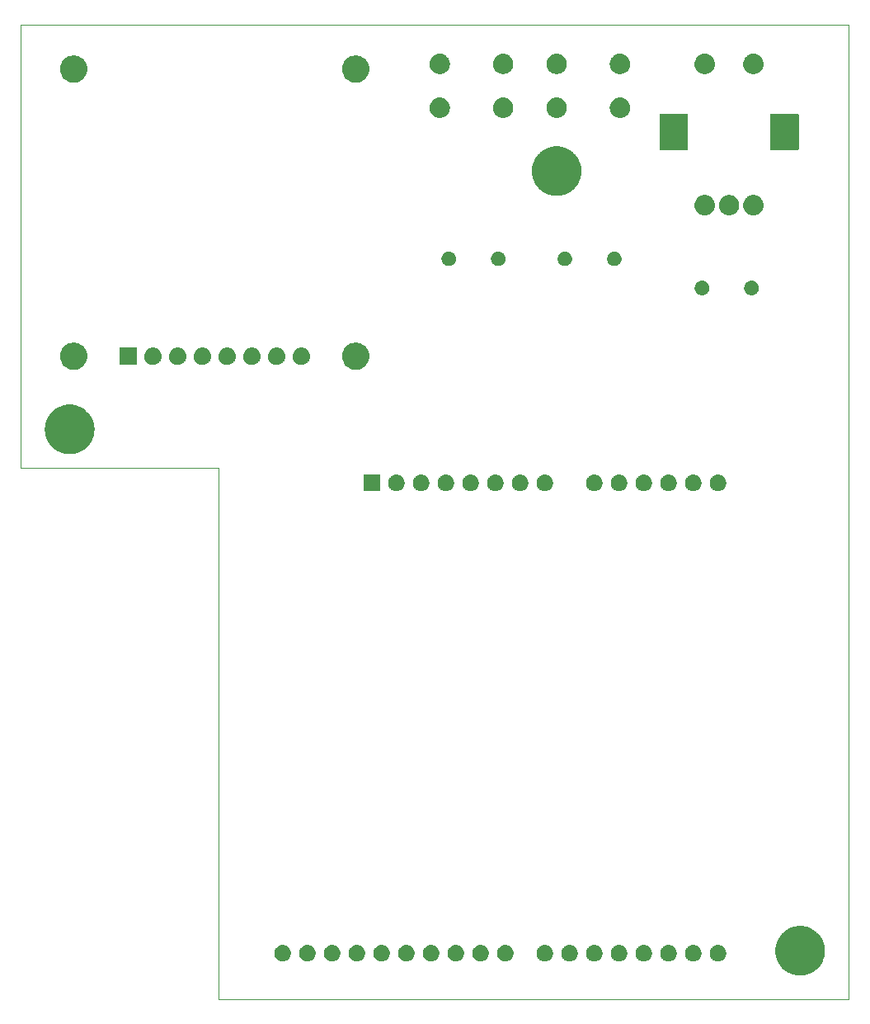
<source format=gbs>
%TF.GenerationSoftware,KiCad,Pcbnew,8.0.3*%
%TF.CreationDate,2024-07-30T19:30:49-07:00*%
%TF.ProjectId,ardxp1,61726478-7031-42e6-9b69-6361645f7063,v0.1*%
%TF.SameCoordinates,Original*%
%TF.FileFunction,Soldermask,Bot*%
%TF.FilePolarity,Negative*%
%FSLAX46Y46*%
G04 Gerber Fmt 4.6, Leading zero omitted, Abs format (unit mm)*
G04 Created by KiCad (PCBNEW 8.0.3) date 2024-07-30 19:30:49*
%MOMM*%
%LPD*%
G01*
G04 APERTURE LIST*
%TA.AperFunction,Profile*%
%ADD10C,0.050000*%
%TD*%
G04 APERTURE END LIST*
G36*
X120080165Y-132455032D02*
G01*
X120160116Y-132455032D01*
X120233565Y-132464310D01*
X120307350Y-132468774D01*
X120392693Y-132484413D01*
X120477822Y-132495168D01*
X120543753Y-132512096D01*
X120610211Y-132524275D01*
X120699249Y-132552020D01*
X120787993Y-132574806D01*
X120845735Y-132597667D01*
X120904177Y-132615879D01*
X120995199Y-132656844D01*
X121085737Y-132692691D01*
X121134898Y-132719717D01*
X121184961Y-132742249D01*
X121276087Y-132797337D01*
X121366358Y-132846964D01*
X121406878Y-132876403D01*
X121448457Y-132901539D01*
X121537605Y-132971382D01*
X121625431Y-133035191D01*
X121657547Y-133065350D01*
X121690842Y-133091435D01*
X121775865Y-133176458D01*
X121858870Y-133254405D01*
X121883094Y-133283687D01*
X121908564Y-133309157D01*
X121987215Y-133409548D01*
X122062993Y-133501148D01*
X122080109Y-133528119D01*
X122098460Y-133551542D01*
X122168478Y-133667365D01*
X122234582Y-133771528D01*
X122245593Y-133794929D01*
X122257750Y-133815038D01*
X122316878Y-133946417D01*
X122370930Y-134061282D01*
X122377044Y-134080101D01*
X122384120Y-134095822D01*
X122430196Y-134243686D01*
X122469887Y-134365841D01*
X122472452Y-134379288D01*
X122475724Y-134389788D01*
X122506713Y-134558895D01*
X122529892Y-134680400D01*
X122530368Y-134687976D01*
X122531225Y-134692649D01*
X122545232Y-134924226D01*
X122550000Y-135000000D01*
X122545232Y-135075779D01*
X122531225Y-135307350D01*
X122530368Y-135312022D01*
X122529892Y-135319600D01*
X122506709Y-135441128D01*
X122475724Y-135610211D01*
X122472452Y-135620708D01*
X122469887Y-135634159D01*
X122430189Y-135756336D01*
X122384120Y-135904177D01*
X122377045Y-135919894D01*
X122370930Y-135938718D01*
X122316868Y-136053604D01*
X122257750Y-136184961D01*
X122245596Y-136205065D01*
X122234582Y-136228472D01*
X122168465Y-136332654D01*
X122098460Y-136448457D01*
X122080113Y-136471875D01*
X122062993Y-136498852D01*
X121987200Y-136590469D01*
X121908564Y-136690842D01*
X121883099Y-136716306D01*
X121858870Y-136745595D01*
X121775849Y-136823556D01*
X121690842Y-136908564D01*
X121657554Y-136934643D01*
X121625431Y-136964809D01*
X121537588Y-137028630D01*
X121448457Y-137098460D01*
X121406886Y-137123590D01*
X121366358Y-137153036D01*
X121276069Y-137202672D01*
X121184961Y-137257750D01*
X121134908Y-137280276D01*
X121085737Y-137307309D01*
X120995181Y-137343162D01*
X120904177Y-137384120D01*
X120845746Y-137402327D01*
X120787993Y-137425194D01*
X120699230Y-137447984D01*
X120610211Y-137475724D01*
X120543767Y-137487900D01*
X120477822Y-137504832D01*
X120392675Y-137515588D01*
X120307350Y-137531225D01*
X120233580Y-137535687D01*
X120160116Y-137544968D01*
X120080148Y-137544968D01*
X120000000Y-137549816D01*
X119919852Y-137544968D01*
X119839884Y-137544968D01*
X119766420Y-137535687D01*
X119692649Y-137531225D01*
X119607321Y-137515588D01*
X119522178Y-137504832D01*
X119456234Y-137487900D01*
X119389788Y-137475724D01*
X119300763Y-137447982D01*
X119212007Y-137425194D01*
X119154256Y-137402329D01*
X119095822Y-137384120D01*
X119004810Y-137343159D01*
X118914263Y-137307309D01*
X118865096Y-137280279D01*
X118815038Y-137257750D01*
X118723919Y-137202666D01*
X118633642Y-137153036D01*
X118593118Y-137123594D01*
X118551542Y-137098460D01*
X118462397Y-137028620D01*
X118374569Y-136964809D01*
X118342450Y-136934647D01*
X118309157Y-136908564D01*
X118224134Y-136823541D01*
X118141130Y-136745595D01*
X118116905Y-136716312D01*
X118091435Y-136690842D01*
X118012780Y-136590446D01*
X117937007Y-136498852D01*
X117919891Y-136471881D01*
X117901539Y-136448457D01*
X117831513Y-136332620D01*
X117765418Y-136228472D01*
X117754407Y-136205073D01*
X117742249Y-136184961D01*
X117683108Y-136053555D01*
X117629070Y-135938718D01*
X117622956Y-135919902D01*
X117615879Y-135904177D01*
X117569786Y-135756261D01*
X117530113Y-135634159D01*
X117527548Y-135620716D01*
X117524275Y-135610211D01*
X117493265Y-135440995D01*
X117470108Y-135319600D01*
X117469631Y-135312030D01*
X117468774Y-135307350D01*
X117454741Y-135075367D01*
X117450000Y-135000000D01*
X117454741Y-134924638D01*
X117468774Y-134692649D01*
X117469631Y-134687967D01*
X117470108Y-134680400D01*
X117493260Y-134559029D01*
X117524275Y-134389788D01*
X117527549Y-134379280D01*
X117530113Y-134365841D01*
X117569778Y-134243761D01*
X117615879Y-134095822D01*
X117622957Y-134080093D01*
X117629070Y-134061282D01*
X117683098Y-133946466D01*
X117742249Y-133815038D01*
X117754409Y-133794922D01*
X117765418Y-133771528D01*
X117831500Y-133667399D01*
X117901539Y-133551542D01*
X117919894Y-133528112D01*
X117937007Y-133501148D01*
X118012765Y-133409571D01*
X118091435Y-133309157D01*
X118116910Y-133283681D01*
X118141130Y-133254405D01*
X118224117Y-133176474D01*
X118309157Y-133091435D01*
X118342457Y-133065346D01*
X118374569Y-133035191D01*
X118462380Y-132971392D01*
X118551542Y-132901539D01*
X118593126Y-132876399D01*
X118633642Y-132846964D01*
X118723901Y-132797343D01*
X118815038Y-132742249D01*
X118865106Y-132719715D01*
X118914263Y-132692691D01*
X119004791Y-132656848D01*
X119095822Y-132615879D01*
X119154268Y-132597666D01*
X119212007Y-132574806D01*
X119300745Y-132552022D01*
X119389788Y-132524275D01*
X119456248Y-132512095D01*
X119522178Y-132495168D01*
X119607303Y-132484414D01*
X119692649Y-132468774D01*
X119766435Y-132464310D01*
X119839884Y-132455032D01*
X119919835Y-132455032D01*
X120000000Y-132450183D01*
X120080165Y-132455032D01*
G37*
G36*
X66902369Y-134414656D02*
G01*
X66948849Y-134414656D01*
X66988981Y-134423186D01*
X67025731Y-134426806D01*
X67071905Y-134440812D01*
X67122664Y-134451602D01*
X67155143Y-134466062D01*
X67185094Y-134475148D01*
X67232683Y-134500585D01*
X67285000Y-134523878D01*
X67309326Y-134541552D01*
X67331965Y-134553653D01*
X67378148Y-134591554D01*
X67428761Y-134628327D01*
X67445192Y-134646575D01*
X67460698Y-134659301D01*
X67502369Y-134710077D01*
X67547664Y-134760383D01*
X67557180Y-134776865D01*
X67566346Y-134788034D01*
X67600252Y-134851467D01*
X67636514Y-134914274D01*
X67640684Y-134927110D01*
X67644851Y-134934905D01*
X67667825Y-135010643D01*
X67691425Y-135083275D01*
X67692255Y-135091177D01*
X67693193Y-135094268D01*
X67702311Y-135186849D01*
X67710000Y-135260000D01*
X67702310Y-135333157D01*
X67693193Y-135425731D01*
X67692255Y-135428820D01*
X67691425Y-135436725D01*
X67667821Y-135509370D01*
X67644851Y-135585094D01*
X67640685Y-135592886D01*
X67636514Y-135605726D01*
X67600245Y-135668544D01*
X67566346Y-135731965D01*
X67557182Y-135743131D01*
X67547664Y-135759617D01*
X67502359Y-135809932D01*
X67460698Y-135860698D01*
X67445195Y-135873420D01*
X67428761Y-135891673D01*
X67378138Y-135928452D01*
X67331965Y-135966346D01*
X67309331Y-135978443D01*
X67285000Y-135996122D01*
X67232672Y-136019419D01*
X67185094Y-136044851D01*
X67155150Y-136053934D01*
X67122664Y-136068398D01*
X67071894Y-136079189D01*
X67025731Y-136093193D01*
X66988990Y-136096811D01*
X66948849Y-136105344D01*
X66902359Y-136105344D01*
X66860000Y-136109516D01*
X66817641Y-136105344D01*
X66771151Y-136105344D01*
X66731010Y-136096811D01*
X66694268Y-136093193D01*
X66648102Y-136079188D01*
X66597336Y-136068398D01*
X66564851Y-136053935D01*
X66534905Y-136044851D01*
X66487321Y-136019416D01*
X66435000Y-135996122D01*
X66410670Y-135978445D01*
X66388034Y-135966346D01*
X66341853Y-135928446D01*
X66291239Y-135891673D01*
X66274807Y-135873423D01*
X66259301Y-135860698D01*
X66217628Y-135809920D01*
X66172336Y-135759617D01*
X66162820Y-135743135D01*
X66153653Y-135731965D01*
X66119741Y-135668521D01*
X66083486Y-135605726D01*
X66079315Y-135592891D01*
X66075148Y-135585094D01*
X66052163Y-135509324D01*
X66028575Y-135436725D01*
X66027744Y-135428825D01*
X66026806Y-135425731D01*
X66017673Y-135333006D01*
X66010000Y-135260000D01*
X66017672Y-135187000D01*
X66026806Y-135094268D01*
X66027744Y-135091172D01*
X66028575Y-135083275D01*
X66052159Y-135010689D01*
X66075148Y-134934905D01*
X66079316Y-134927106D01*
X66083486Y-134914274D01*
X66119734Y-134851491D01*
X66153653Y-134788034D01*
X66162822Y-134776861D01*
X66172336Y-134760383D01*
X66217619Y-134710090D01*
X66259301Y-134659301D01*
X66274810Y-134646572D01*
X66291239Y-134628327D01*
X66341842Y-134591561D01*
X66388034Y-134553653D01*
X66410676Y-134541550D01*
X66435000Y-134523878D01*
X66487310Y-134500588D01*
X66534905Y-134475148D01*
X66564858Y-134466061D01*
X66597336Y-134451602D01*
X66648091Y-134440813D01*
X66694268Y-134426806D01*
X66731019Y-134423186D01*
X66771151Y-134414656D01*
X66817630Y-134414656D01*
X66860000Y-134410483D01*
X66902369Y-134414656D01*
G37*
G36*
X69442369Y-134414656D02*
G01*
X69488849Y-134414656D01*
X69528981Y-134423186D01*
X69565731Y-134426806D01*
X69611905Y-134440812D01*
X69662664Y-134451602D01*
X69695143Y-134466062D01*
X69725094Y-134475148D01*
X69772683Y-134500585D01*
X69825000Y-134523878D01*
X69849326Y-134541552D01*
X69871965Y-134553653D01*
X69918148Y-134591554D01*
X69968761Y-134628327D01*
X69985192Y-134646575D01*
X70000698Y-134659301D01*
X70042369Y-134710077D01*
X70087664Y-134760383D01*
X70097180Y-134776865D01*
X70106346Y-134788034D01*
X70140252Y-134851467D01*
X70176514Y-134914274D01*
X70180684Y-134927110D01*
X70184851Y-134934905D01*
X70207825Y-135010643D01*
X70231425Y-135083275D01*
X70232255Y-135091177D01*
X70233193Y-135094268D01*
X70242311Y-135186849D01*
X70250000Y-135260000D01*
X70242310Y-135333157D01*
X70233193Y-135425731D01*
X70232255Y-135428820D01*
X70231425Y-135436725D01*
X70207821Y-135509370D01*
X70184851Y-135585094D01*
X70180685Y-135592886D01*
X70176514Y-135605726D01*
X70140245Y-135668544D01*
X70106346Y-135731965D01*
X70097182Y-135743131D01*
X70087664Y-135759617D01*
X70042359Y-135809932D01*
X70000698Y-135860698D01*
X69985195Y-135873420D01*
X69968761Y-135891673D01*
X69918138Y-135928452D01*
X69871965Y-135966346D01*
X69849331Y-135978443D01*
X69825000Y-135996122D01*
X69772672Y-136019419D01*
X69725094Y-136044851D01*
X69695150Y-136053934D01*
X69662664Y-136068398D01*
X69611894Y-136079189D01*
X69565731Y-136093193D01*
X69528990Y-136096811D01*
X69488849Y-136105344D01*
X69442359Y-136105344D01*
X69400000Y-136109516D01*
X69357641Y-136105344D01*
X69311151Y-136105344D01*
X69271010Y-136096811D01*
X69234268Y-136093193D01*
X69188102Y-136079188D01*
X69137336Y-136068398D01*
X69104851Y-136053935D01*
X69074905Y-136044851D01*
X69027321Y-136019416D01*
X68975000Y-135996122D01*
X68950670Y-135978445D01*
X68928034Y-135966346D01*
X68881853Y-135928446D01*
X68831239Y-135891673D01*
X68814807Y-135873423D01*
X68799301Y-135860698D01*
X68757628Y-135809920D01*
X68712336Y-135759617D01*
X68702820Y-135743135D01*
X68693653Y-135731965D01*
X68659741Y-135668521D01*
X68623486Y-135605726D01*
X68619315Y-135592891D01*
X68615148Y-135585094D01*
X68592163Y-135509324D01*
X68568575Y-135436725D01*
X68567744Y-135428825D01*
X68566806Y-135425731D01*
X68557673Y-135333006D01*
X68550000Y-135260000D01*
X68557672Y-135187000D01*
X68566806Y-135094268D01*
X68567744Y-135091172D01*
X68568575Y-135083275D01*
X68592159Y-135010689D01*
X68615148Y-134934905D01*
X68619316Y-134927106D01*
X68623486Y-134914274D01*
X68659734Y-134851491D01*
X68693653Y-134788034D01*
X68702822Y-134776861D01*
X68712336Y-134760383D01*
X68757619Y-134710090D01*
X68799301Y-134659301D01*
X68814810Y-134646572D01*
X68831239Y-134628327D01*
X68881842Y-134591561D01*
X68928034Y-134553653D01*
X68950676Y-134541550D01*
X68975000Y-134523878D01*
X69027310Y-134500588D01*
X69074905Y-134475148D01*
X69104858Y-134466061D01*
X69137336Y-134451602D01*
X69188091Y-134440813D01*
X69234268Y-134426806D01*
X69271019Y-134423186D01*
X69311151Y-134414656D01*
X69357630Y-134414656D01*
X69400000Y-134410483D01*
X69442369Y-134414656D01*
G37*
G36*
X71982369Y-134414656D02*
G01*
X72028849Y-134414656D01*
X72068981Y-134423186D01*
X72105731Y-134426806D01*
X72151905Y-134440812D01*
X72202664Y-134451602D01*
X72235143Y-134466062D01*
X72265094Y-134475148D01*
X72312683Y-134500585D01*
X72365000Y-134523878D01*
X72389326Y-134541552D01*
X72411965Y-134553653D01*
X72458148Y-134591554D01*
X72508761Y-134628327D01*
X72525192Y-134646575D01*
X72540698Y-134659301D01*
X72582369Y-134710077D01*
X72627664Y-134760383D01*
X72637180Y-134776865D01*
X72646346Y-134788034D01*
X72680252Y-134851467D01*
X72716514Y-134914274D01*
X72720684Y-134927110D01*
X72724851Y-134934905D01*
X72747825Y-135010643D01*
X72771425Y-135083275D01*
X72772255Y-135091177D01*
X72773193Y-135094268D01*
X72782311Y-135186849D01*
X72790000Y-135260000D01*
X72782310Y-135333157D01*
X72773193Y-135425731D01*
X72772255Y-135428820D01*
X72771425Y-135436725D01*
X72747821Y-135509370D01*
X72724851Y-135585094D01*
X72720685Y-135592886D01*
X72716514Y-135605726D01*
X72680245Y-135668544D01*
X72646346Y-135731965D01*
X72637182Y-135743131D01*
X72627664Y-135759617D01*
X72582359Y-135809932D01*
X72540698Y-135860698D01*
X72525195Y-135873420D01*
X72508761Y-135891673D01*
X72458138Y-135928452D01*
X72411965Y-135966346D01*
X72389331Y-135978443D01*
X72365000Y-135996122D01*
X72312672Y-136019419D01*
X72265094Y-136044851D01*
X72235150Y-136053934D01*
X72202664Y-136068398D01*
X72151894Y-136079189D01*
X72105731Y-136093193D01*
X72068990Y-136096811D01*
X72028849Y-136105344D01*
X71982359Y-136105344D01*
X71940000Y-136109516D01*
X71897641Y-136105344D01*
X71851151Y-136105344D01*
X71811010Y-136096811D01*
X71774268Y-136093193D01*
X71728102Y-136079188D01*
X71677336Y-136068398D01*
X71644851Y-136053935D01*
X71614905Y-136044851D01*
X71567321Y-136019416D01*
X71515000Y-135996122D01*
X71490670Y-135978445D01*
X71468034Y-135966346D01*
X71421853Y-135928446D01*
X71371239Y-135891673D01*
X71354807Y-135873423D01*
X71339301Y-135860698D01*
X71297628Y-135809920D01*
X71252336Y-135759617D01*
X71242820Y-135743135D01*
X71233653Y-135731965D01*
X71199741Y-135668521D01*
X71163486Y-135605726D01*
X71159315Y-135592891D01*
X71155148Y-135585094D01*
X71132163Y-135509324D01*
X71108575Y-135436725D01*
X71107744Y-135428825D01*
X71106806Y-135425731D01*
X71097673Y-135333006D01*
X71090000Y-135260000D01*
X71097672Y-135187000D01*
X71106806Y-135094268D01*
X71107744Y-135091172D01*
X71108575Y-135083275D01*
X71132159Y-135010689D01*
X71155148Y-134934905D01*
X71159316Y-134927106D01*
X71163486Y-134914274D01*
X71199734Y-134851491D01*
X71233653Y-134788034D01*
X71242822Y-134776861D01*
X71252336Y-134760383D01*
X71297619Y-134710090D01*
X71339301Y-134659301D01*
X71354810Y-134646572D01*
X71371239Y-134628327D01*
X71421842Y-134591561D01*
X71468034Y-134553653D01*
X71490676Y-134541550D01*
X71515000Y-134523878D01*
X71567310Y-134500588D01*
X71614905Y-134475148D01*
X71644858Y-134466061D01*
X71677336Y-134451602D01*
X71728091Y-134440813D01*
X71774268Y-134426806D01*
X71811019Y-134423186D01*
X71851151Y-134414656D01*
X71897630Y-134414656D01*
X71940000Y-134410483D01*
X71982369Y-134414656D01*
G37*
G36*
X74522369Y-134414656D02*
G01*
X74568849Y-134414656D01*
X74608981Y-134423186D01*
X74645731Y-134426806D01*
X74691905Y-134440812D01*
X74742664Y-134451602D01*
X74775143Y-134466062D01*
X74805094Y-134475148D01*
X74852683Y-134500585D01*
X74905000Y-134523878D01*
X74929326Y-134541552D01*
X74951965Y-134553653D01*
X74998148Y-134591554D01*
X75048761Y-134628327D01*
X75065192Y-134646575D01*
X75080698Y-134659301D01*
X75122369Y-134710077D01*
X75167664Y-134760383D01*
X75177180Y-134776865D01*
X75186346Y-134788034D01*
X75220252Y-134851467D01*
X75256514Y-134914274D01*
X75260684Y-134927110D01*
X75264851Y-134934905D01*
X75287825Y-135010643D01*
X75311425Y-135083275D01*
X75312255Y-135091177D01*
X75313193Y-135094268D01*
X75322311Y-135186849D01*
X75330000Y-135260000D01*
X75322310Y-135333157D01*
X75313193Y-135425731D01*
X75312255Y-135428820D01*
X75311425Y-135436725D01*
X75287821Y-135509370D01*
X75264851Y-135585094D01*
X75260685Y-135592886D01*
X75256514Y-135605726D01*
X75220245Y-135668544D01*
X75186346Y-135731965D01*
X75177182Y-135743131D01*
X75167664Y-135759617D01*
X75122359Y-135809932D01*
X75080698Y-135860698D01*
X75065195Y-135873420D01*
X75048761Y-135891673D01*
X74998138Y-135928452D01*
X74951965Y-135966346D01*
X74929331Y-135978443D01*
X74905000Y-135996122D01*
X74852672Y-136019419D01*
X74805094Y-136044851D01*
X74775150Y-136053934D01*
X74742664Y-136068398D01*
X74691894Y-136079189D01*
X74645731Y-136093193D01*
X74608990Y-136096811D01*
X74568849Y-136105344D01*
X74522359Y-136105344D01*
X74480000Y-136109516D01*
X74437641Y-136105344D01*
X74391151Y-136105344D01*
X74351010Y-136096811D01*
X74314268Y-136093193D01*
X74268102Y-136079188D01*
X74217336Y-136068398D01*
X74184851Y-136053935D01*
X74154905Y-136044851D01*
X74107321Y-136019416D01*
X74055000Y-135996122D01*
X74030670Y-135978445D01*
X74008034Y-135966346D01*
X73961853Y-135928446D01*
X73911239Y-135891673D01*
X73894807Y-135873423D01*
X73879301Y-135860698D01*
X73837628Y-135809920D01*
X73792336Y-135759617D01*
X73782820Y-135743135D01*
X73773653Y-135731965D01*
X73739741Y-135668521D01*
X73703486Y-135605726D01*
X73699315Y-135592891D01*
X73695148Y-135585094D01*
X73672163Y-135509324D01*
X73648575Y-135436725D01*
X73647744Y-135428825D01*
X73646806Y-135425731D01*
X73637673Y-135333006D01*
X73630000Y-135260000D01*
X73637672Y-135187000D01*
X73646806Y-135094268D01*
X73647744Y-135091172D01*
X73648575Y-135083275D01*
X73672159Y-135010689D01*
X73695148Y-134934905D01*
X73699316Y-134927106D01*
X73703486Y-134914274D01*
X73739734Y-134851491D01*
X73773653Y-134788034D01*
X73782822Y-134776861D01*
X73792336Y-134760383D01*
X73837619Y-134710090D01*
X73879301Y-134659301D01*
X73894810Y-134646572D01*
X73911239Y-134628327D01*
X73961842Y-134591561D01*
X74008034Y-134553653D01*
X74030676Y-134541550D01*
X74055000Y-134523878D01*
X74107310Y-134500588D01*
X74154905Y-134475148D01*
X74184858Y-134466061D01*
X74217336Y-134451602D01*
X74268091Y-134440813D01*
X74314268Y-134426806D01*
X74351019Y-134423186D01*
X74391151Y-134414656D01*
X74437630Y-134414656D01*
X74480000Y-134410483D01*
X74522369Y-134414656D01*
G37*
G36*
X77062369Y-134414656D02*
G01*
X77108849Y-134414656D01*
X77148981Y-134423186D01*
X77185731Y-134426806D01*
X77231905Y-134440812D01*
X77282664Y-134451602D01*
X77315143Y-134466062D01*
X77345094Y-134475148D01*
X77392683Y-134500585D01*
X77445000Y-134523878D01*
X77469326Y-134541552D01*
X77491965Y-134553653D01*
X77538148Y-134591554D01*
X77588761Y-134628327D01*
X77605192Y-134646575D01*
X77620698Y-134659301D01*
X77662369Y-134710077D01*
X77707664Y-134760383D01*
X77717180Y-134776865D01*
X77726346Y-134788034D01*
X77760252Y-134851467D01*
X77796514Y-134914274D01*
X77800684Y-134927110D01*
X77804851Y-134934905D01*
X77827825Y-135010643D01*
X77851425Y-135083275D01*
X77852255Y-135091177D01*
X77853193Y-135094268D01*
X77862311Y-135186849D01*
X77870000Y-135260000D01*
X77862310Y-135333157D01*
X77853193Y-135425731D01*
X77852255Y-135428820D01*
X77851425Y-135436725D01*
X77827821Y-135509370D01*
X77804851Y-135585094D01*
X77800685Y-135592886D01*
X77796514Y-135605726D01*
X77760245Y-135668544D01*
X77726346Y-135731965D01*
X77717182Y-135743131D01*
X77707664Y-135759617D01*
X77662359Y-135809932D01*
X77620698Y-135860698D01*
X77605195Y-135873420D01*
X77588761Y-135891673D01*
X77538138Y-135928452D01*
X77491965Y-135966346D01*
X77469331Y-135978443D01*
X77445000Y-135996122D01*
X77392672Y-136019419D01*
X77345094Y-136044851D01*
X77315150Y-136053934D01*
X77282664Y-136068398D01*
X77231894Y-136079189D01*
X77185731Y-136093193D01*
X77148990Y-136096811D01*
X77108849Y-136105344D01*
X77062359Y-136105344D01*
X77020000Y-136109516D01*
X76977641Y-136105344D01*
X76931151Y-136105344D01*
X76891010Y-136096811D01*
X76854268Y-136093193D01*
X76808102Y-136079188D01*
X76757336Y-136068398D01*
X76724851Y-136053935D01*
X76694905Y-136044851D01*
X76647321Y-136019416D01*
X76595000Y-135996122D01*
X76570670Y-135978445D01*
X76548034Y-135966346D01*
X76501853Y-135928446D01*
X76451239Y-135891673D01*
X76434807Y-135873423D01*
X76419301Y-135860698D01*
X76377628Y-135809920D01*
X76332336Y-135759617D01*
X76322820Y-135743135D01*
X76313653Y-135731965D01*
X76279741Y-135668521D01*
X76243486Y-135605726D01*
X76239315Y-135592891D01*
X76235148Y-135585094D01*
X76212163Y-135509324D01*
X76188575Y-135436725D01*
X76187744Y-135428825D01*
X76186806Y-135425731D01*
X76177673Y-135333006D01*
X76170000Y-135260000D01*
X76177672Y-135187000D01*
X76186806Y-135094268D01*
X76187744Y-135091172D01*
X76188575Y-135083275D01*
X76212159Y-135010689D01*
X76235148Y-134934905D01*
X76239316Y-134927106D01*
X76243486Y-134914274D01*
X76279734Y-134851491D01*
X76313653Y-134788034D01*
X76322822Y-134776861D01*
X76332336Y-134760383D01*
X76377619Y-134710090D01*
X76419301Y-134659301D01*
X76434810Y-134646572D01*
X76451239Y-134628327D01*
X76501842Y-134591561D01*
X76548034Y-134553653D01*
X76570676Y-134541550D01*
X76595000Y-134523878D01*
X76647310Y-134500588D01*
X76694905Y-134475148D01*
X76724858Y-134466061D01*
X76757336Y-134451602D01*
X76808091Y-134440813D01*
X76854268Y-134426806D01*
X76891019Y-134423186D01*
X76931151Y-134414656D01*
X76977630Y-134414656D01*
X77020000Y-134410483D01*
X77062369Y-134414656D01*
G37*
G36*
X79602369Y-134414656D02*
G01*
X79648849Y-134414656D01*
X79688981Y-134423186D01*
X79725731Y-134426806D01*
X79771905Y-134440812D01*
X79822664Y-134451602D01*
X79855143Y-134466062D01*
X79885094Y-134475148D01*
X79932683Y-134500585D01*
X79985000Y-134523878D01*
X80009326Y-134541552D01*
X80031965Y-134553653D01*
X80078148Y-134591554D01*
X80128761Y-134628327D01*
X80145192Y-134646575D01*
X80160698Y-134659301D01*
X80202369Y-134710077D01*
X80247664Y-134760383D01*
X80257180Y-134776865D01*
X80266346Y-134788034D01*
X80300252Y-134851467D01*
X80336514Y-134914274D01*
X80340684Y-134927110D01*
X80344851Y-134934905D01*
X80367825Y-135010643D01*
X80391425Y-135083275D01*
X80392255Y-135091177D01*
X80393193Y-135094268D01*
X80402311Y-135186849D01*
X80410000Y-135260000D01*
X80402310Y-135333157D01*
X80393193Y-135425731D01*
X80392255Y-135428820D01*
X80391425Y-135436725D01*
X80367821Y-135509370D01*
X80344851Y-135585094D01*
X80340685Y-135592886D01*
X80336514Y-135605726D01*
X80300245Y-135668544D01*
X80266346Y-135731965D01*
X80257182Y-135743131D01*
X80247664Y-135759617D01*
X80202359Y-135809932D01*
X80160698Y-135860698D01*
X80145195Y-135873420D01*
X80128761Y-135891673D01*
X80078138Y-135928452D01*
X80031965Y-135966346D01*
X80009331Y-135978443D01*
X79985000Y-135996122D01*
X79932672Y-136019419D01*
X79885094Y-136044851D01*
X79855150Y-136053934D01*
X79822664Y-136068398D01*
X79771894Y-136079189D01*
X79725731Y-136093193D01*
X79688990Y-136096811D01*
X79648849Y-136105344D01*
X79602359Y-136105344D01*
X79560000Y-136109516D01*
X79517641Y-136105344D01*
X79471151Y-136105344D01*
X79431010Y-136096811D01*
X79394268Y-136093193D01*
X79348102Y-136079188D01*
X79297336Y-136068398D01*
X79264851Y-136053935D01*
X79234905Y-136044851D01*
X79187321Y-136019416D01*
X79135000Y-135996122D01*
X79110670Y-135978445D01*
X79088034Y-135966346D01*
X79041853Y-135928446D01*
X78991239Y-135891673D01*
X78974807Y-135873423D01*
X78959301Y-135860698D01*
X78917628Y-135809920D01*
X78872336Y-135759617D01*
X78862820Y-135743135D01*
X78853653Y-135731965D01*
X78819741Y-135668521D01*
X78783486Y-135605726D01*
X78779315Y-135592891D01*
X78775148Y-135585094D01*
X78752163Y-135509324D01*
X78728575Y-135436725D01*
X78727744Y-135428825D01*
X78726806Y-135425731D01*
X78717673Y-135333006D01*
X78710000Y-135260000D01*
X78717672Y-135187000D01*
X78726806Y-135094268D01*
X78727744Y-135091172D01*
X78728575Y-135083275D01*
X78752159Y-135010689D01*
X78775148Y-134934905D01*
X78779316Y-134927106D01*
X78783486Y-134914274D01*
X78819734Y-134851491D01*
X78853653Y-134788034D01*
X78862822Y-134776861D01*
X78872336Y-134760383D01*
X78917619Y-134710090D01*
X78959301Y-134659301D01*
X78974810Y-134646572D01*
X78991239Y-134628327D01*
X79041842Y-134591561D01*
X79088034Y-134553653D01*
X79110676Y-134541550D01*
X79135000Y-134523878D01*
X79187310Y-134500588D01*
X79234905Y-134475148D01*
X79264858Y-134466061D01*
X79297336Y-134451602D01*
X79348091Y-134440813D01*
X79394268Y-134426806D01*
X79431019Y-134423186D01*
X79471151Y-134414656D01*
X79517630Y-134414656D01*
X79560000Y-134410483D01*
X79602369Y-134414656D01*
G37*
G36*
X82142369Y-134414656D02*
G01*
X82188849Y-134414656D01*
X82228981Y-134423186D01*
X82265731Y-134426806D01*
X82311905Y-134440812D01*
X82362664Y-134451602D01*
X82395143Y-134466062D01*
X82425094Y-134475148D01*
X82472683Y-134500585D01*
X82525000Y-134523878D01*
X82549326Y-134541552D01*
X82571965Y-134553653D01*
X82618148Y-134591554D01*
X82668761Y-134628327D01*
X82685192Y-134646575D01*
X82700698Y-134659301D01*
X82742369Y-134710077D01*
X82787664Y-134760383D01*
X82797180Y-134776865D01*
X82806346Y-134788034D01*
X82840252Y-134851467D01*
X82876514Y-134914274D01*
X82880684Y-134927110D01*
X82884851Y-134934905D01*
X82907825Y-135010643D01*
X82931425Y-135083275D01*
X82932255Y-135091177D01*
X82933193Y-135094268D01*
X82942311Y-135186849D01*
X82950000Y-135260000D01*
X82942310Y-135333157D01*
X82933193Y-135425731D01*
X82932255Y-135428820D01*
X82931425Y-135436725D01*
X82907821Y-135509370D01*
X82884851Y-135585094D01*
X82880685Y-135592886D01*
X82876514Y-135605726D01*
X82840245Y-135668544D01*
X82806346Y-135731965D01*
X82797182Y-135743131D01*
X82787664Y-135759617D01*
X82742359Y-135809932D01*
X82700698Y-135860698D01*
X82685195Y-135873420D01*
X82668761Y-135891673D01*
X82618138Y-135928452D01*
X82571965Y-135966346D01*
X82549331Y-135978443D01*
X82525000Y-135996122D01*
X82472672Y-136019419D01*
X82425094Y-136044851D01*
X82395150Y-136053934D01*
X82362664Y-136068398D01*
X82311894Y-136079189D01*
X82265731Y-136093193D01*
X82228990Y-136096811D01*
X82188849Y-136105344D01*
X82142359Y-136105344D01*
X82100000Y-136109516D01*
X82057641Y-136105344D01*
X82011151Y-136105344D01*
X81971010Y-136096811D01*
X81934268Y-136093193D01*
X81888102Y-136079188D01*
X81837336Y-136068398D01*
X81804851Y-136053935D01*
X81774905Y-136044851D01*
X81727321Y-136019416D01*
X81675000Y-135996122D01*
X81650670Y-135978445D01*
X81628034Y-135966346D01*
X81581853Y-135928446D01*
X81531239Y-135891673D01*
X81514807Y-135873423D01*
X81499301Y-135860698D01*
X81457628Y-135809920D01*
X81412336Y-135759617D01*
X81402820Y-135743135D01*
X81393653Y-135731965D01*
X81359741Y-135668521D01*
X81323486Y-135605726D01*
X81319315Y-135592891D01*
X81315148Y-135585094D01*
X81292163Y-135509324D01*
X81268575Y-135436725D01*
X81267744Y-135428825D01*
X81266806Y-135425731D01*
X81257673Y-135333006D01*
X81250000Y-135260000D01*
X81257672Y-135187000D01*
X81266806Y-135094268D01*
X81267744Y-135091172D01*
X81268575Y-135083275D01*
X81292159Y-135010689D01*
X81315148Y-134934905D01*
X81319316Y-134927106D01*
X81323486Y-134914274D01*
X81359734Y-134851491D01*
X81393653Y-134788034D01*
X81402822Y-134776861D01*
X81412336Y-134760383D01*
X81457619Y-134710090D01*
X81499301Y-134659301D01*
X81514810Y-134646572D01*
X81531239Y-134628327D01*
X81581842Y-134591561D01*
X81628034Y-134553653D01*
X81650676Y-134541550D01*
X81675000Y-134523878D01*
X81727310Y-134500588D01*
X81774905Y-134475148D01*
X81804858Y-134466061D01*
X81837336Y-134451602D01*
X81888091Y-134440813D01*
X81934268Y-134426806D01*
X81971019Y-134423186D01*
X82011151Y-134414656D01*
X82057630Y-134414656D01*
X82100000Y-134410483D01*
X82142369Y-134414656D01*
G37*
G36*
X84682369Y-134414656D02*
G01*
X84728849Y-134414656D01*
X84768981Y-134423186D01*
X84805731Y-134426806D01*
X84851905Y-134440812D01*
X84902664Y-134451602D01*
X84935143Y-134466062D01*
X84965094Y-134475148D01*
X85012683Y-134500585D01*
X85065000Y-134523878D01*
X85089326Y-134541552D01*
X85111965Y-134553653D01*
X85158148Y-134591554D01*
X85208761Y-134628327D01*
X85225192Y-134646575D01*
X85240698Y-134659301D01*
X85282369Y-134710077D01*
X85327664Y-134760383D01*
X85337180Y-134776865D01*
X85346346Y-134788034D01*
X85380252Y-134851467D01*
X85416514Y-134914274D01*
X85420684Y-134927110D01*
X85424851Y-134934905D01*
X85447825Y-135010643D01*
X85471425Y-135083275D01*
X85472255Y-135091177D01*
X85473193Y-135094268D01*
X85482311Y-135186849D01*
X85490000Y-135260000D01*
X85482310Y-135333157D01*
X85473193Y-135425731D01*
X85472255Y-135428820D01*
X85471425Y-135436725D01*
X85447821Y-135509370D01*
X85424851Y-135585094D01*
X85420685Y-135592886D01*
X85416514Y-135605726D01*
X85380245Y-135668544D01*
X85346346Y-135731965D01*
X85337182Y-135743131D01*
X85327664Y-135759617D01*
X85282359Y-135809932D01*
X85240698Y-135860698D01*
X85225195Y-135873420D01*
X85208761Y-135891673D01*
X85158138Y-135928452D01*
X85111965Y-135966346D01*
X85089331Y-135978443D01*
X85065000Y-135996122D01*
X85012672Y-136019419D01*
X84965094Y-136044851D01*
X84935150Y-136053934D01*
X84902664Y-136068398D01*
X84851894Y-136079189D01*
X84805731Y-136093193D01*
X84768990Y-136096811D01*
X84728849Y-136105344D01*
X84682359Y-136105344D01*
X84640000Y-136109516D01*
X84597641Y-136105344D01*
X84551151Y-136105344D01*
X84511010Y-136096811D01*
X84474268Y-136093193D01*
X84428102Y-136079188D01*
X84377336Y-136068398D01*
X84344851Y-136053935D01*
X84314905Y-136044851D01*
X84267321Y-136019416D01*
X84215000Y-135996122D01*
X84190670Y-135978445D01*
X84168034Y-135966346D01*
X84121853Y-135928446D01*
X84071239Y-135891673D01*
X84054807Y-135873423D01*
X84039301Y-135860698D01*
X83997628Y-135809920D01*
X83952336Y-135759617D01*
X83942820Y-135743135D01*
X83933653Y-135731965D01*
X83899741Y-135668521D01*
X83863486Y-135605726D01*
X83859315Y-135592891D01*
X83855148Y-135585094D01*
X83832163Y-135509324D01*
X83808575Y-135436725D01*
X83807744Y-135428825D01*
X83806806Y-135425731D01*
X83797673Y-135333006D01*
X83790000Y-135260000D01*
X83797672Y-135187000D01*
X83806806Y-135094268D01*
X83807744Y-135091172D01*
X83808575Y-135083275D01*
X83832159Y-135010689D01*
X83855148Y-134934905D01*
X83859316Y-134927106D01*
X83863486Y-134914274D01*
X83899734Y-134851491D01*
X83933653Y-134788034D01*
X83942822Y-134776861D01*
X83952336Y-134760383D01*
X83997619Y-134710090D01*
X84039301Y-134659301D01*
X84054810Y-134646572D01*
X84071239Y-134628327D01*
X84121842Y-134591561D01*
X84168034Y-134553653D01*
X84190676Y-134541550D01*
X84215000Y-134523878D01*
X84267310Y-134500588D01*
X84314905Y-134475148D01*
X84344858Y-134466061D01*
X84377336Y-134451602D01*
X84428091Y-134440813D01*
X84474268Y-134426806D01*
X84511019Y-134423186D01*
X84551151Y-134414656D01*
X84597630Y-134414656D01*
X84640000Y-134410483D01*
X84682369Y-134414656D01*
G37*
G36*
X87222369Y-134414656D02*
G01*
X87268849Y-134414656D01*
X87308981Y-134423186D01*
X87345731Y-134426806D01*
X87391905Y-134440812D01*
X87442664Y-134451602D01*
X87475143Y-134466062D01*
X87505094Y-134475148D01*
X87552683Y-134500585D01*
X87605000Y-134523878D01*
X87629326Y-134541552D01*
X87651965Y-134553653D01*
X87698148Y-134591554D01*
X87748761Y-134628327D01*
X87765192Y-134646575D01*
X87780698Y-134659301D01*
X87822369Y-134710077D01*
X87867664Y-134760383D01*
X87877180Y-134776865D01*
X87886346Y-134788034D01*
X87920252Y-134851467D01*
X87956514Y-134914274D01*
X87960684Y-134927110D01*
X87964851Y-134934905D01*
X87987825Y-135010643D01*
X88011425Y-135083275D01*
X88012255Y-135091177D01*
X88013193Y-135094268D01*
X88022311Y-135186849D01*
X88030000Y-135260000D01*
X88022310Y-135333157D01*
X88013193Y-135425731D01*
X88012255Y-135428820D01*
X88011425Y-135436725D01*
X87987821Y-135509370D01*
X87964851Y-135585094D01*
X87960685Y-135592886D01*
X87956514Y-135605726D01*
X87920245Y-135668544D01*
X87886346Y-135731965D01*
X87877182Y-135743131D01*
X87867664Y-135759617D01*
X87822359Y-135809932D01*
X87780698Y-135860698D01*
X87765195Y-135873420D01*
X87748761Y-135891673D01*
X87698138Y-135928452D01*
X87651965Y-135966346D01*
X87629331Y-135978443D01*
X87605000Y-135996122D01*
X87552672Y-136019419D01*
X87505094Y-136044851D01*
X87475150Y-136053934D01*
X87442664Y-136068398D01*
X87391894Y-136079189D01*
X87345731Y-136093193D01*
X87308990Y-136096811D01*
X87268849Y-136105344D01*
X87222359Y-136105344D01*
X87180000Y-136109516D01*
X87137641Y-136105344D01*
X87091151Y-136105344D01*
X87051010Y-136096811D01*
X87014268Y-136093193D01*
X86968102Y-136079188D01*
X86917336Y-136068398D01*
X86884851Y-136053935D01*
X86854905Y-136044851D01*
X86807321Y-136019416D01*
X86755000Y-135996122D01*
X86730670Y-135978445D01*
X86708034Y-135966346D01*
X86661853Y-135928446D01*
X86611239Y-135891673D01*
X86594807Y-135873423D01*
X86579301Y-135860698D01*
X86537628Y-135809920D01*
X86492336Y-135759617D01*
X86482820Y-135743135D01*
X86473653Y-135731965D01*
X86439741Y-135668521D01*
X86403486Y-135605726D01*
X86399315Y-135592891D01*
X86395148Y-135585094D01*
X86372163Y-135509324D01*
X86348575Y-135436725D01*
X86347744Y-135428825D01*
X86346806Y-135425731D01*
X86337673Y-135333006D01*
X86330000Y-135260000D01*
X86337672Y-135187000D01*
X86346806Y-135094268D01*
X86347744Y-135091172D01*
X86348575Y-135083275D01*
X86372159Y-135010689D01*
X86395148Y-134934905D01*
X86399316Y-134927106D01*
X86403486Y-134914274D01*
X86439734Y-134851491D01*
X86473653Y-134788034D01*
X86482822Y-134776861D01*
X86492336Y-134760383D01*
X86537619Y-134710090D01*
X86579301Y-134659301D01*
X86594810Y-134646572D01*
X86611239Y-134628327D01*
X86661842Y-134591561D01*
X86708034Y-134553653D01*
X86730676Y-134541550D01*
X86755000Y-134523878D01*
X86807310Y-134500588D01*
X86854905Y-134475148D01*
X86884858Y-134466061D01*
X86917336Y-134451602D01*
X86968091Y-134440813D01*
X87014268Y-134426806D01*
X87051019Y-134423186D01*
X87091151Y-134414656D01*
X87137630Y-134414656D01*
X87180000Y-134410483D01*
X87222369Y-134414656D01*
G37*
G36*
X89762369Y-134414656D02*
G01*
X89808849Y-134414656D01*
X89848981Y-134423186D01*
X89885731Y-134426806D01*
X89931905Y-134440812D01*
X89982664Y-134451602D01*
X90015143Y-134466062D01*
X90045094Y-134475148D01*
X90092683Y-134500585D01*
X90145000Y-134523878D01*
X90169326Y-134541552D01*
X90191965Y-134553653D01*
X90238148Y-134591554D01*
X90288761Y-134628327D01*
X90305192Y-134646575D01*
X90320698Y-134659301D01*
X90362369Y-134710077D01*
X90407664Y-134760383D01*
X90417180Y-134776865D01*
X90426346Y-134788034D01*
X90460252Y-134851467D01*
X90496514Y-134914274D01*
X90500684Y-134927110D01*
X90504851Y-134934905D01*
X90527825Y-135010643D01*
X90551425Y-135083275D01*
X90552255Y-135091177D01*
X90553193Y-135094268D01*
X90562311Y-135186849D01*
X90570000Y-135260000D01*
X90562310Y-135333157D01*
X90553193Y-135425731D01*
X90552255Y-135428820D01*
X90551425Y-135436725D01*
X90527821Y-135509370D01*
X90504851Y-135585094D01*
X90500685Y-135592886D01*
X90496514Y-135605726D01*
X90460245Y-135668544D01*
X90426346Y-135731965D01*
X90417182Y-135743131D01*
X90407664Y-135759617D01*
X90362359Y-135809932D01*
X90320698Y-135860698D01*
X90305195Y-135873420D01*
X90288761Y-135891673D01*
X90238138Y-135928452D01*
X90191965Y-135966346D01*
X90169331Y-135978443D01*
X90145000Y-135996122D01*
X90092672Y-136019419D01*
X90045094Y-136044851D01*
X90015150Y-136053934D01*
X89982664Y-136068398D01*
X89931894Y-136079189D01*
X89885731Y-136093193D01*
X89848990Y-136096811D01*
X89808849Y-136105344D01*
X89762359Y-136105344D01*
X89720000Y-136109516D01*
X89677641Y-136105344D01*
X89631151Y-136105344D01*
X89591010Y-136096811D01*
X89554268Y-136093193D01*
X89508102Y-136079188D01*
X89457336Y-136068398D01*
X89424851Y-136053935D01*
X89394905Y-136044851D01*
X89347321Y-136019416D01*
X89295000Y-135996122D01*
X89270670Y-135978445D01*
X89248034Y-135966346D01*
X89201853Y-135928446D01*
X89151239Y-135891673D01*
X89134807Y-135873423D01*
X89119301Y-135860698D01*
X89077628Y-135809920D01*
X89032336Y-135759617D01*
X89022820Y-135743135D01*
X89013653Y-135731965D01*
X88979741Y-135668521D01*
X88943486Y-135605726D01*
X88939315Y-135592891D01*
X88935148Y-135585094D01*
X88912163Y-135509324D01*
X88888575Y-135436725D01*
X88887744Y-135428825D01*
X88886806Y-135425731D01*
X88877673Y-135333006D01*
X88870000Y-135260000D01*
X88877672Y-135187000D01*
X88886806Y-135094268D01*
X88887744Y-135091172D01*
X88888575Y-135083275D01*
X88912159Y-135010689D01*
X88935148Y-134934905D01*
X88939316Y-134927106D01*
X88943486Y-134914274D01*
X88979734Y-134851491D01*
X89013653Y-134788034D01*
X89022822Y-134776861D01*
X89032336Y-134760383D01*
X89077619Y-134710090D01*
X89119301Y-134659301D01*
X89134810Y-134646572D01*
X89151239Y-134628327D01*
X89201842Y-134591561D01*
X89248034Y-134553653D01*
X89270676Y-134541550D01*
X89295000Y-134523878D01*
X89347310Y-134500588D01*
X89394905Y-134475148D01*
X89424858Y-134466061D01*
X89457336Y-134451602D01*
X89508091Y-134440813D01*
X89554268Y-134426806D01*
X89591019Y-134423186D01*
X89631151Y-134414656D01*
X89677630Y-134414656D01*
X89720000Y-134410483D01*
X89762369Y-134414656D01*
G37*
G36*
X93822369Y-134414656D02*
G01*
X93868849Y-134414656D01*
X93908981Y-134423186D01*
X93945731Y-134426806D01*
X93991905Y-134440812D01*
X94042664Y-134451602D01*
X94075143Y-134466062D01*
X94105094Y-134475148D01*
X94152683Y-134500585D01*
X94205000Y-134523878D01*
X94229326Y-134541552D01*
X94251965Y-134553653D01*
X94298148Y-134591554D01*
X94348761Y-134628327D01*
X94365192Y-134646575D01*
X94380698Y-134659301D01*
X94422369Y-134710077D01*
X94467664Y-134760383D01*
X94477180Y-134776865D01*
X94486346Y-134788034D01*
X94520252Y-134851467D01*
X94556514Y-134914274D01*
X94560684Y-134927110D01*
X94564851Y-134934905D01*
X94587825Y-135010643D01*
X94611425Y-135083275D01*
X94612255Y-135091177D01*
X94613193Y-135094268D01*
X94622311Y-135186849D01*
X94630000Y-135260000D01*
X94622310Y-135333157D01*
X94613193Y-135425731D01*
X94612255Y-135428820D01*
X94611425Y-135436725D01*
X94587821Y-135509370D01*
X94564851Y-135585094D01*
X94560685Y-135592886D01*
X94556514Y-135605726D01*
X94520245Y-135668544D01*
X94486346Y-135731965D01*
X94477182Y-135743131D01*
X94467664Y-135759617D01*
X94422359Y-135809932D01*
X94380698Y-135860698D01*
X94365195Y-135873420D01*
X94348761Y-135891673D01*
X94298138Y-135928452D01*
X94251965Y-135966346D01*
X94229331Y-135978443D01*
X94205000Y-135996122D01*
X94152672Y-136019419D01*
X94105094Y-136044851D01*
X94075150Y-136053934D01*
X94042664Y-136068398D01*
X93991894Y-136079189D01*
X93945731Y-136093193D01*
X93908990Y-136096811D01*
X93868849Y-136105344D01*
X93822359Y-136105344D01*
X93780000Y-136109516D01*
X93737641Y-136105344D01*
X93691151Y-136105344D01*
X93651010Y-136096811D01*
X93614268Y-136093193D01*
X93568102Y-136079188D01*
X93517336Y-136068398D01*
X93484851Y-136053935D01*
X93454905Y-136044851D01*
X93407321Y-136019416D01*
X93355000Y-135996122D01*
X93330670Y-135978445D01*
X93308034Y-135966346D01*
X93261853Y-135928446D01*
X93211239Y-135891673D01*
X93194807Y-135873423D01*
X93179301Y-135860698D01*
X93137628Y-135809920D01*
X93092336Y-135759617D01*
X93082820Y-135743135D01*
X93073653Y-135731965D01*
X93039741Y-135668521D01*
X93003486Y-135605726D01*
X92999315Y-135592891D01*
X92995148Y-135585094D01*
X92972163Y-135509324D01*
X92948575Y-135436725D01*
X92947744Y-135428825D01*
X92946806Y-135425731D01*
X92937673Y-135333006D01*
X92930000Y-135260000D01*
X92937672Y-135187000D01*
X92946806Y-135094268D01*
X92947744Y-135091172D01*
X92948575Y-135083275D01*
X92972159Y-135010689D01*
X92995148Y-134934905D01*
X92999316Y-134927106D01*
X93003486Y-134914274D01*
X93039734Y-134851491D01*
X93073653Y-134788034D01*
X93082822Y-134776861D01*
X93092336Y-134760383D01*
X93137619Y-134710090D01*
X93179301Y-134659301D01*
X93194810Y-134646572D01*
X93211239Y-134628327D01*
X93261842Y-134591561D01*
X93308034Y-134553653D01*
X93330676Y-134541550D01*
X93355000Y-134523878D01*
X93407310Y-134500588D01*
X93454905Y-134475148D01*
X93484858Y-134466061D01*
X93517336Y-134451602D01*
X93568091Y-134440813D01*
X93614268Y-134426806D01*
X93651019Y-134423186D01*
X93691151Y-134414656D01*
X93737630Y-134414656D01*
X93780000Y-134410483D01*
X93822369Y-134414656D01*
G37*
G36*
X96362369Y-134414656D02*
G01*
X96408849Y-134414656D01*
X96448981Y-134423186D01*
X96485731Y-134426806D01*
X96531905Y-134440812D01*
X96582664Y-134451602D01*
X96615143Y-134466062D01*
X96645094Y-134475148D01*
X96692683Y-134500585D01*
X96745000Y-134523878D01*
X96769326Y-134541552D01*
X96791965Y-134553653D01*
X96838148Y-134591554D01*
X96888761Y-134628327D01*
X96905192Y-134646575D01*
X96920698Y-134659301D01*
X96962369Y-134710077D01*
X97007664Y-134760383D01*
X97017180Y-134776865D01*
X97026346Y-134788034D01*
X97060252Y-134851467D01*
X97096514Y-134914274D01*
X97100684Y-134927110D01*
X97104851Y-134934905D01*
X97127825Y-135010643D01*
X97151425Y-135083275D01*
X97152255Y-135091177D01*
X97153193Y-135094268D01*
X97162311Y-135186849D01*
X97170000Y-135260000D01*
X97162310Y-135333157D01*
X97153193Y-135425731D01*
X97152255Y-135428820D01*
X97151425Y-135436725D01*
X97127821Y-135509370D01*
X97104851Y-135585094D01*
X97100685Y-135592886D01*
X97096514Y-135605726D01*
X97060245Y-135668544D01*
X97026346Y-135731965D01*
X97017182Y-135743131D01*
X97007664Y-135759617D01*
X96962359Y-135809932D01*
X96920698Y-135860698D01*
X96905195Y-135873420D01*
X96888761Y-135891673D01*
X96838138Y-135928452D01*
X96791965Y-135966346D01*
X96769331Y-135978443D01*
X96745000Y-135996122D01*
X96692672Y-136019419D01*
X96645094Y-136044851D01*
X96615150Y-136053934D01*
X96582664Y-136068398D01*
X96531894Y-136079189D01*
X96485731Y-136093193D01*
X96448990Y-136096811D01*
X96408849Y-136105344D01*
X96362359Y-136105344D01*
X96320000Y-136109516D01*
X96277641Y-136105344D01*
X96231151Y-136105344D01*
X96191010Y-136096811D01*
X96154268Y-136093193D01*
X96108102Y-136079188D01*
X96057336Y-136068398D01*
X96024851Y-136053935D01*
X95994905Y-136044851D01*
X95947321Y-136019416D01*
X95895000Y-135996122D01*
X95870670Y-135978445D01*
X95848034Y-135966346D01*
X95801853Y-135928446D01*
X95751239Y-135891673D01*
X95734807Y-135873423D01*
X95719301Y-135860698D01*
X95677628Y-135809920D01*
X95632336Y-135759617D01*
X95622820Y-135743135D01*
X95613653Y-135731965D01*
X95579741Y-135668521D01*
X95543486Y-135605726D01*
X95539315Y-135592891D01*
X95535148Y-135585094D01*
X95512163Y-135509324D01*
X95488575Y-135436725D01*
X95487744Y-135428825D01*
X95486806Y-135425731D01*
X95477673Y-135333006D01*
X95470000Y-135260000D01*
X95477672Y-135187000D01*
X95486806Y-135094268D01*
X95487744Y-135091172D01*
X95488575Y-135083275D01*
X95512159Y-135010689D01*
X95535148Y-134934905D01*
X95539316Y-134927106D01*
X95543486Y-134914274D01*
X95579734Y-134851491D01*
X95613653Y-134788034D01*
X95622822Y-134776861D01*
X95632336Y-134760383D01*
X95677619Y-134710090D01*
X95719301Y-134659301D01*
X95734810Y-134646572D01*
X95751239Y-134628327D01*
X95801842Y-134591561D01*
X95848034Y-134553653D01*
X95870676Y-134541550D01*
X95895000Y-134523878D01*
X95947310Y-134500588D01*
X95994905Y-134475148D01*
X96024858Y-134466061D01*
X96057336Y-134451602D01*
X96108091Y-134440813D01*
X96154268Y-134426806D01*
X96191019Y-134423186D01*
X96231151Y-134414656D01*
X96277630Y-134414656D01*
X96320000Y-134410483D01*
X96362369Y-134414656D01*
G37*
G36*
X98902369Y-134414656D02*
G01*
X98948849Y-134414656D01*
X98988981Y-134423186D01*
X99025731Y-134426806D01*
X99071905Y-134440812D01*
X99122664Y-134451602D01*
X99155143Y-134466062D01*
X99185094Y-134475148D01*
X99232683Y-134500585D01*
X99285000Y-134523878D01*
X99309326Y-134541552D01*
X99331965Y-134553653D01*
X99378148Y-134591554D01*
X99428761Y-134628327D01*
X99445192Y-134646575D01*
X99460698Y-134659301D01*
X99502369Y-134710077D01*
X99547664Y-134760383D01*
X99557180Y-134776865D01*
X99566346Y-134788034D01*
X99600252Y-134851467D01*
X99636514Y-134914274D01*
X99640684Y-134927110D01*
X99644851Y-134934905D01*
X99667825Y-135010643D01*
X99691425Y-135083275D01*
X99692255Y-135091177D01*
X99693193Y-135094268D01*
X99702311Y-135186849D01*
X99710000Y-135260000D01*
X99702310Y-135333157D01*
X99693193Y-135425731D01*
X99692255Y-135428820D01*
X99691425Y-135436725D01*
X99667821Y-135509370D01*
X99644851Y-135585094D01*
X99640685Y-135592886D01*
X99636514Y-135605726D01*
X99600245Y-135668544D01*
X99566346Y-135731965D01*
X99557182Y-135743131D01*
X99547664Y-135759617D01*
X99502359Y-135809932D01*
X99460698Y-135860698D01*
X99445195Y-135873420D01*
X99428761Y-135891673D01*
X99378138Y-135928452D01*
X99331965Y-135966346D01*
X99309331Y-135978443D01*
X99285000Y-135996122D01*
X99232672Y-136019419D01*
X99185094Y-136044851D01*
X99155150Y-136053934D01*
X99122664Y-136068398D01*
X99071894Y-136079189D01*
X99025731Y-136093193D01*
X98988990Y-136096811D01*
X98948849Y-136105344D01*
X98902359Y-136105344D01*
X98860000Y-136109516D01*
X98817641Y-136105344D01*
X98771151Y-136105344D01*
X98731010Y-136096811D01*
X98694268Y-136093193D01*
X98648102Y-136079188D01*
X98597336Y-136068398D01*
X98564851Y-136053935D01*
X98534905Y-136044851D01*
X98487321Y-136019416D01*
X98435000Y-135996122D01*
X98410670Y-135978445D01*
X98388034Y-135966346D01*
X98341853Y-135928446D01*
X98291239Y-135891673D01*
X98274807Y-135873423D01*
X98259301Y-135860698D01*
X98217628Y-135809920D01*
X98172336Y-135759617D01*
X98162820Y-135743135D01*
X98153653Y-135731965D01*
X98119741Y-135668521D01*
X98083486Y-135605726D01*
X98079315Y-135592891D01*
X98075148Y-135585094D01*
X98052163Y-135509324D01*
X98028575Y-135436725D01*
X98027744Y-135428825D01*
X98026806Y-135425731D01*
X98017673Y-135333006D01*
X98010000Y-135260000D01*
X98017672Y-135187000D01*
X98026806Y-135094268D01*
X98027744Y-135091172D01*
X98028575Y-135083275D01*
X98052159Y-135010689D01*
X98075148Y-134934905D01*
X98079316Y-134927106D01*
X98083486Y-134914274D01*
X98119734Y-134851491D01*
X98153653Y-134788034D01*
X98162822Y-134776861D01*
X98172336Y-134760383D01*
X98217619Y-134710090D01*
X98259301Y-134659301D01*
X98274810Y-134646572D01*
X98291239Y-134628327D01*
X98341842Y-134591561D01*
X98388034Y-134553653D01*
X98410676Y-134541550D01*
X98435000Y-134523878D01*
X98487310Y-134500588D01*
X98534905Y-134475148D01*
X98564858Y-134466061D01*
X98597336Y-134451602D01*
X98648091Y-134440813D01*
X98694268Y-134426806D01*
X98731019Y-134423186D01*
X98771151Y-134414656D01*
X98817630Y-134414656D01*
X98860000Y-134410483D01*
X98902369Y-134414656D01*
G37*
G36*
X101442369Y-134414656D02*
G01*
X101488849Y-134414656D01*
X101528981Y-134423186D01*
X101565731Y-134426806D01*
X101611905Y-134440812D01*
X101662664Y-134451602D01*
X101695143Y-134466062D01*
X101725094Y-134475148D01*
X101772683Y-134500585D01*
X101825000Y-134523878D01*
X101849326Y-134541552D01*
X101871965Y-134553653D01*
X101918148Y-134591554D01*
X101968761Y-134628327D01*
X101985192Y-134646575D01*
X102000698Y-134659301D01*
X102042369Y-134710077D01*
X102087664Y-134760383D01*
X102097180Y-134776865D01*
X102106346Y-134788034D01*
X102140252Y-134851467D01*
X102176514Y-134914274D01*
X102180684Y-134927110D01*
X102184851Y-134934905D01*
X102207825Y-135010643D01*
X102231425Y-135083275D01*
X102232255Y-135091177D01*
X102233193Y-135094268D01*
X102242311Y-135186849D01*
X102250000Y-135260000D01*
X102242310Y-135333157D01*
X102233193Y-135425731D01*
X102232255Y-135428820D01*
X102231425Y-135436725D01*
X102207821Y-135509370D01*
X102184851Y-135585094D01*
X102180685Y-135592886D01*
X102176514Y-135605726D01*
X102140245Y-135668544D01*
X102106346Y-135731965D01*
X102097182Y-135743131D01*
X102087664Y-135759617D01*
X102042359Y-135809932D01*
X102000698Y-135860698D01*
X101985195Y-135873420D01*
X101968761Y-135891673D01*
X101918138Y-135928452D01*
X101871965Y-135966346D01*
X101849331Y-135978443D01*
X101825000Y-135996122D01*
X101772672Y-136019419D01*
X101725094Y-136044851D01*
X101695150Y-136053934D01*
X101662664Y-136068398D01*
X101611894Y-136079189D01*
X101565731Y-136093193D01*
X101528990Y-136096811D01*
X101488849Y-136105344D01*
X101442359Y-136105344D01*
X101400000Y-136109516D01*
X101357641Y-136105344D01*
X101311151Y-136105344D01*
X101271010Y-136096811D01*
X101234268Y-136093193D01*
X101188102Y-136079188D01*
X101137336Y-136068398D01*
X101104851Y-136053935D01*
X101074905Y-136044851D01*
X101027321Y-136019416D01*
X100975000Y-135996122D01*
X100950670Y-135978445D01*
X100928034Y-135966346D01*
X100881853Y-135928446D01*
X100831239Y-135891673D01*
X100814807Y-135873423D01*
X100799301Y-135860698D01*
X100757628Y-135809920D01*
X100712336Y-135759617D01*
X100702820Y-135743135D01*
X100693653Y-135731965D01*
X100659741Y-135668521D01*
X100623486Y-135605726D01*
X100619315Y-135592891D01*
X100615148Y-135585094D01*
X100592163Y-135509324D01*
X100568575Y-135436725D01*
X100567744Y-135428825D01*
X100566806Y-135425731D01*
X100557673Y-135333006D01*
X100550000Y-135260000D01*
X100557672Y-135187000D01*
X100566806Y-135094268D01*
X100567744Y-135091172D01*
X100568575Y-135083275D01*
X100592159Y-135010689D01*
X100615148Y-134934905D01*
X100619316Y-134927106D01*
X100623486Y-134914274D01*
X100659734Y-134851491D01*
X100693653Y-134788034D01*
X100702822Y-134776861D01*
X100712336Y-134760383D01*
X100757619Y-134710090D01*
X100799301Y-134659301D01*
X100814810Y-134646572D01*
X100831239Y-134628327D01*
X100881842Y-134591561D01*
X100928034Y-134553653D01*
X100950676Y-134541550D01*
X100975000Y-134523878D01*
X101027310Y-134500588D01*
X101074905Y-134475148D01*
X101104858Y-134466061D01*
X101137336Y-134451602D01*
X101188091Y-134440813D01*
X101234268Y-134426806D01*
X101271019Y-134423186D01*
X101311151Y-134414656D01*
X101357630Y-134414656D01*
X101400000Y-134410483D01*
X101442369Y-134414656D01*
G37*
G36*
X103982369Y-134414656D02*
G01*
X104028849Y-134414656D01*
X104068981Y-134423186D01*
X104105731Y-134426806D01*
X104151905Y-134440812D01*
X104202664Y-134451602D01*
X104235143Y-134466062D01*
X104265094Y-134475148D01*
X104312683Y-134500585D01*
X104365000Y-134523878D01*
X104389326Y-134541552D01*
X104411965Y-134553653D01*
X104458148Y-134591554D01*
X104508761Y-134628327D01*
X104525192Y-134646575D01*
X104540698Y-134659301D01*
X104582369Y-134710077D01*
X104627664Y-134760383D01*
X104637180Y-134776865D01*
X104646346Y-134788034D01*
X104680252Y-134851467D01*
X104716514Y-134914274D01*
X104720684Y-134927110D01*
X104724851Y-134934905D01*
X104747825Y-135010643D01*
X104771425Y-135083275D01*
X104772255Y-135091177D01*
X104773193Y-135094268D01*
X104782311Y-135186849D01*
X104790000Y-135260000D01*
X104782310Y-135333157D01*
X104773193Y-135425731D01*
X104772255Y-135428820D01*
X104771425Y-135436725D01*
X104747821Y-135509370D01*
X104724851Y-135585094D01*
X104720685Y-135592886D01*
X104716514Y-135605726D01*
X104680245Y-135668544D01*
X104646346Y-135731965D01*
X104637182Y-135743131D01*
X104627664Y-135759617D01*
X104582359Y-135809932D01*
X104540698Y-135860698D01*
X104525195Y-135873420D01*
X104508761Y-135891673D01*
X104458138Y-135928452D01*
X104411965Y-135966346D01*
X104389331Y-135978443D01*
X104365000Y-135996122D01*
X104312672Y-136019419D01*
X104265094Y-136044851D01*
X104235150Y-136053934D01*
X104202664Y-136068398D01*
X104151894Y-136079189D01*
X104105731Y-136093193D01*
X104068990Y-136096811D01*
X104028849Y-136105344D01*
X103982359Y-136105344D01*
X103940000Y-136109516D01*
X103897641Y-136105344D01*
X103851151Y-136105344D01*
X103811010Y-136096811D01*
X103774268Y-136093193D01*
X103728102Y-136079188D01*
X103677336Y-136068398D01*
X103644851Y-136053935D01*
X103614905Y-136044851D01*
X103567321Y-136019416D01*
X103515000Y-135996122D01*
X103490670Y-135978445D01*
X103468034Y-135966346D01*
X103421853Y-135928446D01*
X103371239Y-135891673D01*
X103354807Y-135873423D01*
X103339301Y-135860698D01*
X103297628Y-135809920D01*
X103252336Y-135759617D01*
X103242820Y-135743135D01*
X103233653Y-135731965D01*
X103199741Y-135668521D01*
X103163486Y-135605726D01*
X103159315Y-135592891D01*
X103155148Y-135585094D01*
X103132163Y-135509324D01*
X103108575Y-135436725D01*
X103107744Y-135428825D01*
X103106806Y-135425731D01*
X103097673Y-135333006D01*
X103090000Y-135260000D01*
X103097672Y-135187000D01*
X103106806Y-135094268D01*
X103107744Y-135091172D01*
X103108575Y-135083275D01*
X103132159Y-135010689D01*
X103155148Y-134934905D01*
X103159316Y-134927106D01*
X103163486Y-134914274D01*
X103199734Y-134851491D01*
X103233653Y-134788034D01*
X103242822Y-134776861D01*
X103252336Y-134760383D01*
X103297619Y-134710090D01*
X103339301Y-134659301D01*
X103354810Y-134646572D01*
X103371239Y-134628327D01*
X103421842Y-134591561D01*
X103468034Y-134553653D01*
X103490676Y-134541550D01*
X103515000Y-134523878D01*
X103567310Y-134500588D01*
X103614905Y-134475148D01*
X103644858Y-134466061D01*
X103677336Y-134451602D01*
X103728091Y-134440813D01*
X103774268Y-134426806D01*
X103811019Y-134423186D01*
X103851151Y-134414656D01*
X103897630Y-134414656D01*
X103940000Y-134410483D01*
X103982369Y-134414656D01*
G37*
G36*
X106522369Y-134414656D02*
G01*
X106568849Y-134414656D01*
X106608981Y-134423186D01*
X106645731Y-134426806D01*
X106691905Y-134440812D01*
X106742664Y-134451602D01*
X106775143Y-134466062D01*
X106805094Y-134475148D01*
X106852683Y-134500585D01*
X106905000Y-134523878D01*
X106929326Y-134541552D01*
X106951965Y-134553653D01*
X106998148Y-134591554D01*
X107048761Y-134628327D01*
X107065192Y-134646575D01*
X107080698Y-134659301D01*
X107122369Y-134710077D01*
X107167664Y-134760383D01*
X107177180Y-134776865D01*
X107186346Y-134788034D01*
X107220252Y-134851467D01*
X107256514Y-134914274D01*
X107260684Y-134927110D01*
X107264851Y-134934905D01*
X107287825Y-135010643D01*
X107311425Y-135083275D01*
X107312255Y-135091177D01*
X107313193Y-135094268D01*
X107322311Y-135186849D01*
X107330000Y-135260000D01*
X107322310Y-135333157D01*
X107313193Y-135425731D01*
X107312255Y-135428820D01*
X107311425Y-135436725D01*
X107287821Y-135509370D01*
X107264851Y-135585094D01*
X107260685Y-135592886D01*
X107256514Y-135605726D01*
X107220245Y-135668544D01*
X107186346Y-135731965D01*
X107177182Y-135743131D01*
X107167664Y-135759617D01*
X107122359Y-135809932D01*
X107080698Y-135860698D01*
X107065195Y-135873420D01*
X107048761Y-135891673D01*
X106998138Y-135928452D01*
X106951965Y-135966346D01*
X106929331Y-135978443D01*
X106905000Y-135996122D01*
X106852672Y-136019419D01*
X106805094Y-136044851D01*
X106775150Y-136053934D01*
X106742664Y-136068398D01*
X106691894Y-136079189D01*
X106645731Y-136093193D01*
X106608990Y-136096811D01*
X106568849Y-136105344D01*
X106522359Y-136105344D01*
X106480000Y-136109516D01*
X106437641Y-136105344D01*
X106391151Y-136105344D01*
X106351010Y-136096811D01*
X106314268Y-136093193D01*
X106268102Y-136079188D01*
X106217336Y-136068398D01*
X106184851Y-136053935D01*
X106154905Y-136044851D01*
X106107321Y-136019416D01*
X106055000Y-135996122D01*
X106030670Y-135978445D01*
X106008034Y-135966346D01*
X105961853Y-135928446D01*
X105911239Y-135891673D01*
X105894807Y-135873423D01*
X105879301Y-135860698D01*
X105837628Y-135809920D01*
X105792336Y-135759617D01*
X105782820Y-135743135D01*
X105773653Y-135731965D01*
X105739741Y-135668521D01*
X105703486Y-135605726D01*
X105699315Y-135592891D01*
X105695148Y-135585094D01*
X105672163Y-135509324D01*
X105648575Y-135436725D01*
X105647744Y-135428825D01*
X105646806Y-135425731D01*
X105637673Y-135333006D01*
X105630000Y-135260000D01*
X105637672Y-135187000D01*
X105646806Y-135094268D01*
X105647744Y-135091172D01*
X105648575Y-135083275D01*
X105672159Y-135010689D01*
X105695148Y-134934905D01*
X105699316Y-134927106D01*
X105703486Y-134914274D01*
X105739734Y-134851491D01*
X105773653Y-134788034D01*
X105782822Y-134776861D01*
X105792336Y-134760383D01*
X105837619Y-134710090D01*
X105879301Y-134659301D01*
X105894810Y-134646572D01*
X105911239Y-134628327D01*
X105961842Y-134591561D01*
X106008034Y-134553653D01*
X106030676Y-134541550D01*
X106055000Y-134523878D01*
X106107310Y-134500588D01*
X106154905Y-134475148D01*
X106184858Y-134466061D01*
X106217336Y-134451602D01*
X106268091Y-134440813D01*
X106314268Y-134426806D01*
X106351019Y-134423186D01*
X106391151Y-134414656D01*
X106437630Y-134414656D01*
X106480000Y-134410483D01*
X106522369Y-134414656D01*
G37*
G36*
X109062369Y-134414656D02*
G01*
X109108849Y-134414656D01*
X109148981Y-134423186D01*
X109185731Y-134426806D01*
X109231905Y-134440812D01*
X109282664Y-134451602D01*
X109315143Y-134466062D01*
X109345094Y-134475148D01*
X109392683Y-134500585D01*
X109445000Y-134523878D01*
X109469326Y-134541552D01*
X109491965Y-134553653D01*
X109538148Y-134591554D01*
X109588761Y-134628327D01*
X109605192Y-134646575D01*
X109620698Y-134659301D01*
X109662369Y-134710077D01*
X109707664Y-134760383D01*
X109717180Y-134776865D01*
X109726346Y-134788034D01*
X109760252Y-134851467D01*
X109796514Y-134914274D01*
X109800684Y-134927110D01*
X109804851Y-134934905D01*
X109827825Y-135010643D01*
X109851425Y-135083275D01*
X109852255Y-135091177D01*
X109853193Y-135094268D01*
X109862311Y-135186849D01*
X109870000Y-135260000D01*
X109862310Y-135333157D01*
X109853193Y-135425731D01*
X109852255Y-135428820D01*
X109851425Y-135436725D01*
X109827821Y-135509370D01*
X109804851Y-135585094D01*
X109800685Y-135592886D01*
X109796514Y-135605726D01*
X109760245Y-135668544D01*
X109726346Y-135731965D01*
X109717182Y-135743131D01*
X109707664Y-135759617D01*
X109662359Y-135809932D01*
X109620698Y-135860698D01*
X109605195Y-135873420D01*
X109588761Y-135891673D01*
X109538138Y-135928452D01*
X109491965Y-135966346D01*
X109469331Y-135978443D01*
X109445000Y-135996122D01*
X109392672Y-136019419D01*
X109345094Y-136044851D01*
X109315150Y-136053934D01*
X109282664Y-136068398D01*
X109231894Y-136079189D01*
X109185731Y-136093193D01*
X109148990Y-136096811D01*
X109108849Y-136105344D01*
X109062359Y-136105344D01*
X109020000Y-136109516D01*
X108977641Y-136105344D01*
X108931151Y-136105344D01*
X108891010Y-136096811D01*
X108854268Y-136093193D01*
X108808102Y-136079188D01*
X108757336Y-136068398D01*
X108724851Y-136053935D01*
X108694905Y-136044851D01*
X108647321Y-136019416D01*
X108595000Y-135996122D01*
X108570670Y-135978445D01*
X108548034Y-135966346D01*
X108501853Y-135928446D01*
X108451239Y-135891673D01*
X108434807Y-135873423D01*
X108419301Y-135860698D01*
X108377628Y-135809920D01*
X108332336Y-135759617D01*
X108322820Y-135743135D01*
X108313653Y-135731965D01*
X108279741Y-135668521D01*
X108243486Y-135605726D01*
X108239315Y-135592891D01*
X108235148Y-135585094D01*
X108212163Y-135509324D01*
X108188575Y-135436725D01*
X108187744Y-135428825D01*
X108186806Y-135425731D01*
X108177673Y-135333006D01*
X108170000Y-135260000D01*
X108177672Y-135187000D01*
X108186806Y-135094268D01*
X108187744Y-135091172D01*
X108188575Y-135083275D01*
X108212159Y-135010689D01*
X108235148Y-134934905D01*
X108239316Y-134927106D01*
X108243486Y-134914274D01*
X108279734Y-134851491D01*
X108313653Y-134788034D01*
X108322822Y-134776861D01*
X108332336Y-134760383D01*
X108377619Y-134710090D01*
X108419301Y-134659301D01*
X108434810Y-134646572D01*
X108451239Y-134628327D01*
X108501842Y-134591561D01*
X108548034Y-134553653D01*
X108570676Y-134541550D01*
X108595000Y-134523878D01*
X108647310Y-134500588D01*
X108694905Y-134475148D01*
X108724858Y-134466061D01*
X108757336Y-134451602D01*
X108808091Y-134440813D01*
X108854268Y-134426806D01*
X108891019Y-134423186D01*
X108931151Y-134414656D01*
X108977630Y-134414656D01*
X109020000Y-134410483D01*
X109062369Y-134414656D01*
G37*
G36*
X111602369Y-134414656D02*
G01*
X111648849Y-134414656D01*
X111688981Y-134423186D01*
X111725731Y-134426806D01*
X111771905Y-134440812D01*
X111822664Y-134451602D01*
X111855143Y-134466062D01*
X111885094Y-134475148D01*
X111932683Y-134500585D01*
X111985000Y-134523878D01*
X112009326Y-134541552D01*
X112031965Y-134553653D01*
X112078148Y-134591554D01*
X112128761Y-134628327D01*
X112145192Y-134646575D01*
X112160698Y-134659301D01*
X112202369Y-134710077D01*
X112247664Y-134760383D01*
X112257180Y-134776865D01*
X112266346Y-134788034D01*
X112300252Y-134851467D01*
X112336514Y-134914274D01*
X112340684Y-134927110D01*
X112344851Y-134934905D01*
X112367825Y-135010643D01*
X112391425Y-135083275D01*
X112392255Y-135091177D01*
X112393193Y-135094268D01*
X112402311Y-135186849D01*
X112410000Y-135260000D01*
X112402310Y-135333157D01*
X112393193Y-135425731D01*
X112392255Y-135428820D01*
X112391425Y-135436725D01*
X112367821Y-135509370D01*
X112344851Y-135585094D01*
X112340685Y-135592886D01*
X112336514Y-135605726D01*
X112300245Y-135668544D01*
X112266346Y-135731965D01*
X112257182Y-135743131D01*
X112247664Y-135759617D01*
X112202359Y-135809932D01*
X112160698Y-135860698D01*
X112145195Y-135873420D01*
X112128761Y-135891673D01*
X112078138Y-135928452D01*
X112031965Y-135966346D01*
X112009331Y-135978443D01*
X111985000Y-135996122D01*
X111932672Y-136019419D01*
X111885094Y-136044851D01*
X111855150Y-136053934D01*
X111822664Y-136068398D01*
X111771894Y-136079189D01*
X111725731Y-136093193D01*
X111688990Y-136096811D01*
X111648849Y-136105344D01*
X111602359Y-136105344D01*
X111560000Y-136109516D01*
X111517641Y-136105344D01*
X111471151Y-136105344D01*
X111431010Y-136096811D01*
X111394268Y-136093193D01*
X111348102Y-136079188D01*
X111297336Y-136068398D01*
X111264851Y-136053935D01*
X111234905Y-136044851D01*
X111187321Y-136019416D01*
X111135000Y-135996122D01*
X111110670Y-135978445D01*
X111088034Y-135966346D01*
X111041853Y-135928446D01*
X110991239Y-135891673D01*
X110974807Y-135873423D01*
X110959301Y-135860698D01*
X110917628Y-135809920D01*
X110872336Y-135759617D01*
X110862820Y-135743135D01*
X110853653Y-135731965D01*
X110819741Y-135668521D01*
X110783486Y-135605726D01*
X110779315Y-135592891D01*
X110775148Y-135585094D01*
X110752163Y-135509324D01*
X110728575Y-135436725D01*
X110727744Y-135428825D01*
X110726806Y-135425731D01*
X110717673Y-135333006D01*
X110710000Y-135260000D01*
X110717672Y-135187000D01*
X110726806Y-135094268D01*
X110727744Y-135091172D01*
X110728575Y-135083275D01*
X110752159Y-135010689D01*
X110775148Y-134934905D01*
X110779316Y-134927106D01*
X110783486Y-134914274D01*
X110819734Y-134851491D01*
X110853653Y-134788034D01*
X110862822Y-134776861D01*
X110872336Y-134760383D01*
X110917619Y-134710090D01*
X110959301Y-134659301D01*
X110974810Y-134646572D01*
X110991239Y-134628327D01*
X111041842Y-134591561D01*
X111088034Y-134553653D01*
X111110676Y-134541550D01*
X111135000Y-134523878D01*
X111187310Y-134500588D01*
X111234905Y-134475148D01*
X111264858Y-134466061D01*
X111297336Y-134451602D01*
X111348091Y-134440813D01*
X111394268Y-134426806D01*
X111431019Y-134423186D01*
X111471151Y-134414656D01*
X111517630Y-134414656D01*
X111560000Y-134410483D01*
X111602369Y-134414656D01*
G37*
G36*
X76819134Y-86153806D02*
G01*
X76835355Y-86164645D01*
X76846194Y-86180866D01*
X76850000Y-86200000D01*
X76850000Y-87800000D01*
X76846194Y-87819134D01*
X76835355Y-87835355D01*
X76819134Y-87846194D01*
X76800000Y-87850000D01*
X75200000Y-87850000D01*
X75180866Y-87846194D01*
X75164645Y-87835355D01*
X75153806Y-87819134D01*
X75150000Y-87800000D01*
X75150000Y-86200000D01*
X75153806Y-86180866D01*
X75164645Y-86164645D01*
X75180866Y-86153806D01*
X75200000Y-86150000D01*
X76800000Y-86150000D01*
X76819134Y-86153806D01*
G37*
G36*
X78582369Y-86154656D02*
G01*
X78628849Y-86154656D01*
X78668981Y-86163186D01*
X78705731Y-86166806D01*
X78751905Y-86180812D01*
X78802664Y-86191602D01*
X78835143Y-86206062D01*
X78865094Y-86215148D01*
X78912683Y-86240585D01*
X78965000Y-86263878D01*
X78989326Y-86281552D01*
X79011965Y-86293653D01*
X79058148Y-86331554D01*
X79108761Y-86368327D01*
X79125192Y-86386575D01*
X79140698Y-86399301D01*
X79182369Y-86450077D01*
X79227664Y-86500383D01*
X79237180Y-86516865D01*
X79246346Y-86528034D01*
X79280252Y-86591467D01*
X79316514Y-86654274D01*
X79320684Y-86667110D01*
X79324851Y-86674905D01*
X79347825Y-86750643D01*
X79371425Y-86823275D01*
X79372255Y-86831177D01*
X79373193Y-86834268D01*
X79382311Y-86926849D01*
X79390000Y-87000000D01*
X79382310Y-87073157D01*
X79373193Y-87165731D01*
X79372255Y-87168820D01*
X79371425Y-87176725D01*
X79347821Y-87249370D01*
X79324851Y-87325094D01*
X79320685Y-87332886D01*
X79316514Y-87345726D01*
X79280245Y-87408544D01*
X79246346Y-87471965D01*
X79237182Y-87483131D01*
X79227664Y-87499617D01*
X79182359Y-87549932D01*
X79140698Y-87600698D01*
X79125195Y-87613420D01*
X79108761Y-87631673D01*
X79058138Y-87668452D01*
X79011965Y-87706346D01*
X78989331Y-87718443D01*
X78965000Y-87736122D01*
X78912672Y-87759419D01*
X78865094Y-87784851D01*
X78835150Y-87793934D01*
X78802664Y-87808398D01*
X78751894Y-87819189D01*
X78705731Y-87833193D01*
X78668990Y-87836811D01*
X78628849Y-87845344D01*
X78582359Y-87845344D01*
X78540000Y-87849516D01*
X78497641Y-87845344D01*
X78451151Y-87845344D01*
X78411010Y-87836811D01*
X78374268Y-87833193D01*
X78328102Y-87819188D01*
X78277336Y-87808398D01*
X78244851Y-87793935D01*
X78214905Y-87784851D01*
X78167321Y-87759416D01*
X78115000Y-87736122D01*
X78090670Y-87718445D01*
X78068034Y-87706346D01*
X78021853Y-87668446D01*
X77971239Y-87631673D01*
X77954807Y-87613423D01*
X77939301Y-87600698D01*
X77897628Y-87549920D01*
X77852336Y-87499617D01*
X77842820Y-87483135D01*
X77833653Y-87471965D01*
X77799741Y-87408521D01*
X77763486Y-87345726D01*
X77759315Y-87332891D01*
X77755148Y-87325094D01*
X77732163Y-87249324D01*
X77708575Y-87176725D01*
X77707744Y-87168825D01*
X77706806Y-87165731D01*
X77697673Y-87073006D01*
X77690000Y-87000000D01*
X77697672Y-86927000D01*
X77706806Y-86834268D01*
X77707744Y-86831172D01*
X77708575Y-86823275D01*
X77732159Y-86750689D01*
X77755148Y-86674905D01*
X77759316Y-86667106D01*
X77763486Y-86654274D01*
X77799734Y-86591491D01*
X77833653Y-86528034D01*
X77842822Y-86516861D01*
X77852336Y-86500383D01*
X77897619Y-86450090D01*
X77939301Y-86399301D01*
X77954810Y-86386572D01*
X77971239Y-86368327D01*
X78021842Y-86331561D01*
X78068034Y-86293653D01*
X78090676Y-86281550D01*
X78115000Y-86263878D01*
X78167310Y-86240588D01*
X78214905Y-86215148D01*
X78244858Y-86206061D01*
X78277336Y-86191602D01*
X78328091Y-86180813D01*
X78374268Y-86166806D01*
X78411019Y-86163186D01*
X78451151Y-86154656D01*
X78497630Y-86154656D01*
X78540000Y-86150483D01*
X78582369Y-86154656D01*
G37*
G36*
X81122369Y-86154656D02*
G01*
X81168849Y-86154656D01*
X81208981Y-86163186D01*
X81245731Y-86166806D01*
X81291905Y-86180812D01*
X81342664Y-86191602D01*
X81375143Y-86206062D01*
X81405094Y-86215148D01*
X81452683Y-86240585D01*
X81505000Y-86263878D01*
X81529326Y-86281552D01*
X81551965Y-86293653D01*
X81598148Y-86331554D01*
X81648761Y-86368327D01*
X81665192Y-86386575D01*
X81680698Y-86399301D01*
X81722369Y-86450077D01*
X81767664Y-86500383D01*
X81777180Y-86516865D01*
X81786346Y-86528034D01*
X81820252Y-86591467D01*
X81856514Y-86654274D01*
X81860684Y-86667110D01*
X81864851Y-86674905D01*
X81887825Y-86750643D01*
X81911425Y-86823275D01*
X81912255Y-86831177D01*
X81913193Y-86834268D01*
X81922311Y-86926849D01*
X81930000Y-87000000D01*
X81922310Y-87073157D01*
X81913193Y-87165731D01*
X81912255Y-87168820D01*
X81911425Y-87176725D01*
X81887821Y-87249370D01*
X81864851Y-87325094D01*
X81860685Y-87332886D01*
X81856514Y-87345726D01*
X81820245Y-87408544D01*
X81786346Y-87471965D01*
X81777182Y-87483131D01*
X81767664Y-87499617D01*
X81722359Y-87549932D01*
X81680698Y-87600698D01*
X81665195Y-87613420D01*
X81648761Y-87631673D01*
X81598138Y-87668452D01*
X81551965Y-87706346D01*
X81529331Y-87718443D01*
X81505000Y-87736122D01*
X81452672Y-87759419D01*
X81405094Y-87784851D01*
X81375150Y-87793934D01*
X81342664Y-87808398D01*
X81291894Y-87819189D01*
X81245731Y-87833193D01*
X81208990Y-87836811D01*
X81168849Y-87845344D01*
X81122359Y-87845344D01*
X81080000Y-87849516D01*
X81037641Y-87845344D01*
X80991151Y-87845344D01*
X80951010Y-87836811D01*
X80914268Y-87833193D01*
X80868102Y-87819188D01*
X80817336Y-87808398D01*
X80784851Y-87793935D01*
X80754905Y-87784851D01*
X80707321Y-87759416D01*
X80655000Y-87736122D01*
X80630670Y-87718445D01*
X80608034Y-87706346D01*
X80561853Y-87668446D01*
X80511239Y-87631673D01*
X80494807Y-87613423D01*
X80479301Y-87600698D01*
X80437628Y-87549920D01*
X80392336Y-87499617D01*
X80382820Y-87483135D01*
X80373653Y-87471965D01*
X80339741Y-87408521D01*
X80303486Y-87345726D01*
X80299315Y-87332891D01*
X80295148Y-87325094D01*
X80272163Y-87249324D01*
X80248575Y-87176725D01*
X80247744Y-87168825D01*
X80246806Y-87165731D01*
X80237673Y-87073006D01*
X80230000Y-87000000D01*
X80237672Y-86927000D01*
X80246806Y-86834268D01*
X80247744Y-86831172D01*
X80248575Y-86823275D01*
X80272159Y-86750689D01*
X80295148Y-86674905D01*
X80299316Y-86667106D01*
X80303486Y-86654274D01*
X80339734Y-86591491D01*
X80373653Y-86528034D01*
X80382822Y-86516861D01*
X80392336Y-86500383D01*
X80437619Y-86450090D01*
X80479301Y-86399301D01*
X80494810Y-86386572D01*
X80511239Y-86368327D01*
X80561842Y-86331561D01*
X80608034Y-86293653D01*
X80630676Y-86281550D01*
X80655000Y-86263878D01*
X80707310Y-86240588D01*
X80754905Y-86215148D01*
X80784858Y-86206061D01*
X80817336Y-86191602D01*
X80868091Y-86180813D01*
X80914268Y-86166806D01*
X80951019Y-86163186D01*
X80991151Y-86154656D01*
X81037630Y-86154656D01*
X81080000Y-86150483D01*
X81122369Y-86154656D01*
G37*
G36*
X83662369Y-86154656D02*
G01*
X83708849Y-86154656D01*
X83748981Y-86163186D01*
X83785731Y-86166806D01*
X83831905Y-86180812D01*
X83882664Y-86191602D01*
X83915143Y-86206062D01*
X83945094Y-86215148D01*
X83992683Y-86240585D01*
X84045000Y-86263878D01*
X84069326Y-86281552D01*
X84091965Y-86293653D01*
X84138148Y-86331554D01*
X84188761Y-86368327D01*
X84205192Y-86386575D01*
X84220698Y-86399301D01*
X84262369Y-86450077D01*
X84307664Y-86500383D01*
X84317180Y-86516865D01*
X84326346Y-86528034D01*
X84360252Y-86591467D01*
X84396514Y-86654274D01*
X84400684Y-86667110D01*
X84404851Y-86674905D01*
X84427825Y-86750643D01*
X84451425Y-86823275D01*
X84452255Y-86831177D01*
X84453193Y-86834268D01*
X84462311Y-86926849D01*
X84470000Y-87000000D01*
X84462310Y-87073157D01*
X84453193Y-87165731D01*
X84452255Y-87168820D01*
X84451425Y-87176725D01*
X84427821Y-87249370D01*
X84404851Y-87325094D01*
X84400685Y-87332886D01*
X84396514Y-87345726D01*
X84360245Y-87408544D01*
X84326346Y-87471965D01*
X84317182Y-87483131D01*
X84307664Y-87499617D01*
X84262359Y-87549932D01*
X84220698Y-87600698D01*
X84205195Y-87613420D01*
X84188761Y-87631673D01*
X84138138Y-87668452D01*
X84091965Y-87706346D01*
X84069331Y-87718443D01*
X84045000Y-87736122D01*
X83992672Y-87759419D01*
X83945094Y-87784851D01*
X83915150Y-87793934D01*
X83882664Y-87808398D01*
X83831894Y-87819189D01*
X83785731Y-87833193D01*
X83748990Y-87836811D01*
X83708849Y-87845344D01*
X83662359Y-87845344D01*
X83620000Y-87849516D01*
X83577641Y-87845344D01*
X83531151Y-87845344D01*
X83491010Y-87836811D01*
X83454268Y-87833193D01*
X83408102Y-87819188D01*
X83357336Y-87808398D01*
X83324851Y-87793935D01*
X83294905Y-87784851D01*
X83247321Y-87759416D01*
X83195000Y-87736122D01*
X83170670Y-87718445D01*
X83148034Y-87706346D01*
X83101853Y-87668446D01*
X83051239Y-87631673D01*
X83034807Y-87613423D01*
X83019301Y-87600698D01*
X82977628Y-87549920D01*
X82932336Y-87499617D01*
X82922820Y-87483135D01*
X82913653Y-87471965D01*
X82879741Y-87408521D01*
X82843486Y-87345726D01*
X82839315Y-87332891D01*
X82835148Y-87325094D01*
X82812163Y-87249324D01*
X82788575Y-87176725D01*
X82787744Y-87168825D01*
X82786806Y-87165731D01*
X82777673Y-87073006D01*
X82770000Y-87000000D01*
X82777672Y-86927000D01*
X82786806Y-86834268D01*
X82787744Y-86831172D01*
X82788575Y-86823275D01*
X82812159Y-86750689D01*
X82835148Y-86674905D01*
X82839316Y-86667106D01*
X82843486Y-86654274D01*
X82879734Y-86591491D01*
X82913653Y-86528034D01*
X82922822Y-86516861D01*
X82932336Y-86500383D01*
X82977619Y-86450090D01*
X83019301Y-86399301D01*
X83034810Y-86386572D01*
X83051239Y-86368327D01*
X83101842Y-86331561D01*
X83148034Y-86293653D01*
X83170676Y-86281550D01*
X83195000Y-86263878D01*
X83247310Y-86240588D01*
X83294905Y-86215148D01*
X83324858Y-86206061D01*
X83357336Y-86191602D01*
X83408091Y-86180813D01*
X83454268Y-86166806D01*
X83491019Y-86163186D01*
X83531151Y-86154656D01*
X83577630Y-86154656D01*
X83620000Y-86150483D01*
X83662369Y-86154656D01*
G37*
G36*
X86202369Y-86154656D02*
G01*
X86248849Y-86154656D01*
X86288981Y-86163186D01*
X86325731Y-86166806D01*
X86371905Y-86180812D01*
X86422664Y-86191602D01*
X86455143Y-86206062D01*
X86485094Y-86215148D01*
X86532683Y-86240585D01*
X86585000Y-86263878D01*
X86609326Y-86281552D01*
X86631965Y-86293653D01*
X86678148Y-86331554D01*
X86728761Y-86368327D01*
X86745192Y-86386575D01*
X86760698Y-86399301D01*
X86802369Y-86450077D01*
X86847664Y-86500383D01*
X86857180Y-86516865D01*
X86866346Y-86528034D01*
X86900252Y-86591467D01*
X86936514Y-86654274D01*
X86940684Y-86667110D01*
X86944851Y-86674905D01*
X86967825Y-86750643D01*
X86991425Y-86823275D01*
X86992255Y-86831177D01*
X86993193Y-86834268D01*
X87002311Y-86926849D01*
X87010000Y-87000000D01*
X87002310Y-87073157D01*
X86993193Y-87165731D01*
X86992255Y-87168820D01*
X86991425Y-87176725D01*
X86967821Y-87249370D01*
X86944851Y-87325094D01*
X86940685Y-87332886D01*
X86936514Y-87345726D01*
X86900245Y-87408544D01*
X86866346Y-87471965D01*
X86857182Y-87483131D01*
X86847664Y-87499617D01*
X86802359Y-87549932D01*
X86760698Y-87600698D01*
X86745195Y-87613420D01*
X86728761Y-87631673D01*
X86678138Y-87668452D01*
X86631965Y-87706346D01*
X86609331Y-87718443D01*
X86585000Y-87736122D01*
X86532672Y-87759419D01*
X86485094Y-87784851D01*
X86455150Y-87793934D01*
X86422664Y-87808398D01*
X86371894Y-87819189D01*
X86325731Y-87833193D01*
X86288990Y-87836811D01*
X86248849Y-87845344D01*
X86202359Y-87845344D01*
X86160000Y-87849516D01*
X86117641Y-87845344D01*
X86071151Y-87845344D01*
X86031010Y-87836811D01*
X85994268Y-87833193D01*
X85948102Y-87819188D01*
X85897336Y-87808398D01*
X85864851Y-87793935D01*
X85834905Y-87784851D01*
X85787321Y-87759416D01*
X85735000Y-87736122D01*
X85710670Y-87718445D01*
X85688034Y-87706346D01*
X85641853Y-87668446D01*
X85591239Y-87631673D01*
X85574807Y-87613423D01*
X85559301Y-87600698D01*
X85517628Y-87549920D01*
X85472336Y-87499617D01*
X85462820Y-87483135D01*
X85453653Y-87471965D01*
X85419741Y-87408521D01*
X85383486Y-87345726D01*
X85379315Y-87332891D01*
X85375148Y-87325094D01*
X85352163Y-87249324D01*
X85328575Y-87176725D01*
X85327744Y-87168825D01*
X85326806Y-87165731D01*
X85317673Y-87073006D01*
X85310000Y-87000000D01*
X85317672Y-86927000D01*
X85326806Y-86834268D01*
X85327744Y-86831172D01*
X85328575Y-86823275D01*
X85352159Y-86750689D01*
X85375148Y-86674905D01*
X85379316Y-86667106D01*
X85383486Y-86654274D01*
X85419734Y-86591491D01*
X85453653Y-86528034D01*
X85462822Y-86516861D01*
X85472336Y-86500383D01*
X85517619Y-86450090D01*
X85559301Y-86399301D01*
X85574810Y-86386572D01*
X85591239Y-86368327D01*
X85641842Y-86331561D01*
X85688034Y-86293653D01*
X85710676Y-86281550D01*
X85735000Y-86263878D01*
X85787310Y-86240588D01*
X85834905Y-86215148D01*
X85864858Y-86206061D01*
X85897336Y-86191602D01*
X85948091Y-86180813D01*
X85994268Y-86166806D01*
X86031019Y-86163186D01*
X86071151Y-86154656D01*
X86117630Y-86154656D01*
X86160000Y-86150483D01*
X86202369Y-86154656D01*
G37*
G36*
X88742369Y-86154656D02*
G01*
X88788849Y-86154656D01*
X88828981Y-86163186D01*
X88865731Y-86166806D01*
X88911905Y-86180812D01*
X88962664Y-86191602D01*
X88995143Y-86206062D01*
X89025094Y-86215148D01*
X89072683Y-86240585D01*
X89125000Y-86263878D01*
X89149326Y-86281552D01*
X89171965Y-86293653D01*
X89218148Y-86331554D01*
X89268761Y-86368327D01*
X89285192Y-86386575D01*
X89300698Y-86399301D01*
X89342369Y-86450077D01*
X89387664Y-86500383D01*
X89397180Y-86516865D01*
X89406346Y-86528034D01*
X89440252Y-86591467D01*
X89476514Y-86654274D01*
X89480684Y-86667110D01*
X89484851Y-86674905D01*
X89507825Y-86750643D01*
X89531425Y-86823275D01*
X89532255Y-86831177D01*
X89533193Y-86834268D01*
X89542311Y-86926849D01*
X89550000Y-87000000D01*
X89542310Y-87073157D01*
X89533193Y-87165731D01*
X89532255Y-87168820D01*
X89531425Y-87176725D01*
X89507821Y-87249370D01*
X89484851Y-87325094D01*
X89480685Y-87332886D01*
X89476514Y-87345726D01*
X89440245Y-87408544D01*
X89406346Y-87471965D01*
X89397182Y-87483131D01*
X89387664Y-87499617D01*
X89342359Y-87549932D01*
X89300698Y-87600698D01*
X89285195Y-87613420D01*
X89268761Y-87631673D01*
X89218138Y-87668452D01*
X89171965Y-87706346D01*
X89149331Y-87718443D01*
X89125000Y-87736122D01*
X89072672Y-87759419D01*
X89025094Y-87784851D01*
X88995150Y-87793934D01*
X88962664Y-87808398D01*
X88911894Y-87819189D01*
X88865731Y-87833193D01*
X88828990Y-87836811D01*
X88788849Y-87845344D01*
X88742359Y-87845344D01*
X88700000Y-87849516D01*
X88657641Y-87845344D01*
X88611151Y-87845344D01*
X88571010Y-87836811D01*
X88534268Y-87833193D01*
X88488102Y-87819188D01*
X88437336Y-87808398D01*
X88404851Y-87793935D01*
X88374905Y-87784851D01*
X88327321Y-87759416D01*
X88275000Y-87736122D01*
X88250670Y-87718445D01*
X88228034Y-87706346D01*
X88181853Y-87668446D01*
X88131239Y-87631673D01*
X88114807Y-87613423D01*
X88099301Y-87600698D01*
X88057628Y-87549920D01*
X88012336Y-87499617D01*
X88002820Y-87483135D01*
X87993653Y-87471965D01*
X87959741Y-87408521D01*
X87923486Y-87345726D01*
X87919315Y-87332891D01*
X87915148Y-87325094D01*
X87892163Y-87249324D01*
X87868575Y-87176725D01*
X87867744Y-87168825D01*
X87866806Y-87165731D01*
X87857673Y-87073006D01*
X87850000Y-87000000D01*
X87857672Y-86927000D01*
X87866806Y-86834268D01*
X87867744Y-86831172D01*
X87868575Y-86823275D01*
X87892159Y-86750689D01*
X87915148Y-86674905D01*
X87919316Y-86667106D01*
X87923486Y-86654274D01*
X87959734Y-86591491D01*
X87993653Y-86528034D01*
X88002822Y-86516861D01*
X88012336Y-86500383D01*
X88057619Y-86450090D01*
X88099301Y-86399301D01*
X88114810Y-86386572D01*
X88131239Y-86368327D01*
X88181842Y-86331561D01*
X88228034Y-86293653D01*
X88250676Y-86281550D01*
X88275000Y-86263878D01*
X88327310Y-86240588D01*
X88374905Y-86215148D01*
X88404858Y-86206061D01*
X88437336Y-86191602D01*
X88488091Y-86180813D01*
X88534268Y-86166806D01*
X88571019Y-86163186D01*
X88611151Y-86154656D01*
X88657630Y-86154656D01*
X88700000Y-86150483D01*
X88742369Y-86154656D01*
G37*
G36*
X91282369Y-86154656D02*
G01*
X91328849Y-86154656D01*
X91368981Y-86163186D01*
X91405731Y-86166806D01*
X91451905Y-86180812D01*
X91502664Y-86191602D01*
X91535143Y-86206062D01*
X91565094Y-86215148D01*
X91612683Y-86240585D01*
X91665000Y-86263878D01*
X91689326Y-86281552D01*
X91711965Y-86293653D01*
X91758148Y-86331554D01*
X91808761Y-86368327D01*
X91825192Y-86386575D01*
X91840698Y-86399301D01*
X91882369Y-86450077D01*
X91927664Y-86500383D01*
X91937180Y-86516865D01*
X91946346Y-86528034D01*
X91980252Y-86591467D01*
X92016514Y-86654274D01*
X92020684Y-86667110D01*
X92024851Y-86674905D01*
X92047825Y-86750643D01*
X92071425Y-86823275D01*
X92072255Y-86831177D01*
X92073193Y-86834268D01*
X92082311Y-86926849D01*
X92090000Y-87000000D01*
X92082310Y-87073157D01*
X92073193Y-87165731D01*
X92072255Y-87168820D01*
X92071425Y-87176725D01*
X92047821Y-87249370D01*
X92024851Y-87325094D01*
X92020685Y-87332886D01*
X92016514Y-87345726D01*
X91980245Y-87408544D01*
X91946346Y-87471965D01*
X91937182Y-87483131D01*
X91927664Y-87499617D01*
X91882359Y-87549932D01*
X91840698Y-87600698D01*
X91825195Y-87613420D01*
X91808761Y-87631673D01*
X91758138Y-87668452D01*
X91711965Y-87706346D01*
X91689331Y-87718443D01*
X91665000Y-87736122D01*
X91612672Y-87759419D01*
X91565094Y-87784851D01*
X91535150Y-87793934D01*
X91502664Y-87808398D01*
X91451894Y-87819189D01*
X91405731Y-87833193D01*
X91368990Y-87836811D01*
X91328849Y-87845344D01*
X91282359Y-87845344D01*
X91240000Y-87849516D01*
X91197641Y-87845344D01*
X91151151Y-87845344D01*
X91111010Y-87836811D01*
X91074268Y-87833193D01*
X91028102Y-87819188D01*
X90977336Y-87808398D01*
X90944851Y-87793935D01*
X90914905Y-87784851D01*
X90867321Y-87759416D01*
X90815000Y-87736122D01*
X90790670Y-87718445D01*
X90768034Y-87706346D01*
X90721853Y-87668446D01*
X90671239Y-87631673D01*
X90654807Y-87613423D01*
X90639301Y-87600698D01*
X90597628Y-87549920D01*
X90552336Y-87499617D01*
X90542820Y-87483135D01*
X90533653Y-87471965D01*
X90499741Y-87408521D01*
X90463486Y-87345726D01*
X90459315Y-87332891D01*
X90455148Y-87325094D01*
X90432163Y-87249324D01*
X90408575Y-87176725D01*
X90407744Y-87168825D01*
X90406806Y-87165731D01*
X90397673Y-87073006D01*
X90390000Y-87000000D01*
X90397672Y-86927000D01*
X90406806Y-86834268D01*
X90407744Y-86831172D01*
X90408575Y-86823275D01*
X90432159Y-86750689D01*
X90455148Y-86674905D01*
X90459316Y-86667106D01*
X90463486Y-86654274D01*
X90499734Y-86591491D01*
X90533653Y-86528034D01*
X90542822Y-86516861D01*
X90552336Y-86500383D01*
X90597619Y-86450090D01*
X90639301Y-86399301D01*
X90654810Y-86386572D01*
X90671239Y-86368327D01*
X90721842Y-86331561D01*
X90768034Y-86293653D01*
X90790676Y-86281550D01*
X90815000Y-86263878D01*
X90867310Y-86240588D01*
X90914905Y-86215148D01*
X90944858Y-86206061D01*
X90977336Y-86191602D01*
X91028091Y-86180813D01*
X91074268Y-86166806D01*
X91111019Y-86163186D01*
X91151151Y-86154656D01*
X91197630Y-86154656D01*
X91240000Y-86150483D01*
X91282369Y-86154656D01*
G37*
G36*
X93822369Y-86154656D02*
G01*
X93868849Y-86154656D01*
X93908981Y-86163186D01*
X93945731Y-86166806D01*
X93991905Y-86180812D01*
X94042664Y-86191602D01*
X94075143Y-86206062D01*
X94105094Y-86215148D01*
X94152683Y-86240585D01*
X94205000Y-86263878D01*
X94229326Y-86281552D01*
X94251965Y-86293653D01*
X94298148Y-86331554D01*
X94348761Y-86368327D01*
X94365192Y-86386575D01*
X94380698Y-86399301D01*
X94422369Y-86450077D01*
X94467664Y-86500383D01*
X94477180Y-86516865D01*
X94486346Y-86528034D01*
X94520252Y-86591467D01*
X94556514Y-86654274D01*
X94560684Y-86667110D01*
X94564851Y-86674905D01*
X94587825Y-86750643D01*
X94611425Y-86823275D01*
X94612255Y-86831177D01*
X94613193Y-86834268D01*
X94622311Y-86926849D01*
X94630000Y-87000000D01*
X94622310Y-87073157D01*
X94613193Y-87165731D01*
X94612255Y-87168820D01*
X94611425Y-87176725D01*
X94587821Y-87249370D01*
X94564851Y-87325094D01*
X94560685Y-87332886D01*
X94556514Y-87345726D01*
X94520245Y-87408544D01*
X94486346Y-87471965D01*
X94477182Y-87483131D01*
X94467664Y-87499617D01*
X94422359Y-87549932D01*
X94380698Y-87600698D01*
X94365195Y-87613420D01*
X94348761Y-87631673D01*
X94298138Y-87668452D01*
X94251965Y-87706346D01*
X94229331Y-87718443D01*
X94205000Y-87736122D01*
X94152672Y-87759419D01*
X94105094Y-87784851D01*
X94075150Y-87793934D01*
X94042664Y-87808398D01*
X93991894Y-87819189D01*
X93945731Y-87833193D01*
X93908990Y-87836811D01*
X93868849Y-87845344D01*
X93822359Y-87845344D01*
X93780000Y-87849516D01*
X93737641Y-87845344D01*
X93691151Y-87845344D01*
X93651010Y-87836811D01*
X93614268Y-87833193D01*
X93568102Y-87819188D01*
X93517336Y-87808398D01*
X93484851Y-87793935D01*
X93454905Y-87784851D01*
X93407321Y-87759416D01*
X93355000Y-87736122D01*
X93330670Y-87718445D01*
X93308034Y-87706346D01*
X93261853Y-87668446D01*
X93211239Y-87631673D01*
X93194807Y-87613423D01*
X93179301Y-87600698D01*
X93137628Y-87549920D01*
X93092336Y-87499617D01*
X93082820Y-87483135D01*
X93073653Y-87471965D01*
X93039741Y-87408521D01*
X93003486Y-87345726D01*
X92999315Y-87332891D01*
X92995148Y-87325094D01*
X92972163Y-87249324D01*
X92948575Y-87176725D01*
X92947744Y-87168825D01*
X92946806Y-87165731D01*
X92937673Y-87073006D01*
X92930000Y-87000000D01*
X92937672Y-86927000D01*
X92946806Y-86834268D01*
X92947744Y-86831172D01*
X92948575Y-86823275D01*
X92972159Y-86750689D01*
X92995148Y-86674905D01*
X92999316Y-86667106D01*
X93003486Y-86654274D01*
X93039734Y-86591491D01*
X93073653Y-86528034D01*
X93082822Y-86516861D01*
X93092336Y-86500383D01*
X93137619Y-86450090D01*
X93179301Y-86399301D01*
X93194810Y-86386572D01*
X93211239Y-86368327D01*
X93261842Y-86331561D01*
X93308034Y-86293653D01*
X93330676Y-86281550D01*
X93355000Y-86263878D01*
X93407310Y-86240588D01*
X93454905Y-86215148D01*
X93484858Y-86206061D01*
X93517336Y-86191602D01*
X93568091Y-86180813D01*
X93614268Y-86166806D01*
X93651019Y-86163186D01*
X93691151Y-86154656D01*
X93737630Y-86154656D01*
X93780000Y-86150483D01*
X93822369Y-86154656D01*
G37*
G36*
X98902369Y-86154656D02*
G01*
X98948849Y-86154656D01*
X98988981Y-86163186D01*
X99025731Y-86166806D01*
X99071905Y-86180812D01*
X99122664Y-86191602D01*
X99155143Y-86206062D01*
X99185094Y-86215148D01*
X99232683Y-86240585D01*
X99285000Y-86263878D01*
X99309326Y-86281552D01*
X99331965Y-86293653D01*
X99378148Y-86331554D01*
X99428761Y-86368327D01*
X99445192Y-86386575D01*
X99460698Y-86399301D01*
X99502369Y-86450077D01*
X99547664Y-86500383D01*
X99557180Y-86516865D01*
X99566346Y-86528034D01*
X99600252Y-86591467D01*
X99636514Y-86654274D01*
X99640684Y-86667110D01*
X99644851Y-86674905D01*
X99667825Y-86750643D01*
X99691425Y-86823275D01*
X99692255Y-86831177D01*
X99693193Y-86834268D01*
X99702311Y-86926849D01*
X99710000Y-87000000D01*
X99702310Y-87073157D01*
X99693193Y-87165731D01*
X99692255Y-87168820D01*
X99691425Y-87176725D01*
X99667821Y-87249370D01*
X99644851Y-87325094D01*
X99640685Y-87332886D01*
X99636514Y-87345726D01*
X99600245Y-87408544D01*
X99566346Y-87471965D01*
X99557182Y-87483131D01*
X99547664Y-87499617D01*
X99502359Y-87549932D01*
X99460698Y-87600698D01*
X99445195Y-87613420D01*
X99428761Y-87631673D01*
X99378138Y-87668452D01*
X99331965Y-87706346D01*
X99309331Y-87718443D01*
X99285000Y-87736122D01*
X99232672Y-87759419D01*
X99185094Y-87784851D01*
X99155150Y-87793934D01*
X99122664Y-87808398D01*
X99071894Y-87819189D01*
X99025731Y-87833193D01*
X98988990Y-87836811D01*
X98948849Y-87845344D01*
X98902359Y-87845344D01*
X98860000Y-87849516D01*
X98817641Y-87845344D01*
X98771151Y-87845344D01*
X98731010Y-87836811D01*
X98694268Y-87833193D01*
X98648102Y-87819188D01*
X98597336Y-87808398D01*
X98564851Y-87793935D01*
X98534905Y-87784851D01*
X98487321Y-87759416D01*
X98435000Y-87736122D01*
X98410670Y-87718445D01*
X98388034Y-87706346D01*
X98341853Y-87668446D01*
X98291239Y-87631673D01*
X98274807Y-87613423D01*
X98259301Y-87600698D01*
X98217628Y-87549920D01*
X98172336Y-87499617D01*
X98162820Y-87483135D01*
X98153653Y-87471965D01*
X98119741Y-87408521D01*
X98083486Y-87345726D01*
X98079315Y-87332891D01*
X98075148Y-87325094D01*
X98052163Y-87249324D01*
X98028575Y-87176725D01*
X98027744Y-87168825D01*
X98026806Y-87165731D01*
X98017673Y-87073006D01*
X98010000Y-87000000D01*
X98017672Y-86927000D01*
X98026806Y-86834268D01*
X98027744Y-86831172D01*
X98028575Y-86823275D01*
X98052159Y-86750689D01*
X98075148Y-86674905D01*
X98079316Y-86667106D01*
X98083486Y-86654274D01*
X98119734Y-86591491D01*
X98153653Y-86528034D01*
X98162822Y-86516861D01*
X98172336Y-86500383D01*
X98217619Y-86450090D01*
X98259301Y-86399301D01*
X98274810Y-86386572D01*
X98291239Y-86368327D01*
X98341842Y-86331561D01*
X98388034Y-86293653D01*
X98410676Y-86281550D01*
X98435000Y-86263878D01*
X98487310Y-86240588D01*
X98534905Y-86215148D01*
X98564858Y-86206061D01*
X98597336Y-86191602D01*
X98648091Y-86180813D01*
X98694268Y-86166806D01*
X98731019Y-86163186D01*
X98771151Y-86154656D01*
X98817630Y-86154656D01*
X98860000Y-86150483D01*
X98902369Y-86154656D01*
G37*
G36*
X101442369Y-86154656D02*
G01*
X101488849Y-86154656D01*
X101528981Y-86163186D01*
X101565731Y-86166806D01*
X101611905Y-86180812D01*
X101662664Y-86191602D01*
X101695143Y-86206062D01*
X101725094Y-86215148D01*
X101772683Y-86240585D01*
X101825000Y-86263878D01*
X101849326Y-86281552D01*
X101871965Y-86293653D01*
X101918148Y-86331554D01*
X101968761Y-86368327D01*
X101985192Y-86386575D01*
X102000698Y-86399301D01*
X102042369Y-86450077D01*
X102087664Y-86500383D01*
X102097180Y-86516865D01*
X102106346Y-86528034D01*
X102140252Y-86591467D01*
X102176514Y-86654274D01*
X102180684Y-86667110D01*
X102184851Y-86674905D01*
X102207825Y-86750643D01*
X102231425Y-86823275D01*
X102232255Y-86831177D01*
X102233193Y-86834268D01*
X102242311Y-86926849D01*
X102250000Y-87000000D01*
X102242310Y-87073157D01*
X102233193Y-87165731D01*
X102232255Y-87168820D01*
X102231425Y-87176725D01*
X102207821Y-87249370D01*
X102184851Y-87325094D01*
X102180685Y-87332886D01*
X102176514Y-87345726D01*
X102140245Y-87408544D01*
X102106346Y-87471965D01*
X102097182Y-87483131D01*
X102087664Y-87499617D01*
X102042359Y-87549932D01*
X102000698Y-87600698D01*
X101985195Y-87613420D01*
X101968761Y-87631673D01*
X101918138Y-87668452D01*
X101871965Y-87706346D01*
X101849331Y-87718443D01*
X101825000Y-87736122D01*
X101772672Y-87759419D01*
X101725094Y-87784851D01*
X101695150Y-87793934D01*
X101662664Y-87808398D01*
X101611894Y-87819189D01*
X101565731Y-87833193D01*
X101528990Y-87836811D01*
X101488849Y-87845344D01*
X101442359Y-87845344D01*
X101400000Y-87849516D01*
X101357641Y-87845344D01*
X101311151Y-87845344D01*
X101271010Y-87836811D01*
X101234268Y-87833193D01*
X101188102Y-87819188D01*
X101137336Y-87808398D01*
X101104851Y-87793935D01*
X101074905Y-87784851D01*
X101027321Y-87759416D01*
X100975000Y-87736122D01*
X100950670Y-87718445D01*
X100928034Y-87706346D01*
X100881853Y-87668446D01*
X100831239Y-87631673D01*
X100814807Y-87613423D01*
X100799301Y-87600698D01*
X100757628Y-87549920D01*
X100712336Y-87499617D01*
X100702820Y-87483135D01*
X100693653Y-87471965D01*
X100659741Y-87408521D01*
X100623486Y-87345726D01*
X100619315Y-87332891D01*
X100615148Y-87325094D01*
X100592163Y-87249324D01*
X100568575Y-87176725D01*
X100567744Y-87168825D01*
X100566806Y-87165731D01*
X100557673Y-87073006D01*
X100550000Y-87000000D01*
X100557672Y-86927000D01*
X100566806Y-86834268D01*
X100567744Y-86831172D01*
X100568575Y-86823275D01*
X100592159Y-86750689D01*
X100615148Y-86674905D01*
X100619316Y-86667106D01*
X100623486Y-86654274D01*
X100659734Y-86591491D01*
X100693653Y-86528034D01*
X100702822Y-86516861D01*
X100712336Y-86500383D01*
X100757619Y-86450090D01*
X100799301Y-86399301D01*
X100814810Y-86386572D01*
X100831239Y-86368327D01*
X100881842Y-86331561D01*
X100928034Y-86293653D01*
X100950676Y-86281550D01*
X100975000Y-86263878D01*
X101027310Y-86240588D01*
X101074905Y-86215148D01*
X101104858Y-86206061D01*
X101137336Y-86191602D01*
X101188091Y-86180813D01*
X101234268Y-86166806D01*
X101271019Y-86163186D01*
X101311151Y-86154656D01*
X101357630Y-86154656D01*
X101400000Y-86150483D01*
X101442369Y-86154656D01*
G37*
G36*
X103982369Y-86154656D02*
G01*
X104028849Y-86154656D01*
X104068981Y-86163186D01*
X104105731Y-86166806D01*
X104151905Y-86180812D01*
X104202664Y-86191602D01*
X104235143Y-86206062D01*
X104265094Y-86215148D01*
X104312683Y-86240585D01*
X104365000Y-86263878D01*
X104389326Y-86281552D01*
X104411965Y-86293653D01*
X104458148Y-86331554D01*
X104508761Y-86368327D01*
X104525192Y-86386575D01*
X104540698Y-86399301D01*
X104582369Y-86450077D01*
X104627664Y-86500383D01*
X104637180Y-86516865D01*
X104646346Y-86528034D01*
X104680252Y-86591467D01*
X104716514Y-86654274D01*
X104720684Y-86667110D01*
X104724851Y-86674905D01*
X104747825Y-86750643D01*
X104771425Y-86823275D01*
X104772255Y-86831177D01*
X104773193Y-86834268D01*
X104782311Y-86926849D01*
X104790000Y-87000000D01*
X104782310Y-87073157D01*
X104773193Y-87165731D01*
X104772255Y-87168820D01*
X104771425Y-87176725D01*
X104747821Y-87249370D01*
X104724851Y-87325094D01*
X104720685Y-87332886D01*
X104716514Y-87345726D01*
X104680245Y-87408544D01*
X104646346Y-87471965D01*
X104637182Y-87483131D01*
X104627664Y-87499617D01*
X104582359Y-87549932D01*
X104540698Y-87600698D01*
X104525195Y-87613420D01*
X104508761Y-87631673D01*
X104458138Y-87668452D01*
X104411965Y-87706346D01*
X104389331Y-87718443D01*
X104365000Y-87736122D01*
X104312672Y-87759419D01*
X104265094Y-87784851D01*
X104235150Y-87793934D01*
X104202664Y-87808398D01*
X104151894Y-87819189D01*
X104105731Y-87833193D01*
X104068990Y-87836811D01*
X104028849Y-87845344D01*
X103982359Y-87845344D01*
X103940000Y-87849516D01*
X103897641Y-87845344D01*
X103851151Y-87845344D01*
X103811010Y-87836811D01*
X103774268Y-87833193D01*
X103728102Y-87819188D01*
X103677336Y-87808398D01*
X103644851Y-87793935D01*
X103614905Y-87784851D01*
X103567321Y-87759416D01*
X103515000Y-87736122D01*
X103490670Y-87718445D01*
X103468034Y-87706346D01*
X103421853Y-87668446D01*
X103371239Y-87631673D01*
X103354807Y-87613423D01*
X103339301Y-87600698D01*
X103297628Y-87549920D01*
X103252336Y-87499617D01*
X103242820Y-87483135D01*
X103233653Y-87471965D01*
X103199741Y-87408521D01*
X103163486Y-87345726D01*
X103159315Y-87332891D01*
X103155148Y-87325094D01*
X103132163Y-87249324D01*
X103108575Y-87176725D01*
X103107744Y-87168825D01*
X103106806Y-87165731D01*
X103097673Y-87073006D01*
X103090000Y-87000000D01*
X103097672Y-86927000D01*
X103106806Y-86834268D01*
X103107744Y-86831172D01*
X103108575Y-86823275D01*
X103132159Y-86750689D01*
X103155148Y-86674905D01*
X103159316Y-86667106D01*
X103163486Y-86654274D01*
X103199734Y-86591491D01*
X103233653Y-86528034D01*
X103242822Y-86516861D01*
X103252336Y-86500383D01*
X103297619Y-86450090D01*
X103339301Y-86399301D01*
X103354810Y-86386572D01*
X103371239Y-86368327D01*
X103421842Y-86331561D01*
X103468034Y-86293653D01*
X103490676Y-86281550D01*
X103515000Y-86263878D01*
X103567310Y-86240588D01*
X103614905Y-86215148D01*
X103644858Y-86206061D01*
X103677336Y-86191602D01*
X103728091Y-86180813D01*
X103774268Y-86166806D01*
X103811019Y-86163186D01*
X103851151Y-86154656D01*
X103897630Y-86154656D01*
X103940000Y-86150483D01*
X103982369Y-86154656D01*
G37*
G36*
X106522369Y-86154656D02*
G01*
X106568849Y-86154656D01*
X106608981Y-86163186D01*
X106645731Y-86166806D01*
X106691905Y-86180812D01*
X106742664Y-86191602D01*
X106775143Y-86206062D01*
X106805094Y-86215148D01*
X106852683Y-86240585D01*
X106905000Y-86263878D01*
X106929326Y-86281552D01*
X106951965Y-86293653D01*
X106998148Y-86331554D01*
X107048761Y-86368327D01*
X107065192Y-86386575D01*
X107080698Y-86399301D01*
X107122369Y-86450077D01*
X107167664Y-86500383D01*
X107177180Y-86516865D01*
X107186346Y-86528034D01*
X107220252Y-86591467D01*
X107256514Y-86654274D01*
X107260684Y-86667110D01*
X107264851Y-86674905D01*
X107287825Y-86750643D01*
X107311425Y-86823275D01*
X107312255Y-86831177D01*
X107313193Y-86834268D01*
X107322311Y-86926849D01*
X107330000Y-87000000D01*
X107322310Y-87073157D01*
X107313193Y-87165731D01*
X107312255Y-87168820D01*
X107311425Y-87176725D01*
X107287821Y-87249370D01*
X107264851Y-87325094D01*
X107260685Y-87332886D01*
X107256514Y-87345726D01*
X107220245Y-87408544D01*
X107186346Y-87471965D01*
X107177182Y-87483131D01*
X107167664Y-87499617D01*
X107122359Y-87549932D01*
X107080698Y-87600698D01*
X107065195Y-87613420D01*
X107048761Y-87631673D01*
X106998138Y-87668452D01*
X106951965Y-87706346D01*
X106929331Y-87718443D01*
X106905000Y-87736122D01*
X106852672Y-87759419D01*
X106805094Y-87784851D01*
X106775150Y-87793934D01*
X106742664Y-87808398D01*
X106691894Y-87819189D01*
X106645731Y-87833193D01*
X106608990Y-87836811D01*
X106568849Y-87845344D01*
X106522359Y-87845344D01*
X106480000Y-87849516D01*
X106437641Y-87845344D01*
X106391151Y-87845344D01*
X106351010Y-87836811D01*
X106314268Y-87833193D01*
X106268102Y-87819188D01*
X106217336Y-87808398D01*
X106184851Y-87793935D01*
X106154905Y-87784851D01*
X106107321Y-87759416D01*
X106055000Y-87736122D01*
X106030670Y-87718445D01*
X106008034Y-87706346D01*
X105961853Y-87668446D01*
X105911239Y-87631673D01*
X105894807Y-87613423D01*
X105879301Y-87600698D01*
X105837628Y-87549920D01*
X105792336Y-87499617D01*
X105782820Y-87483135D01*
X105773653Y-87471965D01*
X105739741Y-87408521D01*
X105703486Y-87345726D01*
X105699315Y-87332891D01*
X105695148Y-87325094D01*
X105672163Y-87249324D01*
X105648575Y-87176725D01*
X105647744Y-87168825D01*
X105646806Y-87165731D01*
X105637673Y-87073006D01*
X105630000Y-87000000D01*
X105637672Y-86927000D01*
X105646806Y-86834268D01*
X105647744Y-86831172D01*
X105648575Y-86823275D01*
X105672159Y-86750689D01*
X105695148Y-86674905D01*
X105699316Y-86667106D01*
X105703486Y-86654274D01*
X105739734Y-86591491D01*
X105773653Y-86528034D01*
X105782822Y-86516861D01*
X105792336Y-86500383D01*
X105837619Y-86450090D01*
X105879301Y-86399301D01*
X105894810Y-86386572D01*
X105911239Y-86368327D01*
X105961842Y-86331561D01*
X106008034Y-86293653D01*
X106030676Y-86281550D01*
X106055000Y-86263878D01*
X106107310Y-86240588D01*
X106154905Y-86215148D01*
X106184858Y-86206061D01*
X106217336Y-86191602D01*
X106268091Y-86180813D01*
X106314268Y-86166806D01*
X106351019Y-86163186D01*
X106391151Y-86154656D01*
X106437630Y-86154656D01*
X106480000Y-86150483D01*
X106522369Y-86154656D01*
G37*
G36*
X109062369Y-86154656D02*
G01*
X109108849Y-86154656D01*
X109148981Y-86163186D01*
X109185731Y-86166806D01*
X109231905Y-86180812D01*
X109282664Y-86191602D01*
X109315143Y-86206062D01*
X109345094Y-86215148D01*
X109392683Y-86240585D01*
X109445000Y-86263878D01*
X109469326Y-86281552D01*
X109491965Y-86293653D01*
X109538148Y-86331554D01*
X109588761Y-86368327D01*
X109605192Y-86386575D01*
X109620698Y-86399301D01*
X109662369Y-86450077D01*
X109707664Y-86500383D01*
X109717180Y-86516865D01*
X109726346Y-86528034D01*
X109760252Y-86591467D01*
X109796514Y-86654274D01*
X109800684Y-86667110D01*
X109804851Y-86674905D01*
X109827825Y-86750643D01*
X109851425Y-86823275D01*
X109852255Y-86831177D01*
X109853193Y-86834268D01*
X109862311Y-86926849D01*
X109870000Y-87000000D01*
X109862310Y-87073157D01*
X109853193Y-87165731D01*
X109852255Y-87168820D01*
X109851425Y-87176725D01*
X109827821Y-87249370D01*
X109804851Y-87325094D01*
X109800685Y-87332886D01*
X109796514Y-87345726D01*
X109760245Y-87408544D01*
X109726346Y-87471965D01*
X109717182Y-87483131D01*
X109707664Y-87499617D01*
X109662359Y-87549932D01*
X109620698Y-87600698D01*
X109605195Y-87613420D01*
X109588761Y-87631673D01*
X109538138Y-87668452D01*
X109491965Y-87706346D01*
X109469331Y-87718443D01*
X109445000Y-87736122D01*
X109392672Y-87759419D01*
X109345094Y-87784851D01*
X109315150Y-87793934D01*
X109282664Y-87808398D01*
X109231894Y-87819189D01*
X109185731Y-87833193D01*
X109148990Y-87836811D01*
X109108849Y-87845344D01*
X109062359Y-87845344D01*
X109020000Y-87849516D01*
X108977641Y-87845344D01*
X108931151Y-87845344D01*
X108891010Y-87836811D01*
X108854268Y-87833193D01*
X108808102Y-87819188D01*
X108757336Y-87808398D01*
X108724851Y-87793935D01*
X108694905Y-87784851D01*
X108647321Y-87759416D01*
X108595000Y-87736122D01*
X108570670Y-87718445D01*
X108548034Y-87706346D01*
X108501853Y-87668446D01*
X108451239Y-87631673D01*
X108434807Y-87613423D01*
X108419301Y-87600698D01*
X108377628Y-87549920D01*
X108332336Y-87499617D01*
X108322820Y-87483135D01*
X108313653Y-87471965D01*
X108279741Y-87408521D01*
X108243486Y-87345726D01*
X108239315Y-87332891D01*
X108235148Y-87325094D01*
X108212163Y-87249324D01*
X108188575Y-87176725D01*
X108187744Y-87168825D01*
X108186806Y-87165731D01*
X108177673Y-87073006D01*
X108170000Y-87000000D01*
X108177672Y-86927000D01*
X108186806Y-86834268D01*
X108187744Y-86831172D01*
X108188575Y-86823275D01*
X108212159Y-86750689D01*
X108235148Y-86674905D01*
X108239316Y-86667106D01*
X108243486Y-86654274D01*
X108279734Y-86591491D01*
X108313653Y-86528034D01*
X108322822Y-86516861D01*
X108332336Y-86500383D01*
X108377619Y-86450090D01*
X108419301Y-86399301D01*
X108434810Y-86386572D01*
X108451239Y-86368327D01*
X108501842Y-86331561D01*
X108548034Y-86293653D01*
X108570676Y-86281550D01*
X108595000Y-86263878D01*
X108647310Y-86240588D01*
X108694905Y-86215148D01*
X108724858Y-86206061D01*
X108757336Y-86191602D01*
X108808091Y-86180813D01*
X108854268Y-86166806D01*
X108891019Y-86163186D01*
X108931151Y-86154656D01*
X108977630Y-86154656D01*
X109020000Y-86150483D01*
X109062369Y-86154656D01*
G37*
G36*
X111602369Y-86154656D02*
G01*
X111648849Y-86154656D01*
X111688981Y-86163186D01*
X111725731Y-86166806D01*
X111771905Y-86180812D01*
X111822664Y-86191602D01*
X111855143Y-86206062D01*
X111885094Y-86215148D01*
X111932683Y-86240585D01*
X111985000Y-86263878D01*
X112009326Y-86281552D01*
X112031965Y-86293653D01*
X112078148Y-86331554D01*
X112128761Y-86368327D01*
X112145192Y-86386575D01*
X112160698Y-86399301D01*
X112202369Y-86450077D01*
X112247664Y-86500383D01*
X112257180Y-86516865D01*
X112266346Y-86528034D01*
X112300252Y-86591467D01*
X112336514Y-86654274D01*
X112340684Y-86667110D01*
X112344851Y-86674905D01*
X112367825Y-86750643D01*
X112391425Y-86823275D01*
X112392255Y-86831177D01*
X112393193Y-86834268D01*
X112402311Y-86926849D01*
X112410000Y-87000000D01*
X112402310Y-87073157D01*
X112393193Y-87165731D01*
X112392255Y-87168820D01*
X112391425Y-87176725D01*
X112367821Y-87249370D01*
X112344851Y-87325094D01*
X112340685Y-87332886D01*
X112336514Y-87345726D01*
X112300245Y-87408544D01*
X112266346Y-87471965D01*
X112257182Y-87483131D01*
X112247664Y-87499617D01*
X112202359Y-87549932D01*
X112160698Y-87600698D01*
X112145195Y-87613420D01*
X112128761Y-87631673D01*
X112078138Y-87668452D01*
X112031965Y-87706346D01*
X112009331Y-87718443D01*
X111985000Y-87736122D01*
X111932672Y-87759419D01*
X111885094Y-87784851D01*
X111855150Y-87793934D01*
X111822664Y-87808398D01*
X111771894Y-87819189D01*
X111725731Y-87833193D01*
X111688990Y-87836811D01*
X111648849Y-87845344D01*
X111602359Y-87845344D01*
X111560000Y-87849516D01*
X111517641Y-87845344D01*
X111471151Y-87845344D01*
X111431010Y-87836811D01*
X111394268Y-87833193D01*
X111348102Y-87819188D01*
X111297336Y-87808398D01*
X111264851Y-87793935D01*
X111234905Y-87784851D01*
X111187321Y-87759416D01*
X111135000Y-87736122D01*
X111110670Y-87718445D01*
X111088034Y-87706346D01*
X111041853Y-87668446D01*
X110991239Y-87631673D01*
X110974807Y-87613423D01*
X110959301Y-87600698D01*
X110917628Y-87549920D01*
X110872336Y-87499617D01*
X110862820Y-87483135D01*
X110853653Y-87471965D01*
X110819741Y-87408521D01*
X110783486Y-87345726D01*
X110779315Y-87332891D01*
X110775148Y-87325094D01*
X110752163Y-87249324D01*
X110728575Y-87176725D01*
X110727744Y-87168825D01*
X110726806Y-87165731D01*
X110717673Y-87073006D01*
X110710000Y-87000000D01*
X110717672Y-86927000D01*
X110726806Y-86834268D01*
X110727744Y-86831172D01*
X110728575Y-86823275D01*
X110752159Y-86750689D01*
X110775148Y-86674905D01*
X110779316Y-86667106D01*
X110783486Y-86654274D01*
X110819734Y-86591491D01*
X110853653Y-86528034D01*
X110862822Y-86516861D01*
X110872336Y-86500383D01*
X110917619Y-86450090D01*
X110959301Y-86399301D01*
X110974810Y-86386572D01*
X110991239Y-86368327D01*
X111041842Y-86331561D01*
X111088034Y-86293653D01*
X111110676Y-86281550D01*
X111135000Y-86263878D01*
X111187310Y-86240588D01*
X111234905Y-86215148D01*
X111264858Y-86206061D01*
X111297336Y-86191602D01*
X111348091Y-86180813D01*
X111394268Y-86166806D01*
X111431019Y-86163186D01*
X111471151Y-86154656D01*
X111517630Y-86154656D01*
X111560000Y-86150483D01*
X111602369Y-86154656D01*
G37*
G36*
X45080165Y-78955032D02*
G01*
X45160116Y-78955032D01*
X45233565Y-78964310D01*
X45307350Y-78968774D01*
X45392693Y-78984413D01*
X45477822Y-78995168D01*
X45543753Y-79012096D01*
X45610211Y-79024275D01*
X45699249Y-79052020D01*
X45787993Y-79074806D01*
X45845735Y-79097667D01*
X45904177Y-79115879D01*
X45995199Y-79156844D01*
X46085737Y-79192691D01*
X46134898Y-79219717D01*
X46184961Y-79242249D01*
X46276087Y-79297337D01*
X46366358Y-79346964D01*
X46406878Y-79376403D01*
X46448457Y-79401539D01*
X46537605Y-79471382D01*
X46625431Y-79535191D01*
X46657547Y-79565350D01*
X46690842Y-79591435D01*
X46775865Y-79676458D01*
X46858870Y-79754405D01*
X46883094Y-79783687D01*
X46908564Y-79809157D01*
X46987215Y-79909548D01*
X47062993Y-80001148D01*
X47080109Y-80028119D01*
X47098460Y-80051542D01*
X47168478Y-80167365D01*
X47234582Y-80271528D01*
X47245593Y-80294929D01*
X47257750Y-80315038D01*
X47316878Y-80446417D01*
X47370930Y-80561282D01*
X47377044Y-80580101D01*
X47384120Y-80595822D01*
X47430196Y-80743686D01*
X47469887Y-80865841D01*
X47472452Y-80879288D01*
X47475724Y-80889788D01*
X47506713Y-81058895D01*
X47529892Y-81180400D01*
X47530368Y-81187976D01*
X47531225Y-81192649D01*
X47545232Y-81424226D01*
X47550000Y-81500000D01*
X47545232Y-81575779D01*
X47531225Y-81807350D01*
X47530368Y-81812022D01*
X47529892Y-81819600D01*
X47506709Y-81941128D01*
X47475724Y-82110211D01*
X47472452Y-82120708D01*
X47469887Y-82134159D01*
X47430189Y-82256336D01*
X47384120Y-82404177D01*
X47377045Y-82419894D01*
X47370930Y-82438718D01*
X47316868Y-82553604D01*
X47257750Y-82684961D01*
X47245596Y-82705065D01*
X47234582Y-82728472D01*
X47168465Y-82832654D01*
X47098460Y-82948457D01*
X47080113Y-82971875D01*
X47062993Y-82998852D01*
X46987200Y-83090469D01*
X46908564Y-83190842D01*
X46883099Y-83216306D01*
X46858870Y-83245595D01*
X46775849Y-83323556D01*
X46690842Y-83408564D01*
X46657554Y-83434643D01*
X46625431Y-83464809D01*
X46537588Y-83528630D01*
X46448457Y-83598460D01*
X46406886Y-83623590D01*
X46366358Y-83653036D01*
X46276069Y-83702672D01*
X46184961Y-83757750D01*
X46134908Y-83780276D01*
X46085737Y-83807309D01*
X45995181Y-83843162D01*
X45904177Y-83884120D01*
X45845746Y-83902327D01*
X45787993Y-83925194D01*
X45699230Y-83947984D01*
X45610211Y-83975724D01*
X45543767Y-83987900D01*
X45477822Y-84004832D01*
X45392675Y-84015588D01*
X45307350Y-84031225D01*
X45233580Y-84035687D01*
X45160116Y-84044968D01*
X45080148Y-84044968D01*
X45000000Y-84049816D01*
X44919852Y-84044968D01*
X44839884Y-84044968D01*
X44766420Y-84035687D01*
X44692649Y-84031225D01*
X44607321Y-84015588D01*
X44522178Y-84004832D01*
X44456234Y-83987900D01*
X44389788Y-83975724D01*
X44300763Y-83947982D01*
X44212007Y-83925194D01*
X44154256Y-83902329D01*
X44095822Y-83884120D01*
X44004810Y-83843159D01*
X43914263Y-83807309D01*
X43865096Y-83780279D01*
X43815038Y-83757750D01*
X43723919Y-83702666D01*
X43633642Y-83653036D01*
X43593118Y-83623594D01*
X43551542Y-83598460D01*
X43462397Y-83528620D01*
X43374569Y-83464809D01*
X43342450Y-83434647D01*
X43309157Y-83408564D01*
X43224134Y-83323541D01*
X43141130Y-83245595D01*
X43116905Y-83216312D01*
X43091435Y-83190842D01*
X43012780Y-83090446D01*
X42937007Y-82998852D01*
X42919891Y-82971881D01*
X42901539Y-82948457D01*
X42831513Y-82832620D01*
X42765418Y-82728472D01*
X42754407Y-82705073D01*
X42742249Y-82684961D01*
X42683108Y-82553555D01*
X42629070Y-82438718D01*
X42622956Y-82419902D01*
X42615879Y-82404177D01*
X42569786Y-82256261D01*
X42530113Y-82134159D01*
X42527548Y-82120716D01*
X42524275Y-82110211D01*
X42493265Y-81940995D01*
X42470108Y-81819600D01*
X42469631Y-81812030D01*
X42468774Y-81807350D01*
X42454741Y-81575367D01*
X42450000Y-81500000D01*
X42454741Y-81424638D01*
X42468774Y-81192649D01*
X42469631Y-81187967D01*
X42470108Y-81180400D01*
X42493260Y-81059029D01*
X42524275Y-80889788D01*
X42527549Y-80879280D01*
X42530113Y-80865841D01*
X42569778Y-80743761D01*
X42615879Y-80595822D01*
X42622957Y-80580093D01*
X42629070Y-80561282D01*
X42683098Y-80446466D01*
X42742249Y-80315038D01*
X42754409Y-80294922D01*
X42765418Y-80271528D01*
X42831500Y-80167399D01*
X42901539Y-80051542D01*
X42919894Y-80028112D01*
X42937007Y-80001148D01*
X43012765Y-79909571D01*
X43091435Y-79809157D01*
X43116910Y-79783681D01*
X43141130Y-79754405D01*
X43224117Y-79676474D01*
X43309157Y-79591435D01*
X43342457Y-79565346D01*
X43374569Y-79535191D01*
X43462380Y-79471392D01*
X43551542Y-79401539D01*
X43593126Y-79376399D01*
X43633642Y-79346964D01*
X43723901Y-79297343D01*
X43815038Y-79242249D01*
X43865106Y-79219715D01*
X43914263Y-79192691D01*
X44004791Y-79156848D01*
X44095822Y-79115879D01*
X44154268Y-79097666D01*
X44212007Y-79074806D01*
X44300745Y-79052022D01*
X44389788Y-79024275D01*
X44456248Y-79012095D01*
X44522178Y-78995168D01*
X44607303Y-78984414D01*
X44692649Y-78968774D01*
X44766435Y-78964310D01*
X44839884Y-78955032D01*
X44919835Y-78955032D01*
X45000000Y-78950183D01*
X45080165Y-78955032D01*
G37*
G36*
X45755680Y-72642840D02*
G01*
X45974374Y-72717917D01*
X46177727Y-72827967D01*
X46360194Y-72969987D01*
X46516797Y-73140102D01*
X46643263Y-73333674D01*
X46736144Y-73545421D01*
X46792906Y-73769568D01*
X46812000Y-74000000D01*
X46792906Y-74230432D01*
X46736144Y-74454579D01*
X46643263Y-74666326D01*
X46516797Y-74859898D01*
X46360194Y-75030013D01*
X46177727Y-75172033D01*
X45974374Y-75282083D01*
X45755680Y-75357160D01*
X45527611Y-75395218D01*
X45296389Y-75395218D01*
X45068320Y-75357160D01*
X44849626Y-75282083D01*
X44646273Y-75172033D01*
X44463806Y-75030013D01*
X44307203Y-74859898D01*
X44180737Y-74666326D01*
X44087856Y-74454579D01*
X44031094Y-74230432D01*
X44012000Y-74000000D01*
X44031094Y-73769568D01*
X44087856Y-73545421D01*
X44180737Y-73333674D01*
X44307203Y-73140102D01*
X44463806Y-72969987D01*
X44646273Y-72827967D01*
X44849626Y-72717917D01*
X45068320Y-72642840D01*
X45296389Y-72604782D01*
X45527611Y-72604782D01*
X45755680Y-72642840D01*
G37*
G36*
X74711680Y-72642840D02*
G01*
X74930374Y-72717917D01*
X75133727Y-72827967D01*
X75316194Y-72969987D01*
X75472797Y-73140102D01*
X75599263Y-73333674D01*
X75692144Y-73545421D01*
X75748906Y-73769568D01*
X75768000Y-74000000D01*
X75748906Y-74230432D01*
X75692144Y-74454579D01*
X75599263Y-74666326D01*
X75472797Y-74859898D01*
X75316194Y-75030013D01*
X75133727Y-75172033D01*
X74930374Y-75282083D01*
X74711680Y-75357160D01*
X74483611Y-75395218D01*
X74252389Y-75395218D01*
X74024320Y-75357160D01*
X73805626Y-75282083D01*
X73602273Y-75172033D01*
X73419806Y-75030013D01*
X73263203Y-74859898D01*
X73136737Y-74666326D01*
X73043856Y-74454579D01*
X72987094Y-74230432D01*
X72968000Y-74000000D01*
X72987094Y-73769568D01*
X73043856Y-73545421D01*
X73136737Y-73333674D01*
X73263203Y-73140102D01*
X73419806Y-72969987D01*
X73602273Y-72827967D01*
X73805626Y-72717917D01*
X74024320Y-72642840D01*
X74252389Y-72604782D01*
X74483611Y-72604782D01*
X74711680Y-72642840D01*
G37*
G36*
X51869134Y-73103806D02*
G01*
X51885355Y-73114645D01*
X51896194Y-73130866D01*
X51900000Y-73150000D01*
X51900000Y-74850000D01*
X51896194Y-74869134D01*
X51885355Y-74885355D01*
X51869134Y-74896194D01*
X51850000Y-74900000D01*
X50150000Y-74900000D01*
X50130866Y-74896194D01*
X50114645Y-74885355D01*
X50103806Y-74869134D01*
X50100000Y-74850000D01*
X50100000Y-73150000D01*
X50103806Y-73130866D01*
X50114645Y-73114645D01*
X50130866Y-73103806D01*
X50150000Y-73100000D01*
X51850000Y-73100000D01*
X51869134Y-73103806D01*
G37*
G36*
X53585151Y-73104930D02*
G01*
X53634076Y-73104930D01*
X53676321Y-73113909D01*
X53715485Y-73117767D01*
X53764689Y-73132693D01*
X53818115Y-73144049D01*
X53852300Y-73159269D01*
X53884230Y-73168955D01*
X53934971Y-73196076D01*
X53990000Y-73220577D01*
X54015583Y-73239164D01*
X54039743Y-73252078D01*
X54089023Y-73292521D01*
X54142218Y-73331170D01*
X54159491Y-73350354D01*
X54176053Y-73363946D01*
X54220563Y-73418182D01*
X54268115Y-73470993D01*
X54278103Y-73488293D01*
X54287921Y-73500256D01*
X54324237Y-73568200D01*
X54362191Y-73633937D01*
X54366557Y-73647374D01*
X54371044Y-73655769D01*
X54395779Y-73737311D01*
X54420333Y-73812879D01*
X54421197Y-73821103D01*
X54422232Y-73824514D01*
X54432305Y-73926787D01*
X54440000Y-74000000D01*
X54432304Y-74073218D01*
X54422232Y-74175485D01*
X54421197Y-74178895D01*
X54420333Y-74187121D01*
X54395774Y-74262702D01*
X54371044Y-74344230D01*
X54366558Y-74352622D01*
X54362191Y-74366063D01*
X54324230Y-74431812D01*
X54287921Y-74499743D01*
X54278105Y-74511703D01*
X54268115Y-74529007D01*
X54220554Y-74581828D01*
X54176053Y-74636053D01*
X54159494Y-74649642D01*
X54142218Y-74668830D01*
X54089012Y-74707486D01*
X54039743Y-74747921D01*
X54015588Y-74760831D01*
X53990000Y-74779423D01*
X53934960Y-74803928D01*
X53884230Y-74831044D01*
X53852307Y-74840727D01*
X53818115Y-74855951D01*
X53764678Y-74867309D01*
X53715485Y-74882232D01*
X53676330Y-74886088D01*
X53634076Y-74895070D01*
X53585140Y-74895070D01*
X53540000Y-74899516D01*
X53494859Y-74895070D01*
X53445924Y-74895070D01*
X53403669Y-74886088D01*
X53364514Y-74882232D01*
X53315317Y-74867308D01*
X53261885Y-74855951D01*
X53227694Y-74840728D01*
X53195769Y-74831044D01*
X53145033Y-74803925D01*
X53090000Y-74779423D01*
X53064413Y-74760833D01*
X53040256Y-74747921D01*
X52990978Y-74707479D01*
X52937782Y-74668830D01*
X52920507Y-74649645D01*
X52903946Y-74636053D01*
X52859434Y-74581815D01*
X52811885Y-74529007D01*
X52801897Y-74511707D01*
X52792078Y-74499743D01*
X52755756Y-74431788D01*
X52717809Y-74366063D01*
X52713443Y-74352627D01*
X52708955Y-74344230D01*
X52684210Y-74262656D01*
X52659667Y-74187121D01*
X52658802Y-74178900D01*
X52657767Y-74175485D01*
X52647679Y-74073067D01*
X52640000Y-74000000D01*
X52647678Y-73926939D01*
X52657767Y-73824514D01*
X52658803Y-73821098D01*
X52659667Y-73812879D01*
X52684205Y-73737357D01*
X52708955Y-73655769D01*
X52713444Y-73647369D01*
X52717809Y-73633937D01*
X52755748Y-73568223D01*
X52792078Y-73500256D01*
X52801899Y-73488289D01*
X52811885Y-73470993D01*
X52859424Y-73418194D01*
X52903946Y-73363946D01*
X52920511Y-73350350D01*
X52937782Y-73331170D01*
X52990968Y-73292527D01*
X53040256Y-73252078D01*
X53064419Y-73239162D01*
X53090000Y-73220577D01*
X53145022Y-73196079D01*
X53195769Y-73168955D01*
X53227701Y-73159268D01*
X53261885Y-73144049D01*
X53315306Y-73132693D01*
X53364514Y-73117767D01*
X53403678Y-73113909D01*
X53445924Y-73104930D01*
X53494849Y-73104930D01*
X53540000Y-73100483D01*
X53585151Y-73104930D01*
G37*
G36*
X56125151Y-73104930D02*
G01*
X56174076Y-73104930D01*
X56216321Y-73113909D01*
X56255485Y-73117767D01*
X56304689Y-73132693D01*
X56358115Y-73144049D01*
X56392300Y-73159269D01*
X56424230Y-73168955D01*
X56474971Y-73196076D01*
X56530000Y-73220577D01*
X56555583Y-73239164D01*
X56579743Y-73252078D01*
X56629023Y-73292521D01*
X56682218Y-73331170D01*
X56699491Y-73350354D01*
X56716053Y-73363946D01*
X56760563Y-73418182D01*
X56808115Y-73470993D01*
X56818103Y-73488293D01*
X56827921Y-73500256D01*
X56864237Y-73568200D01*
X56902191Y-73633937D01*
X56906557Y-73647374D01*
X56911044Y-73655769D01*
X56935779Y-73737311D01*
X56960333Y-73812879D01*
X56961197Y-73821103D01*
X56962232Y-73824514D01*
X56972305Y-73926787D01*
X56980000Y-74000000D01*
X56972304Y-74073218D01*
X56962232Y-74175485D01*
X56961197Y-74178895D01*
X56960333Y-74187121D01*
X56935774Y-74262702D01*
X56911044Y-74344230D01*
X56906558Y-74352622D01*
X56902191Y-74366063D01*
X56864230Y-74431812D01*
X56827921Y-74499743D01*
X56818105Y-74511703D01*
X56808115Y-74529007D01*
X56760554Y-74581828D01*
X56716053Y-74636053D01*
X56699494Y-74649642D01*
X56682218Y-74668830D01*
X56629012Y-74707486D01*
X56579743Y-74747921D01*
X56555588Y-74760831D01*
X56530000Y-74779423D01*
X56474960Y-74803928D01*
X56424230Y-74831044D01*
X56392307Y-74840727D01*
X56358115Y-74855951D01*
X56304678Y-74867309D01*
X56255485Y-74882232D01*
X56216330Y-74886088D01*
X56174076Y-74895070D01*
X56125140Y-74895070D01*
X56080000Y-74899516D01*
X56034859Y-74895070D01*
X55985924Y-74895070D01*
X55943669Y-74886088D01*
X55904514Y-74882232D01*
X55855317Y-74867308D01*
X55801885Y-74855951D01*
X55767694Y-74840728D01*
X55735769Y-74831044D01*
X55685033Y-74803925D01*
X55630000Y-74779423D01*
X55604413Y-74760833D01*
X55580256Y-74747921D01*
X55530978Y-74707479D01*
X55477782Y-74668830D01*
X55460507Y-74649645D01*
X55443946Y-74636053D01*
X55399434Y-74581815D01*
X55351885Y-74529007D01*
X55341897Y-74511707D01*
X55332078Y-74499743D01*
X55295756Y-74431788D01*
X55257809Y-74366063D01*
X55253443Y-74352627D01*
X55248955Y-74344230D01*
X55224210Y-74262656D01*
X55199667Y-74187121D01*
X55198802Y-74178900D01*
X55197767Y-74175485D01*
X55187679Y-74073067D01*
X55180000Y-74000000D01*
X55187678Y-73926939D01*
X55197767Y-73824514D01*
X55198803Y-73821098D01*
X55199667Y-73812879D01*
X55224205Y-73737357D01*
X55248955Y-73655769D01*
X55253444Y-73647369D01*
X55257809Y-73633937D01*
X55295748Y-73568223D01*
X55332078Y-73500256D01*
X55341899Y-73488289D01*
X55351885Y-73470993D01*
X55399424Y-73418194D01*
X55443946Y-73363946D01*
X55460511Y-73350350D01*
X55477782Y-73331170D01*
X55530968Y-73292527D01*
X55580256Y-73252078D01*
X55604419Y-73239162D01*
X55630000Y-73220577D01*
X55685022Y-73196079D01*
X55735769Y-73168955D01*
X55767701Y-73159268D01*
X55801885Y-73144049D01*
X55855306Y-73132693D01*
X55904514Y-73117767D01*
X55943678Y-73113909D01*
X55985924Y-73104930D01*
X56034849Y-73104930D01*
X56080000Y-73100483D01*
X56125151Y-73104930D01*
G37*
G36*
X58665151Y-73104930D02*
G01*
X58714076Y-73104930D01*
X58756321Y-73113909D01*
X58795485Y-73117767D01*
X58844689Y-73132693D01*
X58898115Y-73144049D01*
X58932300Y-73159269D01*
X58964230Y-73168955D01*
X59014971Y-73196076D01*
X59070000Y-73220577D01*
X59095583Y-73239164D01*
X59119743Y-73252078D01*
X59169023Y-73292521D01*
X59222218Y-73331170D01*
X59239491Y-73350354D01*
X59256053Y-73363946D01*
X59300563Y-73418182D01*
X59348115Y-73470993D01*
X59358103Y-73488293D01*
X59367921Y-73500256D01*
X59404237Y-73568200D01*
X59442191Y-73633937D01*
X59446557Y-73647374D01*
X59451044Y-73655769D01*
X59475779Y-73737311D01*
X59500333Y-73812879D01*
X59501197Y-73821103D01*
X59502232Y-73824514D01*
X59512305Y-73926787D01*
X59520000Y-74000000D01*
X59512304Y-74073218D01*
X59502232Y-74175485D01*
X59501197Y-74178895D01*
X59500333Y-74187121D01*
X59475774Y-74262702D01*
X59451044Y-74344230D01*
X59446558Y-74352622D01*
X59442191Y-74366063D01*
X59404230Y-74431812D01*
X59367921Y-74499743D01*
X59358105Y-74511703D01*
X59348115Y-74529007D01*
X59300554Y-74581828D01*
X59256053Y-74636053D01*
X59239494Y-74649642D01*
X59222218Y-74668830D01*
X59169012Y-74707486D01*
X59119743Y-74747921D01*
X59095588Y-74760831D01*
X59070000Y-74779423D01*
X59014960Y-74803928D01*
X58964230Y-74831044D01*
X58932307Y-74840727D01*
X58898115Y-74855951D01*
X58844678Y-74867309D01*
X58795485Y-74882232D01*
X58756330Y-74886088D01*
X58714076Y-74895070D01*
X58665140Y-74895070D01*
X58620000Y-74899516D01*
X58574859Y-74895070D01*
X58525924Y-74895070D01*
X58483669Y-74886088D01*
X58444514Y-74882232D01*
X58395317Y-74867308D01*
X58341885Y-74855951D01*
X58307694Y-74840728D01*
X58275769Y-74831044D01*
X58225033Y-74803925D01*
X58170000Y-74779423D01*
X58144413Y-74760833D01*
X58120256Y-74747921D01*
X58070978Y-74707479D01*
X58017782Y-74668830D01*
X58000507Y-74649645D01*
X57983946Y-74636053D01*
X57939434Y-74581815D01*
X57891885Y-74529007D01*
X57881897Y-74511707D01*
X57872078Y-74499743D01*
X57835756Y-74431788D01*
X57797809Y-74366063D01*
X57793443Y-74352627D01*
X57788955Y-74344230D01*
X57764210Y-74262656D01*
X57739667Y-74187121D01*
X57738802Y-74178900D01*
X57737767Y-74175485D01*
X57727679Y-74073067D01*
X57720000Y-74000000D01*
X57727678Y-73926939D01*
X57737767Y-73824514D01*
X57738803Y-73821098D01*
X57739667Y-73812879D01*
X57764205Y-73737357D01*
X57788955Y-73655769D01*
X57793444Y-73647369D01*
X57797809Y-73633937D01*
X57835748Y-73568223D01*
X57872078Y-73500256D01*
X57881899Y-73488289D01*
X57891885Y-73470993D01*
X57939424Y-73418194D01*
X57983946Y-73363946D01*
X58000511Y-73350350D01*
X58017782Y-73331170D01*
X58070968Y-73292527D01*
X58120256Y-73252078D01*
X58144419Y-73239162D01*
X58170000Y-73220577D01*
X58225022Y-73196079D01*
X58275769Y-73168955D01*
X58307701Y-73159268D01*
X58341885Y-73144049D01*
X58395306Y-73132693D01*
X58444514Y-73117767D01*
X58483678Y-73113909D01*
X58525924Y-73104930D01*
X58574849Y-73104930D01*
X58620000Y-73100483D01*
X58665151Y-73104930D01*
G37*
G36*
X61205151Y-73104930D02*
G01*
X61254076Y-73104930D01*
X61296321Y-73113909D01*
X61335485Y-73117767D01*
X61384689Y-73132693D01*
X61438115Y-73144049D01*
X61472300Y-73159269D01*
X61504230Y-73168955D01*
X61554971Y-73196076D01*
X61610000Y-73220577D01*
X61635583Y-73239164D01*
X61659743Y-73252078D01*
X61709023Y-73292521D01*
X61762218Y-73331170D01*
X61779491Y-73350354D01*
X61796053Y-73363946D01*
X61840563Y-73418182D01*
X61888115Y-73470993D01*
X61898103Y-73488293D01*
X61907921Y-73500256D01*
X61944237Y-73568200D01*
X61982191Y-73633937D01*
X61986557Y-73647374D01*
X61991044Y-73655769D01*
X62015779Y-73737311D01*
X62040333Y-73812879D01*
X62041197Y-73821103D01*
X62042232Y-73824514D01*
X62052305Y-73926787D01*
X62060000Y-74000000D01*
X62052304Y-74073218D01*
X62042232Y-74175485D01*
X62041197Y-74178895D01*
X62040333Y-74187121D01*
X62015774Y-74262702D01*
X61991044Y-74344230D01*
X61986558Y-74352622D01*
X61982191Y-74366063D01*
X61944230Y-74431812D01*
X61907921Y-74499743D01*
X61898105Y-74511703D01*
X61888115Y-74529007D01*
X61840554Y-74581828D01*
X61796053Y-74636053D01*
X61779494Y-74649642D01*
X61762218Y-74668830D01*
X61709012Y-74707486D01*
X61659743Y-74747921D01*
X61635588Y-74760831D01*
X61610000Y-74779423D01*
X61554960Y-74803928D01*
X61504230Y-74831044D01*
X61472307Y-74840727D01*
X61438115Y-74855951D01*
X61384678Y-74867309D01*
X61335485Y-74882232D01*
X61296330Y-74886088D01*
X61254076Y-74895070D01*
X61205140Y-74895070D01*
X61160000Y-74899516D01*
X61114859Y-74895070D01*
X61065924Y-74895070D01*
X61023669Y-74886088D01*
X60984514Y-74882232D01*
X60935317Y-74867308D01*
X60881885Y-74855951D01*
X60847694Y-74840728D01*
X60815769Y-74831044D01*
X60765033Y-74803925D01*
X60710000Y-74779423D01*
X60684413Y-74760833D01*
X60660256Y-74747921D01*
X60610978Y-74707479D01*
X60557782Y-74668830D01*
X60540507Y-74649645D01*
X60523946Y-74636053D01*
X60479434Y-74581815D01*
X60431885Y-74529007D01*
X60421897Y-74511707D01*
X60412078Y-74499743D01*
X60375756Y-74431788D01*
X60337809Y-74366063D01*
X60333443Y-74352627D01*
X60328955Y-74344230D01*
X60304210Y-74262656D01*
X60279667Y-74187121D01*
X60278802Y-74178900D01*
X60277767Y-74175485D01*
X60267679Y-74073067D01*
X60260000Y-74000000D01*
X60267678Y-73926939D01*
X60277767Y-73824514D01*
X60278803Y-73821098D01*
X60279667Y-73812879D01*
X60304205Y-73737357D01*
X60328955Y-73655769D01*
X60333444Y-73647369D01*
X60337809Y-73633937D01*
X60375748Y-73568223D01*
X60412078Y-73500256D01*
X60421899Y-73488289D01*
X60431885Y-73470993D01*
X60479424Y-73418194D01*
X60523946Y-73363946D01*
X60540511Y-73350350D01*
X60557782Y-73331170D01*
X60610968Y-73292527D01*
X60660256Y-73252078D01*
X60684419Y-73239162D01*
X60710000Y-73220577D01*
X60765022Y-73196079D01*
X60815769Y-73168955D01*
X60847701Y-73159268D01*
X60881885Y-73144049D01*
X60935306Y-73132693D01*
X60984514Y-73117767D01*
X61023678Y-73113909D01*
X61065924Y-73104930D01*
X61114849Y-73104930D01*
X61160000Y-73100483D01*
X61205151Y-73104930D01*
G37*
G36*
X63745151Y-73104930D02*
G01*
X63794076Y-73104930D01*
X63836321Y-73113909D01*
X63875485Y-73117767D01*
X63924689Y-73132693D01*
X63978115Y-73144049D01*
X64012300Y-73159269D01*
X64044230Y-73168955D01*
X64094971Y-73196076D01*
X64150000Y-73220577D01*
X64175583Y-73239164D01*
X64199743Y-73252078D01*
X64249023Y-73292521D01*
X64302218Y-73331170D01*
X64319491Y-73350354D01*
X64336053Y-73363946D01*
X64380563Y-73418182D01*
X64428115Y-73470993D01*
X64438103Y-73488293D01*
X64447921Y-73500256D01*
X64484237Y-73568200D01*
X64522191Y-73633937D01*
X64526557Y-73647374D01*
X64531044Y-73655769D01*
X64555779Y-73737311D01*
X64580333Y-73812879D01*
X64581197Y-73821103D01*
X64582232Y-73824514D01*
X64592305Y-73926787D01*
X64600000Y-74000000D01*
X64592304Y-74073218D01*
X64582232Y-74175485D01*
X64581197Y-74178895D01*
X64580333Y-74187121D01*
X64555774Y-74262702D01*
X64531044Y-74344230D01*
X64526558Y-74352622D01*
X64522191Y-74366063D01*
X64484230Y-74431812D01*
X64447921Y-74499743D01*
X64438105Y-74511703D01*
X64428115Y-74529007D01*
X64380554Y-74581828D01*
X64336053Y-74636053D01*
X64319494Y-74649642D01*
X64302218Y-74668830D01*
X64249012Y-74707486D01*
X64199743Y-74747921D01*
X64175588Y-74760831D01*
X64150000Y-74779423D01*
X64094960Y-74803928D01*
X64044230Y-74831044D01*
X64012307Y-74840727D01*
X63978115Y-74855951D01*
X63924678Y-74867309D01*
X63875485Y-74882232D01*
X63836330Y-74886088D01*
X63794076Y-74895070D01*
X63745140Y-74895070D01*
X63700000Y-74899516D01*
X63654859Y-74895070D01*
X63605924Y-74895070D01*
X63563669Y-74886088D01*
X63524514Y-74882232D01*
X63475317Y-74867308D01*
X63421885Y-74855951D01*
X63387694Y-74840728D01*
X63355769Y-74831044D01*
X63305033Y-74803925D01*
X63250000Y-74779423D01*
X63224413Y-74760833D01*
X63200256Y-74747921D01*
X63150978Y-74707479D01*
X63097782Y-74668830D01*
X63080507Y-74649645D01*
X63063946Y-74636053D01*
X63019434Y-74581815D01*
X62971885Y-74529007D01*
X62961897Y-74511707D01*
X62952078Y-74499743D01*
X62915756Y-74431788D01*
X62877809Y-74366063D01*
X62873443Y-74352627D01*
X62868955Y-74344230D01*
X62844210Y-74262656D01*
X62819667Y-74187121D01*
X62818802Y-74178900D01*
X62817767Y-74175485D01*
X62807679Y-74073067D01*
X62800000Y-74000000D01*
X62807678Y-73926939D01*
X62817767Y-73824514D01*
X62818803Y-73821098D01*
X62819667Y-73812879D01*
X62844205Y-73737357D01*
X62868955Y-73655769D01*
X62873444Y-73647369D01*
X62877809Y-73633937D01*
X62915748Y-73568223D01*
X62952078Y-73500256D01*
X62961899Y-73488289D01*
X62971885Y-73470993D01*
X63019424Y-73418194D01*
X63063946Y-73363946D01*
X63080511Y-73350350D01*
X63097782Y-73331170D01*
X63150968Y-73292527D01*
X63200256Y-73252078D01*
X63224419Y-73239162D01*
X63250000Y-73220577D01*
X63305022Y-73196079D01*
X63355769Y-73168955D01*
X63387701Y-73159268D01*
X63421885Y-73144049D01*
X63475306Y-73132693D01*
X63524514Y-73117767D01*
X63563678Y-73113909D01*
X63605924Y-73104930D01*
X63654849Y-73104930D01*
X63700000Y-73100483D01*
X63745151Y-73104930D01*
G37*
G36*
X66285151Y-73104930D02*
G01*
X66334076Y-73104930D01*
X66376321Y-73113909D01*
X66415485Y-73117767D01*
X66464689Y-73132693D01*
X66518115Y-73144049D01*
X66552300Y-73159269D01*
X66584230Y-73168955D01*
X66634971Y-73196076D01*
X66690000Y-73220577D01*
X66715583Y-73239164D01*
X66739743Y-73252078D01*
X66789023Y-73292521D01*
X66842218Y-73331170D01*
X66859491Y-73350354D01*
X66876053Y-73363946D01*
X66920563Y-73418182D01*
X66968115Y-73470993D01*
X66978103Y-73488293D01*
X66987921Y-73500256D01*
X67024237Y-73568200D01*
X67062191Y-73633937D01*
X67066557Y-73647374D01*
X67071044Y-73655769D01*
X67095779Y-73737311D01*
X67120333Y-73812879D01*
X67121197Y-73821103D01*
X67122232Y-73824514D01*
X67132305Y-73926787D01*
X67140000Y-74000000D01*
X67132304Y-74073218D01*
X67122232Y-74175485D01*
X67121197Y-74178895D01*
X67120333Y-74187121D01*
X67095774Y-74262702D01*
X67071044Y-74344230D01*
X67066558Y-74352622D01*
X67062191Y-74366063D01*
X67024230Y-74431812D01*
X66987921Y-74499743D01*
X66978105Y-74511703D01*
X66968115Y-74529007D01*
X66920554Y-74581828D01*
X66876053Y-74636053D01*
X66859494Y-74649642D01*
X66842218Y-74668830D01*
X66789012Y-74707486D01*
X66739743Y-74747921D01*
X66715588Y-74760831D01*
X66690000Y-74779423D01*
X66634960Y-74803928D01*
X66584230Y-74831044D01*
X66552307Y-74840727D01*
X66518115Y-74855951D01*
X66464678Y-74867309D01*
X66415485Y-74882232D01*
X66376330Y-74886088D01*
X66334076Y-74895070D01*
X66285140Y-74895070D01*
X66240000Y-74899516D01*
X66194859Y-74895070D01*
X66145924Y-74895070D01*
X66103669Y-74886088D01*
X66064514Y-74882232D01*
X66015317Y-74867308D01*
X65961885Y-74855951D01*
X65927694Y-74840728D01*
X65895769Y-74831044D01*
X65845033Y-74803925D01*
X65790000Y-74779423D01*
X65764413Y-74760833D01*
X65740256Y-74747921D01*
X65690978Y-74707479D01*
X65637782Y-74668830D01*
X65620507Y-74649645D01*
X65603946Y-74636053D01*
X65559434Y-74581815D01*
X65511885Y-74529007D01*
X65501897Y-74511707D01*
X65492078Y-74499743D01*
X65455756Y-74431788D01*
X65417809Y-74366063D01*
X65413443Y-74352627D01*
X65408955Y-74344230D01*
X65384210Y-74262656D01*
X65359667Y-74187121D01*
X65358802Y-74178900D01*
X65357767Y-74175485D01*
X65347679Y-74073067D01*
X65340000Y-74000000D01*
X65347678Y-73926939D01*
X65357767Y-73824514D01*
X65358803Y-73821098D01*
X65359667Y-73812879D01*
X65384205Y-73737357D01*
X65408955Y-73655769D01*
X65413444Y-73647369D01*
X65417809Y-73633937D01*
X65455748Y-73568223D01*
X65492078Y-73500256D01*
X65501899Y-73488289D01*
X65511885Y-73470993D01*
X65559424Y-73418194D01*
X65603946Y-73363946D01*
X65620511Y-73350350D01*
X65637782Y-73331170D01*
X65690968Y-73292527D01*
X65740256Y-73252078D01*
X65764419Y-73239162D01*
X65790000Y-73220577D01*
X65845022Y-73196079D01*
X65895769Y-73168955D01*
X65927701Y-73159268D01*
X65961885Y-73144049D01*
X66015306Y-73132693D01*
X66064514Y-73117767D01*
X66103678Y-73113909D01*
X66145924Y-73104930D01*
X66194849Y-73104930D01*
X66240000Y-73100483D01*
X66285151Y-73104930D01*
G37*
G36*
X68825151Y-73104930D02*
G01*
X68874076Y-73104930D01*
X68916321Y-73113909D01*
X68955485Y-73117767D01*
X69004689Y-73132693D01*
X69058115Y-73144049D01*
X69092300Y-73159269D01*
X69124230Y-73168955D01*
X69174971Y-73196076D01*
X69230000Y-73220577D01*
X69255583Y-73239164D01*
X69279743Y-73252078D01*
X69329023Y-73292521D01*
X69382218Y-73331170D01*
X69399491Y-73350354D01*
X69416053Y-73363946D01*
X69460563Y-73418182D01*
X69508115Y-73470993D01*
X69518103Y-73488293D01*
X69527921Y-73500256D01*
X69564237Y-73568200D01*
X69602191Y-73633937D01*
X69606557Y-73647374D01*
X69611044Y-73655769D01*
X69635779Y-73737311D01*
X69660333Y-73812879D01*
X69661197Y-73821103D01*
X69662232Y-73824514D01*
X69672305Y-73926787D01*
X69680000Y-74000000D01*
X69672304Y-74073218D01*
X69662232Y-74175485D01*
X69661197Y-74178895D01*
X69660333Y-74187121D01*
X69635774Y-74262702D01*
X69611044Y-74344230D01*
X69606558Y-74352622D01*
X69602191Y-74366063D01*
X69564230Y-74431812D01*
X69527921Y-74499743D01*
X69518105Y-74511703D01*
X69508115Y-74529007D01*
X69460554Y-74581828D01*
X69416053Y-74636053D01*
X69399494Y-74649642D01*
X69382218Y-74668830D01*
X69329012Y-74707486D01*
X69279743Y-74747921D01*
X69255588Y-74760831D01*
X69230000Y-74779423D01*
X69174960Y-74803928D01*
X69124230Y-74831044D01*
X69092307Y-74840727D01*
X69058115Y-74855951D01*
X69004678Y-74867309D01*
X68955485Y-74882232D01*
X68916330Y-74886088D01*
X68874076Y-74895070D01*
X68825140Y-74895070D01*
X68780000Y-74899516D01*
X68734859Y-74895070D01*
X68685924Y-74895070D01*
X68643669Y-74886088D01*
X68604514Y-74882232D01*
X68555317Y-74867308D01*
X68501885Y-74855951D01*
X68467694Y-74840728D01*
X68435769Y-74831044D01*
X68385033Y-74803925D01*
X68330000Y-74779423D01*
X68304413Y-74760833D01*
X68280256Y-74747921D01*
X68230978Y-74707479D01*
X68177782Y-74668830D01*
X68160507Y-74649645D01*
X68143946Y-74636053D01*
X68099434Y-74581815D01*
X68051885Y-74529007D01*
X68041897Y-74511707D01*
X68032078Y-74499743D01*
X67995756Y-74431788D01*
X67957809Y-74366063D01*
X67953443Y-74352627D01*
X67948955Y-74344230D01*
X67924210Y-74262656D01*
X67899667Y-74187121D01*
X67898802Y-74178900D01*
X67897767Y-74175485D01*
X67887679Y-74073067D01*
X67880000Y-74000000D01*
X67887678Y-73926939D01*
X67897767Y-73824514D01*
X67898803Y-73821098D01*
X67899667Y-73812879D01*
X67924205Y-73737357D01*
X67948955Y-73655769D01*
X67953444Y-73647369D01*
X67957809Y-73633937D01*
X67995748Y-73568223D01*
X68032078Y-73500256D01*
X68041899Y-73488289D01*
X68051885Y-73470993D01*
X68099424Y-73418194D01*
X68143946Y-73363946D01*
X68160511Y-73350350D01*
X68177782Y-73331170D01*
X68230968Y-73292527D01*
X68280256Y-73252078D01*
X68304419Y-73239162D01*
X68330000Y-73220577D01*
X68385022Y-73196079D01*
X68435769Y-73168955D01*
X68467701Y-73159268D01*
X68501885Y-73144049D01*
X68555306Y-73132693D01*
X68604514Y-73117767D01*
X68643678Y-73113909D01*
X68685924Y-73104930D01*
X68734849Y-73104930D01*
X68780000Y-73100483D01*
X68825151Y-73104930D01*
G37*
G36*
X109961323Y-66254656D02*
G01*
X109998337Y-66254656D01*
X110040090Y-66263530D01*
X110086891Y-66268804D01*
X110120922Y-66280712D01*
X110151592Y-66287231D01*
X110195789Y-66306909D01*
X110245413Y-66324273D01*
X110271243Y-66340503D01*
X110294725Y-66350958D01*
X110338509Y-66382769D01*
X110387617Y-66413626D01*
X110405253Y-66431262D01*
X110421479Y-66443051D01*
X110461596Y-66487605D01*
X110506374Y-66532383D01*
X110516672Y-66548772D01*
X110526317Y-66559484D01*
X110559310Y-66616630D01*
X110595727Y-66674587D01*
X110600274Y-66687582D01*
X110604655Y-66695170D01*
X110627085Y-66764204D01*
X110651196Y-66833109D01*
X110652110Y-66841224D01*
X110653071Y-66844181D01*
X110661791Y-66927147D01*
X110670000Y-67000000D01*
X110661790Y-67072859D01*
X110653071Y-67155818D01*
X110652110Y-67158773D01*
X110651196Y-67166891D01*
X110627080Y-67235808D01*
X110604655Y-67304829D01*
X110600275Y-67312415D01*
X110595727Y-67325413D01*
X110559303Y-67383380D01*
X110526317Y-67440515D01*
X110516674Y-67451224D01*
X110506374Y-67467617D01*
X110461587Y-67512403D01*
X110421479Y-67556948D01*
X110405256Y-67568734D01*
X110387617Y-67586374D01*
X110338499Y-67617236D01*
X110294725Y-67649041D01*
X110271248Y-67659493D01*
X110245413Y-67675727D01*
X110195779Y-67693094D01*
X110151592Y-67712768D01*
X110120928Y-67719285D01*
X110086891Y-67731196D01*
X110040087Y-67736469D01*
X109998337Y-67745344D01*
X109961323Y-67745344D01*
X109920000Y-67750000D01*
X109878677Y-67745344D01*
X109841663Y-67745344D01*
X109799911Y-67736469D01*
X109753109Y-67731196D01*
X109719073Y-67719286D01*
X109688407Y-67712768D01*
X109644215Y-67693092D01*
X109594587Y-67675727D01*
X109568753Y-67659494D01*
X109545274Y-67649041D01*
X109501493Y-67617232D01*
X109452383Y-67586374D01*
X109434745Y-67568736D01*
X109418520Y-67556948D01*
X109378402Y-67512393D01*
X109333626Y-67467617D01*
X109323327Y-67451227D01*
X109313682Y-67440515D01*
X109280684Y-67383361D01*
X109244273Y-67325413D01*
X109239726Y-67312419D01*
X109235344Y-67304829D01*
X109212905Y-67235768D01*
X109188804Y-67166891D01*
X109187889Y-67158778D01*
X109186928Y-67155818D01*
X109178194Y-67072726D01*
X109170000Y-67000000D01*
X109178193Y-66927279D01*
X109186928Y-66844181D01*
X109187890Y-66841219D01*
X109188804Y-66833109D01*
X109212900Y-66764244D01*
X109235344Y-66695170D01*
X109239727Y-66687577D01*
X109244273Y-66674587D01*
X109280677Y-66616650D01*
X109313682Y-66559484D01*
X109323330Y-66548768D01*
X109333626Y-66532383D01*
X109378386Y-66487622D01*
X109418519Y-66443051D01*
X109434751Y-66431257D01*
X109452383Y-66413626D01*
X109501485Y-66382772D01*
X109545275Y-66350958D01*
X109568757Y-66340502D01*
X109594587Y-66324273D01*
X109644206Y-66306910D01*
X109688407Y-66287231D01*
X109719078Y-66280711D01*
X109753109Y-66268804D01*
X109799908Y-66263530D01*
X109841663Y-66254656D01*
X109878677Y-66254656D01*
X109920000Y-66250000D01*
X109961323Y-66254656D01*
G37*
G36*
X115041323Y-66254656D02*
G01*
X115078337Y-66254656D01*
X115120090Y-66263530D01*
X115166891Y-66268804D01*
X115200922Y-66280712D01*
X115231592Y-66287231D01*
X115275789Y-66306909D01*
X115325413Y-66324273D01*
X115351243Y-66340503D01*
X115374725Y-66350958D01*
X115418509Y-66382769D01*
X115467617Y-66413626D01*
X115485253Y-66431262D01*
X115501479Y-66443051D01*
X115541596Y-66487605D01*
X115586374Y-66532383D01*
X115596672Y-66548772D01*
X115606317Y-66559484D01*
X115639310Y-66616630D01*
X115675727Y-66674587D01*
X115680274Y-66687582D01*
X115684655Y-66695170D01*
X115707085Y-66764204D01*
X115731196Y-66833109D01*
X115732110Y-66841224D01*
X115733071Y-66844181D01*
X115741791Y-66927147D01*
X115750000Y-67000000D01*
X115741790Y-67072859D01*
X115733071Y-67155818D01*
X115732110Y-67158773D01*
X115731196Y-67166891D01*
X115707080Y-67235808D01*
X115684655Y-67304829D01*
X115680275Y-67312415D01*
X115675727Y-67325413D01*
X115639303Y-67383380D01*
X115606317Y-67440515D01*
X115596674Y-67451224D01*
X115586374Y-67467617D01*
X115541587Y-67512403D01*
X115501479Y-67556948D01*
X115485256Y-67568734D01*
X115467617Y-67586374D01*
X115418499Y-67617236D01*
X115374725Y-67649041D01*
X115351248Y-67659493D01*
X115325413Y-67675727D01*
X115275779Y-67693094D01*
X115231592Y-67712768D01*
X115200928Y-67719285D01*
X115166891Y-67731196D01*
X115120087Y-67736469D01*
X115078337Y-67745344D01*
X115041323Y-67745344D01*
X115000000Y-67750000D01*
X114958677Y-67745344D01*
X114921663Y-67745344D01*
X114879911Y-67736469D01*
X114833109Y-67731196D01*
X114799073Y-67719286D01*
X114768407Y-67712768D01*
X114724215Y-67693092D01*
X114674587Y-67675727D01*
X114648753Y-67659494D01*
X114625274Y-67649041D01*
X114581493Y-67617232D01*
X114532383Y-67586374D01*
X114514745Y-67568736D01*
X114498520Y-67556948D01*
X114458402Y-67512393D01*
X114413626Y-67467617D01*
X114403327Y-67451227D01*
X114393682Y-67440515D01*
X114360684Y-67383361D01*
X114324273Y-67325413D01*
X114319726Y-67312419D01*
X114315344Y-67304829D01*
X114292905Y-67235768D01*
X114268804Y-67166891D01*
X114267889Y-67158778D01*
X114266928Y-67155818D01*
X114258194Y-67072726D01*
X114250000Y-67000000D01*
X114258193Y-66927279D01*
X114266928Y-66844181D01*
X114267890Y-66841219D01*
X114268804Y-66833109D01*
X114292900Y-66764244D01*
X114315344Y-66695170D01*
X114319727Y-66687577D01*
X114324273Y-66674587D01*
X114360677Y-66616650D01*
X114393682Y-66559484D01*
X114403330Y-66548768D01*
X114413626Y-66532383D01*
X114458386Y-66487622D01*
X114498519Y-66443051D01*
X114514751Y-66431257D01*
X114532383Y-66413626D01*
X114581485Y-66382772D01*
X114625275Y-66350958D01*
X114648757Y-66340502D01*
X114674587Y-66324273D01*
X114724206Y-66306910D01*
X114768407Y-66287231D01*
X114799078Y-66280711D01*
X114833109Y-66268804D01*
X114879908Y-66263530D01*
X114921663Y-66254656D01*
X114958677Y-66254656D01*
X115000000Y-66250000D01*
X115041323Y-66254656D01*
G37*
G36*
X83961323Y-63254656D02*
G01*
X83998337Y-63254656D01*
X84040090Y-63263530D01*
X84086891Y-63268804D01*
X84120922Y-63280712D01*
X84151592Y-63287231D01*
X84195789Y-63306909D01*
X84245413Y-63324273D01*
X84271243Y-63340503D01*
X84294725Y-63350958D01*
X84338509Y-63382769D01*
X84387617Y-63413626D01*
X84405253Y-63431262D01*
X84421479Y-63443051D01*
X84461596Y-63487605D01*
X84506374Y-63532383D01*
X84516672Y-63548772D01*
X84526317Y-63559484D01*
X84559310Y-63616630D01*
X84595727Y-63674587D01*
X84600274Y-63687582D01*
X84604655Y-63695170D01*
X84627085Y-63764204D01*
X84651196Y-63833109D01*
X84652110Y-63841224D01*
X84653071Y-63844181D01*
X84661791Y-63927147D01*
X84670000Y-64000000D01*
X84661790Y-64072859D01*
X84653071Y-64155818D01*
X84652110Y-64158773D01*
X84651196Y-64166891D01*
X84627080Y-64235808D01*
X84604655Y-64304829D01*
X84600275Y-64312415D01*
X84595727Y-64325413D01*
X84559303Y-64383380D01*
X84526317Y-64440515D01*
X84516674Y-64451224D01*
X84506374Y-64467617D01*
X84461587Y-64512403D01*
X84421479Y-64556948D01*
X84405256Y-64568734D01*
X84387617Y-64586374D01*
X84338499Y-64617236D01*
X84294725Y-64649041D01*
X84271248Y-64659493D01*
X84245413Y-64675727D01*
X84195779Y-64693094D01*
X84151592Y-64712768D01*
X84120928Y-64719285D01*
X84086891Y-64731196D01*
X84040087Y-64736469D01*
X83998337Y-64745344D01*
X83961323Y-64745344D01*
X83920000Y-64750000D01*
X83878677Y-64745344D01*
X83841663Y-64745344D01*
X83799911Y-64736469D01*
X83753109Y-64731196D01*
X83719073Y-64719286D01*
X83688407Y-64712768D01*
X83644215Y-64693092D01*
X83594587Y-64675727D01*
X83568753Y-64659494D01*
X83545274Y-64649041D01*
X83501493Y-64617232D01*
X83452383Y-64586374D01*
X83434745Y-64568736D01*
X83418520Y-64556948D01*
X83378402Y-64512393D01*
X83333626Y-64467617D01*
X83323327Y-64451227D01*
X83313682Y-64440515D01*
X83280684Y-64383361D01*
X83244273Y-64325413D01*
X83239726Y-64312419D01*
X83235344Y-64304829D01*
X83212905Y-64235768D01*
X83188804Y-64166891D01*
X83187889Y-64158778D01*
X83186928Y-64155818D01*
X83178194Y-64072726D01*
X83170000Y-64000000D01*
X83178193Y-63927279D01*
X83186928Y-63844181D01*
X83187890Y-63841219D01*
X83188804Y-63833109D01*
X83212900Y-63764244D01*
X83235344Y-63695170D01*
X83239727Y-63687577D01*
X83244273Y-63674587D01*
X83280677Y-63616650D01*
X83313682Y-63559484D01*
X83323330Y-63548768D01*
X83333626Y-63532383D01*
X83378386Y-63487622D01*
X83418519Y-63443051D01*
X83434751Y-63431257D01*
X83452383Y-63413626D01*
X83501485Y-63382772D01*
X83545275Y-63350958D01*
X83568757Y-63340502D01*
X83594587Y-63324273D01*
X83644206Y-63306910D01*
X83688407Y-63287231D01*
X83719078Y-63280711D01*
X83753109Y-63268804D01*
X83799908Y-63263530D01*
X83841663Y-63254656D01*
X83878677Y-63254656D01*
X83920000Y-63250000D01*
X83961323Y-63254656D01*
G37*
G36*
X89041323Y-63254656D02*
G01*
X89078337Y-63254656D01*
X89120090Y-63263530D01*
X89166891Y-63268804D01*
X89200922Y-63280712D01*
X89231592Y-63287231D01*
X89275789Y-63306909D01*
X89325413Y-63324273D01*
X89351243Y-63340503D01*
X89374725Y-63350958D01*
X89418509Y-63382769D01*
X89467617Y-63413626D01*
X89485253Y-63431262D01*
X89501479Y-63443051D01*
X89541596Y-63487605D01*
X89586374Y-63532383D01*
X89596672Y-63548772D01*
X89606317Y-63559484D01*
X89639310Y-63616630D01*
X89675727Y-63674587D01*
X89680274Y-63687582D01*
X89684655Y-63695170D01*
X89707085Y-63764204D01*
X89731196Y-63833109D01*
X89732110Y-63841224D01*
X89733071Y-63844181D01*
X89741791Y-63927147D01*
X89750000Y-64000000D01*
X89741790Y-64072859D01*
X89733071Y-64155818D01*
X89732110Y-64158773D01*
X89731196Y-64166891D01*
X89707080Y-64235808D01*
X89684655Y-64304829D01*
X89680275Y-64312415D01*
X89675727Y-64325413D01*
X89639303Y-64383380D01*
X89606317Y-64440515D01*
X89596674Y-64451224D01*
X89586374Y-64467617D01*
X89541587Y-64512403D01*
X89501479Y-64556948D01*
X89485256Y-64568734D01*
X89467617Y-64586374D01*
X89418499Y-64617236D01*
X89374725Y-64649041D01*
X89351248Y-64659493D01*
X89325413Y-64675727D01*
X89275779Y-64693094D01*
X89231592Y-64712768D01*
X89200928Y-64719285D01*
X89166891Y-64731196D01*
X89120087Y-64736469D01*
X89078337Y-64745344D01*
X89041323Y-64745344D01*
X89000000Y-64750000D01*
X88958677Y-64745344D01*
X88921663Y-64745344D01*
X88879911Y-64736469D01*
X88833109Y-64731196D01*
X88799073Y-64719286D01*
X88768407Y-64712768D01*
X88724215Y-64693092D01*
X88674587Y-64675727D01*
X88648753Y-64659494D01*
X88625274Y-64649041D01*
X88581493Y-64617232D01*
X88532383Y-64586374D01*
X88514745Y-64568736D01*
X88498520Y-64556948D01*
X88458402Y-64512393D01*
X88413626Y-64467617D01*
X88403327Y-64451227D01*
X88393682Y-64440515D01*
X88360684Y-64383361D01*
X88324273Y-64325413D01*
X88319726Y-64312419D01*
X88315344Y-64304829D01*
X88292905Y-64235768D01*
X88268804Y-64166891D01*
X88267889Y-64158778D01*
X88266928Y-64155818D01*
X88258194Y-64072726D01*
X88250000Y-64000000D01*
X88258193Y-63927279D01*
X88266928Y-63844181D01*
X88267890Y-63841219D01*
X88268804Y-63833109D01*
X88292900Y-63764244D01*
X88315344Y-63695170D01*
X88319727Y-63687577D01*
X88324273Y-63674587D01*
X88360677Y-63616650D01*
X88393682Y-63559484D01*
X88403330Y-63548768D01*
X88413626Y-63532383D01*
X88458386Y-63487622D01*
X88498519Y-63443051D01*
X88514751Y-63431257D01*
X88532383Y-63413626D01*
X88581485Y-63382772D01*
X88625275Y-63350958D01*
X88648757Y-63340502D01*
X88674587Y-63324273D01*
X88724206Y-63306910D01*
X88768407Y-63287231D01*
X88799078Y-63280711D01*
X88833109Y-63268804D01*
X88879908Y-63263530D01*
X88921663Y-63254656D01*
X88958677Y-63254656D01*
X89000000Y-63250000D01*
X89041323Y-63254656D01*
G37*
G36*
X95881323Y-63254656D02*
G01*
X95918337Y-63254656D01*
X95960090Y-63263530D01*
X96006891Y-63268804D01*
X96040922Y-63280712D01*
X96071592Y-63287231D01*
X96115789Y-63306909D01*
X96165413Y-63324273D01*
X96191243Y-63340503D01*
X96214725Y-63350958D01*
X96258509Y-63382769D01*
X96307617Y-63413626D01*
X96325253Y-63431262D01*
X96341479Y-63443051D01*
X96381596Y-63487605D01*
X96426374Y-63532383D01*
X96436672Y-63548772D01*
X96446317Y-63559484D01*
X96479310Y-63616630D01*
X96515727Y-63674587D01*
X96520274Y-63687582D01*
X96524655Y-63695170D01*
X96547085Y-63764204D01*
X96571196Y-63833109D01*
X96572110Y-63841224D01*
X96573071Y-63844181D01*
X96581791Y-63927147D01*
X96590000Y-64000000D01*
X96581790Y-64072859D01*
X96573071Y-64155818D01*
X96572110Y-64158773D01*
X96571196Y-64166891D01*
X96547080Y-64235808D01*
X96524655Y-64304829D01*
X96520275Y-64312415D01*
X96515727Y-64325413D01*
X96479303Y-64383380D01*
X96446317Y-64440515D01*
X96436674Y-64451224D01*
X96426374Y-64467617D01*
X96381587Y-64512403D01*
X96341479Y-64556948D01*
X96325256Y-64568734D01*
X96307617Y-64586374D01*
X96258499Y-64617236D01*
X96214725Y-64649041D01*
X96191248Y-64659493D01*
X96165413Y-64675727D01*
X96115779Y-64693094D01*
X96071592Y-64712768D01*
X96040928Y-64719285D01*
X96006891Y-64731196D01*
X95960087Y-64736469D01*
X95918337Y-64745344D01*
X95881323Y-64745344D01*
X95840000Y-64750000D01*
X95798677Y-64745344D01*
X95761663Y-64745344D01*
X95719911Y-64736469D01*
X95673109Y-64731196D01*
X95639073Y-64719286D01*
X95608407Y-64712768D01*
X95564215Y-64693092D01*
X95514587Y-64675727D01*
X95488753Y-64659494D01*
X95465274Y-64649041D01*
X95421493Y-64617232D01*
X95372383Y-64586374D01*
X95354745Y-64568736D01*
X95338520Y-64556948D01*
X95298402Y-64512393D01*
X95253626Y-64467617D01*
X95243327Y-64451227D01*
X95233682Y-64440515D01*
X95200684Y-64383361D01*
X95164273Y-64325413D01*
X95159726Y-64312419D01*
X95155344Y-64304829D01*
X95132905Y-64235768D01*
X95108804Y-64166891D01*
X95107889Y-64158778D01*
X95106928Y-64155818D01*
X95098194Y-64072726D01*
X95090000Y-64000000D01*
X95098193Y-63927279D01*
X95106928Y-63844181D01*
X95107890Y-63841219D01*
X95108804Y-63833109D01*
X95132900Y-63764244D01*
X95155344Y-63695170D01*
X95159727Y-63687577D01*
X95164273Y-63674587D01*
X95200677Y-63616650D01*
X95233682Y-63559484D01*
X95243330Y-63548768D01*
X95253626Y-63532383D01*
X95298386Y-63487622D01*
X95338519Y-63443051D01*
X95354751Y-63431257D01*
X95372383Y-63413626D01*
X95421485Y-63382772D01*
X95465275Y-63350958D01*
X95488757Y-63340502D01*
X95514587Y-63324273D01*
X95564206Y-63306910D01*
X95608407Y-63287231D01*
X95639078Y-63280711D01*
X95673109Y-63268804D01*
X95719908Y-63263530D01*
X95761663Y-63254656D01*
X95798677Y-63254656D01*
X95840000Y-63250000D01*
X95881323Y-63254656D01*
G37*
G36*
X100961323Y-63254656D02*
G01*
X100998337Y-63254656D01*
X101040090Y-63263530D01*
X101086891Y-63268804D01*
X101120922Y-63280712D01*
X101151592Y-63287231D01*
X101195789Y-63306909D01*
X101245413Y-63324273D01*
X101271243Y-63340503D01*
X101294725Y-63350958D01*
X101338509Y-63382769D01*
X101387617Y-63413626D01*
X101405253Y-63431262D01*
X101421479Y-63443051D01*
X101461596Y-63487605D01*
X101506374Y-63532383D01*
X101516672Y-63548772D01*
X101526317Y-63559484D01*
X101559310Y-63616630D01*
X101595727Y-63674587D01*
X101600274Y-63687582D01*
X101604655Y-63695170D01*
X101627085Y-63764204D01*
X101651196Y-63833109D01*
X101652110Y-63841224D01*
X101653071Y-63844181D01*
X101661791Y-63927147D01*
X101670000Y-64000000D01*
X101661790Y-64072859D01*
X101653071Y-64155818D01*
X101652110Y-64158773D01*
X101651196Y-64166891D01*
X101627080Y-64235808D01*
X101604655Y-64304829D01*
X101600275Y-64312415D01*
X101595727Y-64325413D01*
X101559303Y-64383380D01*
X101526317Y-64440515D01*
X101516674Y-64451224D01*
X101506374Y-64467617D01*
X101461587Y-64512403D01*
X101421479Y-64556948D01*
X101405256Y-64568734D01*
X101387617Y-64586374D01*
X101338499Y-64617236D01*
X101294725Y-64649041D01*
X101271248Y-64659493D01*
X101245413Y-64675727D01*
X101195779Y-64693094D01*
X101151592Y-64712768D01*
X101120928Y-64719285D01*
X101086891Y-64731196D01*
X101040087Y-64736469D01*
X100998337Y-64745344D01*
X100961323Y-64745344D01*
X100920000Y-64750000D01*
X100878677Y-64745344D01*
X100841663Y-64745344D01*
X100799911Y-64736469D01*
X100753109Y-64731196D01*
X100719073Y-64719286D01*
X100688407Y-64712768D01*
X100644215Y-64693092D01*
X100594587Y-64675727D01*
X100568753Y-64659494D01*
X100545274Y-64649041D01*
X100501493Y-64617232D01*
X100452383Y-64586374D01*
X100434745Y-64568736D01*
X100418520Y-64556948D01*
X100378402Y-64512393D01*
X100333626Y-64467617D01*
X100323327Y-64451227D01*
X100313682Y-64440515D01*
X100280684Y-64383361D01*
X100244273Y-64325413D01*
X100239726Y-64312419D01*
X100235344Y-64304829D01*
X100212905Y-64235768D01*
X100188804Y-64166891D01*
X100187889Y-64158778D01*
X100186928Y-64155818D01*
X100178194Y-64072726D01*
X100170000Y-64000000D01*
X100178193Y-63927279D01*
X100186928Y-63844181D01*
X100187890Y-63841219D01*
X100188804Y-63833109D01*
X100212900Y-63764244D01*
X100235344Y-63695170D01*
X100239727Y-63687577D01*
X100244273Y-63674587D01*
X100280677Y-63616650D01*
X100313682Y-63559484D01*
X100323330Y-63548768D01*
X100333626Y-63532383D01*
X100378386Y-63487622D01*
X100418519Y-63443051D01*
X100434751Y-63431257D01*
X100452383Y-63413626D01*
X100501485Y-63382772D01*
X100545275Y-63350958D01*
X100568757Y-63340502D01*
X100594587Y-63324273D01*
X100644206Y-63306910D01*
X100688407Y-63287231D01*
X100719078Y-63280711D01*
X100753109Y-63268804D01*
X100799908Y-63263530D01*
X100841663Y-63254656D01*
X100878677Y-63254656D01*
X100920000Y-63250000D01*
X100961323Y-63254656D01*
G37*
G36*
X110249813Y-57454906D02*
G01*
X110296845Y-57454906D01*
X110349224Y-57464696D01*
X110404845Y-57470175D01*
X110447094Y-57482991D01*
X110487227Y-57490493D01*
X110542811Y-57512026D01*
X110601818Y-57529926D01*
X110635533Y-57547947D01*
X110667832Y-57560460D01*
X110723955Y-57595210D01*
X110783349Y-57626957D01*
X110808302Y-57647436D01*
X110832509Y-57662424D01*
X110886145Y-57711319D01*
X110942462Y-57757538D01*
X110959150Y-57777873D01*
X110975642Y-57792907D01*
X111023513Y-57856299D01*
X111073043Y-57916651D01*
X111082621Y-57934571D01*
X111092366Y-57947475D01*
X111131128Y-58025320D01*
X111170074Y-58098182D01*
X111174228Y-58111876D01*
X111178694Y-58120845D01*
X111205077Y-58213573D01*
X111229825Y-58295155D01*
X111230637Y-58303408D01*
X111231701Y-58307145D01*
X111242751Y-58426400D01*
X111250000Y-58500000D01*
X111242750Y-58573605D01*
X111231701Y-58692854D01*
X111230638Y-58696589D01*
X111229825Y-58704845D01*
X111205073Y-58786441D01*
X111178694Y-58879154D01*
X111174228Y-58888121D01*
X111170074Y-58901818D01*
X111131121Y-58974693D01*
X111092366Y-59052524D01*
X111082623Y-59065425D01*
X111073043Y-59083349D01*
X111023503Y-59143712D01*
X110975642Y-59207092D01*
X110959153Y-59222122D01*
X110942462Y-59242462D01*
X110886134Y-59288689D01*
X110832509Y-59337575D01*
X110808307Y-59352559D01*
X110783349Y-59373043D01*
X110723943Y-59404796D01*
X110667832Y-59439539D01*
X110635540Y-59452048D01*
X110601818Y-59470074D01*
X110542799Y-59487977D01*
X110487227Y-59509506D01*
X110447101Y-59517006D01*
X110404845Y-59529825D01*
X110349221Y-59535303D01*
X110296845Y-59545094D01*
X110249813Y-59545094D01*
X110200000Y-59550000D01*
X110150187Y-59545094D01*
X110103155Y-59545094D01*
X110050778Y-59535303D01*
X109995155Y-59529825D01*
X109952899Y-59517006D01*
X109912772Y-59509506D01*
X109857196Y-59487975D01*
X109798182Y-59470074D01*
X109764462Y-59452050D01*
X109732167Y-59439539D01*
X109676049Y-59404792D01*
X109616651Y-59373043D01*
X109591695Y-59352562D01*
X109567490Y-59337575D01*
X109513855Y-59288680D01*
X109457538Y-59242462D01*
X109440849Y-59222126D01*
X109424357Y-59207092D01*
X109376483Y-59143697D01*
X109326957Y-59083349D01*
X109317378Y-59065429D01*
X109307633Y-59052524D01*
X109268864Y-58974665D01*
X109229926Y-58901818D01*
X109225772Y-58888126D01*
X109221305Y-58879154D01*
X109194910Y-58786388D01*
X109170175Y-58704845D01*
X109169362Y-58696595D01*
X109168298Y-58692854D01*
X109157232Y-58573434D01*
X109150000Y-58500000D01*
X109157231Y-58426571D01*
X109168298Y-58307145D01*
X109169362Y-58303403D01*
X109170175Y-58295155D01*
X109194906Y-58213626D01*
X109221305Y-58120845D01*
X109225773Y-58111871D01*
X109229926Y-58098182D01*
X109268856Y-58025347D01*
X109307633Y-57947475D01*
X109317380Y-57934567D01*
X109326957Y-57916651D01*
X109376474Y-57856314D01*
X109424357Y-57792907D01*
X109440852Y-57777869D01*
X109457538Y-57757538D01*
X109513844Y-57711328D01*
X109567490Y-57662424D01*
X109591700Y-57647433D01*
X109616651Y-57626957D01*
X109676037Y-57595214D01*
X109732167Y-57560460D01*
X109764469Y-57547946D01*
X109798182Y-57529926D01*
X109857184Y-57512027D01*
X109912772Y-57490493D01*
X109952906Y-57482990D01*
X109995155Y-57470175D01*
X110050775Y-57464697D01*
X110103155Y-57454906D01*
X110150187Y-57454906D01*
X110200000Y-57450000D01*
X110249813Y-57454906D01*
G37*
G36*
X112749813Y-57454906D02*
G01*
X112796845Y-57454906D01*
X112849224Y-57464696D01*
X112904845Y-57470175D01*
X112947094Y-57482991D01*
X112987227Y-57490493D01*
X113042811Y-57512026D01*
X113101818Y-57529926D01*
X113135533Y-57547947D01*
X113167832Y-57560460D01*
X113223955Y-57595210D01*
X113283349Y-57626957D01*
X113308302Y-57647436D01*
X113332509Y-57662424D01*
X113386145Y-57711319D01*
X113442462Y-57757538D01*
X113459150Y-57777873D01*
X113475642Y-57792907D01*
X113523513Y-57856299D01*
X113573043Y-57916651D01*
X113582621Y-57934571D01*
X113592366Y-57947475D01*
X113631128Y-58025320D01*
X113670074Y-58098182D01*
X113674228Y-58111876D01*
X113678694Y-58120845D01*
X113705077Y-58213573D01*
X113729825Y-58295155D01*
X113730637Y-58303408D01*
X113731701Y-58307145D01*
X113742751Y-58426400D01*
X113750000Y-58500000D01*
X113742750Y-58573605D01*
X113731701Y-58692854D01*
X113730638Y-58696589D01*
X113729825Y-58704845D01*
X113705073Y-58786441D01*
X113678694Y-58879154D01*
X113674228Y-58888121D01*
X113670074Y-58901818D01*
X113631121Y-58974693D01*
X113592366Y-59052524D01*
X113582623Y-59065425D01*
X113573043Y-59083349D01*
X113523503Y-59143712D01*
X113475642Y-59207092D01*
X113459153Y-59222122D01*
X113442462Y-59242462D01*
X113386134Y-59288689D01*
X113332509Y-59337575D01*
X113308307Y-59352559D01*
X113283349Y-59373043D01*
X113223943Y-59404796D01*
X113167832Y-59439539D01*
X113135540Y-59452048D01*
X113101818Y-59470074D01*
X113042799Y-59487977D01*
X112987227Y-59509506D01*
X112947101Y-59517006D01*
X112904845Y-59529825D01*
X112849221Y-59535303D01*
X112796845Y-59545094D01*
X112749813Y-59545094D01*
X112700000Y-59550000D01*
X112650187Y-59545094D01*
X112603155Y-59545094D01*
X112550778Y-59535303D01*
X112495155Y-59529825D01*
X112452899Y-59517006D01*
X112412772Y-59509506D01*
X112357196Y-59487975D01*
X112298182Y-59470074D01*
X112264462Y-59452050D01*
X112232167Y-59439539D01*
X112176049Y-59404792D01*
X112116651Y-59373043D01*
X112091695Y-59352562D01*
X112067490Y-59337575D01*
X112013855Y-59288680D01*
X111957538Y-59242462D01*
X111940849Y-59222126D01*
X111924357Y-59207092D01*
X111876483Y-59143697D01*
X111826957Y-59083349D01*
X111817378Y-59065429D01*
X111807633Y-59052524D01*
X111768864Y-58974665D01*
X111729926Y-58901818D01*
X111725772Y-58888126D01*
X111721305Y-58879154D01*
X111694910Y-58786388D01*
X111670175Y-58704845D01*
X111669362Y-58696595D01*
X111668298Y-58692854D01*
X111657232Y-58573434D01*
X111650000Y-58500000D01*
X111657231Y-58426571D01*
X111668298Y-58307145D01*
X111669362Y-58303403D01*
X111670175Y-58295155D01*
X111694906Y-58213626D01*
X111721305Y-58120845D01*
X111725773Y-58111871D01*
X111729926Y-58098182D01*
X111768856Y-58025347D01*
X111807633Y-57947475D01*
X111817380Y-57934567D01*
X111826957Y-57916651D01*
X111876474Y-57856314D01*
X111924357Y-57792907D01*
X111940852Y-57777869D01*
X111957538Y-57757538D01*
X112013844Y-57711328D01*
X112067490Y-57662424D01*
X112091700Y-57647433D01*
X112116651Y-57626957D01*
X112176037Y-57595214D01*
X112232167Y-57560460D01*
X112264469Y-57547946D01*
X112298182Y-57529926D01*
X112357184Y-57512027D01*
X112412772Y-57490493D01*
X112452906Y-57482990D01*
X112495155Y-57470175D01*
X112550775Y-57464697D01*
X112603155Y-57454906D01*
X112650187Y-57454906D01*
X112700000Y-57450000D01*
X112749813Y-57454906D01*
G37*
G36*
X115249813Y-57454906D02*
G01*
X115296845Y-57454906D01*
X115349224Y-57464696D01*
X115404845Y-57470175D01*
X115447094Y-57482991D01*
X115487227Y-57490493D01*
X115542811Y-57512026D01*
X115601818Y-57529926D01*
X115635533Y-57547947D01*
X115667832Y-57560460D01*
X115723955Y-57595210D01*
X115783349Y-57626957D01*
X115808302Y-57647436D01*
X115832509Y-57662424D01*
X115886145Y-57711319D01*
X115942462Y-57757538D01*
X115959150Y-57777873D01*
X115975642Y-57792907D01*
X116023513Y-57856299D01*
X116073043Y-57916651D01*
X116082621Y-57934571D01*
X116092366Y-57947475D01*
X116131128Y-58025320D01*
X116170074Y-58098182D01*
X116174228Y-58111876D01*
X116178694Y-58120845D01*
X116205077Y-58213573D01*
X116229825Y-58295155D01*
X116230637Y-58303408D01*
X116231701Y-58307145D01*
X116242751Y-58426400D01*
X116250000Y-58500000D01*
X116242750Y-58573605D01*
X116231701Y-58692854D01*
X116230638Y-58696589D01*
X116229825Y-58704845D01*
X116205073Y-58786441D01*
X116178694Y-58879154D01*
X116174228Y-58888121D01*
X116170074Y-58901818D01*
X116131121Y-58974693D01*
X116092366Y-59052524D01*
X116082623Y-59065425D01*
X116073043Y-59083349D01*
X116023503Y-59143712D01*
X115975642Y-59207092D01*
X115959153Y-59222122D01*
X115942462Y-59242462D01*
X115886134Y-59288689D01*
X115832509Y-59337575D01*
X115808307Y-59352559D01*
X115783349Y-59373043D01*
X115723943Y-59404796D01*
X115667832Y-59439539D01*
X115635540Y-59452048D01*
X115601818Y-59470074D01*
X115542799Y-59487977D01*
X115487227Y-59509506D01*
X115447101Y-59517006D01*
X115404845Y-59529825D01*
X115349221Y-59535303D01*
X115296845Y-59545094D01*
X115249813Y-59545094D01*
X115200000Y-59550000D01*
X115150187Y-59545094D01*
X115103155Y-59545094D01*
X115050778Y-59535303D01*
X114995155Y-59529825D01*
X114952899Y-59517006D01*
X114912772Y-59509506D01*
X114857196Y-59487975D01*
X114798182Y-59470074D01*
X114764462Y-59452050D01*
X114732167Y-59439539D01*
X114676049Y-59404792D01*
X114616651Y-59373043D01*
X114591695Y-59352562D01*
X114567490Y-59337575D01*
X114513855Y-59288680D01*
X114457538Y-59242462D01*
X114440849Y-59222126D01*
X114424357Y-59207092D01*
X114376483Y-59143697D01*
X114326957Y-59083349D01*
X114317378Y-59065429D01*
X114307633Y-59052524D01*
X114268864Y-58974665D01*
X114229926Y-58901818D01*
X114225772Y-58888126D01*
X114221305Y-58879154D01*
X114194910Y-58786388D01*
X114170175Y-58704845D01*
X114169362Y-58696595D01*
X114168298Y-58692854D01*
X114157232Y-58573434D01*
X114150000Y-58500000D01*
X114157231Y-58426571D01*
X114168298Y-58307145D01*
X114169362Y-58303403D01*
X114170175Y-58295155D01*
X114194906Y-58213626D01*
X114221305Y-58120845D01*
X114225773Y-58111871D01*
X114229926Y-58098182D01*
X114268856Y-58025347D01*
X114307633Y-57947475D01*
X114317380Y-57934567D01*
X114326957Y-57916651D01*
X114376474Y-57856314D01*
X114424357Y-57792907D01*
X114440852Y-57777869D01*
X114457538Y-57757538D01*
X114513844Y-57711328D01*
X114567490Y-57662424D01*
X114591700Y-57647433D01*
X114616651Y-57626957D01*
X114676037Y-57595214D01*
X114732167Y-57560460D01*
X114764469Y-57547946D01*
X114798182Y-57529926D01*
X114857184Y-57512027D01*
X114912772Y-57490493D01*
X114952906Y-57482990D01*
X114995155Y-57470175D01*
X115050775Y-57464697D01*
X115103155Y-57454906D01*
X115150187Y-57454906D01*
X115200000Y-57450000D01*
X115249813Y-57454906D01*
G37*
G36*
X95080165Y-52455032D02*
G01*
X95160116Y-52455032D01*
X95233565Y-52464310D01*
X95307350Y-52468774D01*
X95392693Y-52484413D01*
X95477822Y-52495168D01*
X95543753Y-52512096D01*
X95610211Y-52524275D01*
X95699249Y-52552020D01*
X95787993Y-52574806D01*
X95845735Y-52597667D01*
X95904177Y-52615879D01*
X95995199Y-52656844D01*
X96085737Y-52692691D01*
X96134898Y-52719717D01*
X96184961Y-52742249D01*
X96276087Y-52797337D01*
X96366358Y-52846964D01*
X96406878Y-52876403D01*
X96448457Y-52901539D01*
X96537605Y-52971382D01*
X96625431Y-53035191D01*
X96657547Y-53065350D01*
X96690842Y-53091435D01*
X96775865Y-53176458D01*
X96858870Y-53254405D01*
X96883094Y-53283687D01*
X96908564Y-53309157D01*
X96987215Y-53409548D01*
X97062993Y-53501148D01*
X97080109Y-53528119D01*
X97098460Y-53551542D01*
X97168478Y-53667365D01*
X97234582Y-53771528D01*
X97245593Y-53794929D01*
X97257750Y-53815038D01*
X97316878Y-53946417D01*
X97370930Y-54061282D01*
X97377044Y-54080101D01*
X97384120Y-54095822D01*
X97430196Y-54243686D01*
X97469887Y-54365841D01*
X97472452Y-54379288D01*
X97475724Y-54389788D01*
X97506713Y-54558895D01*
X97529892Y-54680400D01*
X97530368Y-54687976D01*
X97531225Y-54692649D01*
X97545232Y-54924226D01*
X97550000Y-55000000D01*
X97545232Y-55075779D01*
X97531225Y-55307350D01*
X97530368Y-55312022D01*
X97529892Y-55319600D01*
X97506709Y-55441128D01*
X97475724Y-55610211D01*
X97472452Y-55620708D01*
X97469887Y-55634159D01*
X97430189Y-55756336D01*
X97384120Y-55904177D01*
X97377045Y-55919894D01*
X97370930Y-55938718D01*
X97316868Y-56053604D01*
X97257750Y-56184961D01*
X97245596Y-56205065D01*
X97234582Y-56228472D01*
X97168465Y-56332654D01*
X97098460Y-56448457D01*
X97080113Y-56471875D01*
X97062993Y-56498852D01*
X96987200Y-56590469D01*
X96908564Y-56690842D01*
X96883099Y-56716306D01*
X96858870Y-56745595D01*
X96775849Y-56823556D01*
X96690842Y-56908564D01*
X96657554Y-56934643D01*
X96625431Y-56964809D01*
X96537588Y-57028630D01*
X96448457Y-57098460D01*
X96406886Y-57123590D01*
X96366358Y-57153036D01*
X96276069Y-57202672D01*
X96184961Y-57257750D01*
X96134908Y-57280276D01*
X96085737Y-57307309D01*
X95995181Y-57343162D01*
X95904177Y-57384120D01*
X95845746Y-57402327D01*
X95787993Y-57425194D01*
X95699230Y-57447984D01*
X95610211Y-57475724D01*
X95543767Y-57487900D01*
X95477822Y-57504832D01*
X95392675Y-57515588D01*
X95307350Y-57531225D01*
X95233580Y-57535687D01*
X95160116Y-57544968D01*
X95080148Y-57544968D01*
X95000000Y-57549816D01*
X94919852Y-57544968D01*
X94839884Y-57544968D01*
X94766420Y-57535687D01*
X94692649Y-57531225D01*
X94607321Y-57515588D01*
X94522178Y-57504832D01*
X94456234Y-57487900D01*
X94389788Y-57475724D01*
X94300763Y-57447982D01*
X94212007Y-57425194D01*
X94154256Y-57402329D01*
X94095822Y-57384120D01*
X94004810Y-57343159D01*
X93914263Y-57307309D01*
X93865096Y-57280279D01*
X93815038Y-57257750D01*
X93723919Y-57202666D01*
X93633642Y-57153036D01*
X93593118Y-57123594D01*
X93551542Y-57098460D01*
X93462397Y-57028620D01*
X93374569Y-56964809D01*
X93342450Y-56934647D01*
X93309157Y-56908564D01*
X93224134Y-56823541D01*
X93141130Y-56745595D01*
X93116905Y-56716312D01*
X93091435Y-56690842D01*
X93012780Y-56590446D01*
X92937007Y-56498852D01*
X92919891Y-56471881D01*
X92901539Y-56448457D01*
X92831513Y-56332620D01*
X92765418Y-56228472D01*
X92754407Y-56205073D01*
X92742249Y-56184961D01*
X92683108Y-56053555D01*
X92629070Y-55938718D01*
X92622956Y-55919902D01*
X92615879Y-55904177D01*
X92569786Y-55756261D01*
X92530113Y-55634159D01*
X92527548Y-55620716D01*
X92524275Y-55610211D01*
X92493265Y-55440995D01*
X92470108Y-55319600D01*
X92469631Y-55312030D01*
X92468774Y-55307350D01*
X92454741Y-55075367D01*
X92450000Y-55000000D01*
X92454741Y-54924638D01*
X92468774Y-54692649D01*
X92469631Y-54687967D01*
X92470108Y-54680400D01*
X92493260Y-54559029D01*
X92524275Y-54389788D01*
X92527549Y-54379280D01*
X92530113Y-54365841D01*
X92569778Y-54243761D01*
X92615879Y-54095822D01*
X92622957Y-54080093D01*
X92629070Y-54061282D01*
X92683098Y-53946466D01*
X92742249Y-53815038D01*
X92754409Y-53794922D01*
X92765418Y-53771528D01*
X92831500Y-53667399D01*
X92901539Y-53551542D01*
X92919894Y-53528112D01*
X92937007Y-53501148D01*
X93012765Y-53409571D01*
X93091435Y-53309157D01*
X93116910Y-53283681D01*
X93141130Y-53254405D01*
X93224117Y-53176474D01*
X93309157Y-53091435D01*
X93342457Y-53065346D01*
X93374569Y-53035191D01*
X93462380Y-52971392D01*
X93551542Y-52901539D01*
X93593126Y-52876399D01*
X93633642Y-52846964D01*
X93723901Y-52797343D01*
X93815038Y-52742249D01*
X93865106Y-52719715D01*
X93914263Y-52692691D01*
X94004791Y-52656848D01*
X94095822Y-52615879D01*
X94154268Y-52597666D01*
X94212007Y-52574806D01*
X94300745Y-52552022D01*
X94389788Y-52524275D01*
X94456248Y-52512095D01*
X94522178Y-52495168D01*
X94607303Y-52484414D01*
X94692649Y-52468774D01*
X94766435Y-52464310D01*
X94839884Y-52455032D01*
X94919835Y-52455032D01*
X95000000Y-52450183D01*
X95080165Y-52455032D01*
G37*
G36*
X108419134Y-49153806D02*
G01*
X108435355Y-49164645D01*
X108446194Y-49180866D01*
X108450000Y-49200000D01*
X108450000Y-52800000D01*
X108446194Y-52819134D01*
X108435355Y-52835355D01*
X108419134Y-52846194D01*
X108400000Y-52850000D01*
X105600000Y-52850000D01*
X105580866Y-52846194D01*
X105564645Y-52835355D01*
X105553806Y-52819134D01*
X105550000Y-52800000D01*
X105550000Y-49200000D01*
X105553806Y-49180866D01*
X105564645Y-49164645D01*
X105580866Y-49153806D01*
X105600000Y-49150000D01*
X108400000Y-49150000D01*
X108419134Y-49153806D01*
G37*
G36*
X119819134Y-49153806D02*
G01*
X119835355Y-49164645D01*
X119846194Y-49180866D01*
X119850000Y-49200000D01*
X119850000Y-52800000D01*
X119846194Y-52819134D01*
X119835355Y-52835355D01*
X119819134Y-52846194D01*
X119800000Y-52850000D01*
X117000000Y-52850000D01*
X116980866Y-52846194D01*
X116964645Y-52835355D01*
X116953806Y-52819134D01*
X116950000Y-52800000D01*
X116950000Y-49200000D01*
X116953806Y-49180866D01*
X116964645Y-49164645D01*
X116980866Y-49153806D01*
X117000000Y-49150000D01*
X119800000Y-49150000D01*
X119819134Y-49153806D01*
G37*
G36*
X83049813Y-47454906D02*
G01*
X83096845Y-47454906D01*
X83149224Y-47464696D01*
X83204845Y-47470175D01*
X83247094Y-47482991D01*
X83287227Y-47490493D01*
X83342811Y-47512026D01*
X83401818Y-47529926D01*
X83435533Y-47547947D01*
X83467832Y-47560460D01*
X83523955Y-47595210D01*
X83583349Y-47626957D01*
X83608302Y-47647436D01*
X83632509Y-47662424D01*
X83686145Y-47711319D01*
X83742462Y-47757538D01*
X83759150Y-47777873D01*
X83775642Y-47792907D01*
X83823513Y-47856299D01*
X83873043Y-47916651D01*
X83882621Y-47934571D01*
X83892366Y-47947475D01*
X83931128Y-48025320D01*
X83970074Y-48098182D01*
X83974228Y-48111876D01*
X83978694Y-48120845D01*
X84005077Y-48213573D01*
X84029825Y-48295155D01*
X84030637Y-48303408D01*
X84031701Y-48307145D01*
X84042751Y-48426400D01*
X84050000Y-48500000D01*
X84042750Y-48573605D01*
X84031701Y-48692854D01*
X84030638Y-48696589D01*
X84029825Y-48704845D01*
X84005073Y-48786441D01*
X83978694Y-48879154D01*
X83974228Y-48888121D01*
X83970074Y-48901818D01*
X83931121Y-48974693D01*
X83892366Y-49052524D01*
X83882623Y-49065425D01*
X83873043Y-49083349D01*
X83823503Y-49143712D01*
X83775642Y-49207092D01*
X83759153Y-49222122D01*
X83742462Y-49242462D01*
X83686134Y-49288689D01*
X83632509Y-49337575D01*
X83608307Y-49352559D01*
X83583349Y-49373043D01*
X83523943Y-49404796D01*
X83467832Y-49439539D01*
X83435540Y-49452048D01*
X83401818Y-49470074D01*
X83342799Y-49487977D01*
X83287227Y-49509506D01*
X83247101Y-49517006D01*
X83204845Y-49529825D01*
X83149221Y-49535303D01*
X83096845Y-49545094D01*
X83049813Y-49545094D01*
X83000000Y-49550000D01*
X82950187Y-49545094D01*
X82903155Y-49545094D01*
X82850778Y-49535303D01*
X82795155Y-49529825D01*
X82752899Y-49517006D01*
X82712772Y-49509506D01*
X82657196Y-49487975D01*
X82598182Y-49470074D01*
X82564462Y-49452050D01*
X82532167Y-49439539D01*
X82476049Y-49404792D01*
X82416651Y-49373043D01*
X82391695Y-49352562D01*
X82367490Y-49337575D01*
X82313855Y-49288680D01*
X82257538Y-49242462D01*
X82240849Y-49222126D01*
X82224357Y-49207092D01*
X82176483Y-49143697D01*
X82126957Y-49083349D01*
X82117378Y-49065429D01*
X82107633Y-49052524D01*
X82068864Y-48974665D01*
X82029926Y-48901818D01*
X82025772Y-48888126D01*
X82021305Y-48879154D01*
X81994910Y-48786388D01*
X81970175Y-48704845D01*
X81969362Y-48696595D01*
X81968298Y-48692854D01*
X81957232Y-48573434D01*
X81950000Y-48500000D01*
X81957231Y-48426571D01*
X81968298Y-48307145D01*
X81969362Y-48303403D01*
X81970175Y-48295155D01*
X81994906Y-48213626D01*
X82021305Y-48120845D01*
X82025773Y-48111871D01*
X82029926Y-48098182D01*
X82068856Y-48025347D01*
X82107633Y-47947475D01*
X82117380Y-47934567D01*
X82126957Y-47916651D01*
X82176474Y-47856314D01*
X82224357Y-47792907D01*
X82240852Y-47777869D01*
X82257538Y-47757538D01*
X82313844Y-47711328D01*
X82367490Y-47662424D01*
X82391700Y-47647433D01*
X82416651Y-47626957D01*
X82476037Y-47595214D01*
X82532167Y-47560460D01*
X82564469Y-47547946D01*
X82598182Y-47529926D01*
X82657184Y-47512027D01*
X82712772Y-47490493D01*
X82752906Y-47482990D01*
X82795155Y-47470175D01*
X82850775Y-47464697D01*
X82903155Y-47454906D01*
X82950187Y-47454906D01*
X83000000Y-47450000D01*
X83049813Y-47454906D01*
G37*
G36*
X89549813Y-47454906D02*
G01*
X89596845Y-47454906D01*
X89649224Y-47464696D01*
X89704845Y-47470175D01*
X89747094Y-47482991D01*
X89787227Y-47490493D01*
X89842811Y-47512026D01*
X89901818Y-47529926D01*
X89935533Y-47547947D01*
X89967832Y-47560460D01*
X90023955Y-47595210D01*
X90083349Y-47626957D01*
X90108302Y-47647436D01*
X90132509Y-47662424D01*
X90186145Y-47711319D01*
X90242462Y-47757538D01*
X90259150Y-47777873D01*
X90275642Y-47792907D01*
X90323513Y-47856299D01*
X90373043Y-47916651D01*
X90382621Y-47934571D01*
X90392366Y-47947475D01*
X90431128Y-48025320D01*
X90470074Y-48098182D01*
X90474228Y-48111876D01*
X90478694Y-48120845D01*
X90505077Y-48213573D01*
X90529825Y-48295155D01*
X90530637Y-48303408D01*
X90531701Y-48307145D01*
X90542751Y-48426400D01*
X90550000Y-48500000D01*
X90542750Y-48573605D01*
X90531701Y-48692854D01*
X90530638Y-48696589D01*
X90529825Y-48704845D01*
X90505073Y-48786441D01*
X90478694Y-48879154D01*
X90474228Y-48888121D01*
X90470074Y-48901818D01*
X90431121Y-48974693D01*
X90392366Y-49052524D01*
X90382623Y-49065425D01*
X90373043Y-49083349D01*
X90323503Y-49143712D01*
X90275642Y-49207092D01*
X90259153Y-49222122D01*
X90242462Y-49242462D01*
X90186134Y-49288689D01*
X90132509Y-49337575D01*
X90108307Y-49352559D01*
X90083349Y-49373043D01*
X90023943Y-49404796D01*
X89967832Y-49439539D01*
X89935540Y-49452048D01*
X89901818Y-49470074D01*
X89842799Y-49487977D01*
X89787227Y-49509506D01*
X89747101Y-49517006D01*
X89704845Y-49529825D01*
X89649221Y-49535303D01*
X89596845Y-49545094D01*
X89549813Y-49545094D01*
X89500000Y-49550000D01*
X89450187Y-49545094D01*
X89403155Y-49545094D01*
X89350778Y-49535303D01*
X89295155Y-49529825D01*
X89252899Y-49517006D01*
X89212772Y-49509506D01*
X89157196Y-49487975D01*
X89098182Y-49470074D01*
X89064462Y-49452050D01*
X89032167Y-49439539D01*
X88976049Y-49404792D01*
X88916651Y-49373043D01*
X88891695Y-49352562D01*
X88867490Y-49337575D01*
X88813855Y-49288680D01*
X88757538Y-49242462D01*
X88740849Y-49222126D01*
X88724357Y-49207092D01*
X88676483Y-49143697D01*
X88626957Y-49083349D01*
X88617378Y-49065429D01*
X88607633Y-49052524D01*
X88568864Y-48974665D01*
X88529926Y-48901818D01*
X88525772Y-48888126D01*
X88521305Y-48879154D01*
X88494910Y-48786388D01*
X88470175Y-48704845D01*
X88469362Y-48696595D01*
X88468298Y-48692854D01*
X88457232Y-48573434D01*
X88450000Y-48500000D01*
X88457231Y-48426571D01*
X88468298Y-48307145D01*
X88469362Y-48303403D01*
X88470175Y-48295155D01*
X88494906Y-48213626D01*
X88521305Y-48120845D01*
X88525773Y-48111871D01*
X88529926Y-48098182D01*
X88568856Y-48025347D01*
X88607633Y-47947475D01*
X88617380Y-47934567D01*
X88626957Y-47916651D01*
X88676474Y-47856314D01*
X88724357Y-47792907D01*
X88740852Y-47777869D01*
X88757538Y-47757538D01*
X88813844Y-47711328D01*
X88867490Y-47662424D01*
X88891700Y-47647433D01*
X88916651Y-47626957D01*
X88976037Y-47595214D01*
X89032167Y-47560460D01*
X89064469Y-47547946D01*
X89098182Y-47529926D01*
X89157184Y-47512027D01*
X89212772Y-47490493D01*
X89252906Y-47482990D01*
X89295155Y-47470175D01*
X89350775Y-47464697D01*
X89403155Y-47454906D01*
X89450187Y-47454906D01*
X89500000Y-47450000D01*
X89549813Y-47454906D01*
G37*
G36*
X95049813Y-47454906D02*
G01*
X95096845Y-47454906D01*
X95149224Y-47464696D01*
X95204845Y-47470175D01*
X95247094Y-47482991D01*
X95287227Y-47490493D01*
X95342811Y-47512026D01*
X95401818Y-47529926D01*
X95435533Y-47547947D01*
X95467832Y-47560460D01*
X95523955Y-47595210D01*
X95583349Y-47626957D01*
X95608302Y-47647436D01*
X95632509Y-47662424D01*
X95686145Y-47711319D01*
X95742462Y-47757538D01*
X95759150Y-47777873D01*
X95775642Y-47792907D01*
X95823513Y-47856299D01*
X95873043Y-47916651D01*
X95882621Y-47934571D01*
X95892366Y-47947475D01*
X95931128Y-48025320D01*
X95970074Y-48098182D01*
X95974228Y-48111876D01*
X95978694Y-48120845D01*
X96005077Y-48213573D01*
X96029825Y-48295155D01*
X96030637Y-48303408D01*
X96031701Y-48307145D01*
X96042751Y-48426400D01*
X96050000Y-48500000D01*
X96042750Y-48573605D01*
X96031701Y-48692854D01*
X96030638Y-48696589D01*
X96029825Y-48704845D01*
X96005073Y-48786441D01*
X95978694Y-48879154D01*
X95974228Y-48888121D01*
X95970074Y-48901818D01*
X95931121Y-48974693D01*
X95892366Y-49052524D01*
X95882623Y-49065425D01*
X95873043Y-49083349D01*
X95823503Y-49143712D01*
X95775642Y-49207092D01*
X95759153Y-49222122D01*
X95742462Y-49242462D01*
X95686134Y-49288689D01*
X95632509Y-49337575D01*
X95608307Y-49352559D01*
X95583349Y-49373043D01*
X95523943Y-49404796D01*
X95467832Y-49439539D01*
X95435540Y-49452048D01*
X95401818Y-49470074D01*
X95342799Y-49487977D01*
X95287227Y-49509506D01*
X95247101Y-49517006D01*
X95204845Y-49529825D01*
X95149221Y-49535303D01*
X95096845Y-49545094D01*
X95049813Y-49545094D01*
X95000000Y-49550000D01*
X94950187Y-49545094D01*
X94903155Y-49545094D01*
X94850778Y-49535303D01*
X94795155Y-49529825D01*
X94752899Y-49517006D01*
X94712772Y-49509506D01*
X94657196Y-49487975D01*
X94598182Y-49470074D01*
X94564462Y-49452050D01*
X94532167Y-49439539D01*
X94476049Y-49404792D01*
X94416651Y-49373043D01*
X94391695Y-49352562D01*
X94367490Y-49337575D01*
X94313855Y-49288680D01*
X94257538Y-49242462D01*
X94240849Y-49222126D01*
X94224357Y-49207092D01*
X94176483Y-49143697D01*
X94126957Y-49083349D01*
X94117378Y-49065429D01*
X94107633Y-49052524D01*
X94068864Y-48974665D01*
X94029926Y-48901818D01*
X94025772Y-48888126D01*
X94021305Y-48879154D01*
X93994910Y-48786388D01*
X93970175Y-48704845D01*
X93969362Y-48696595D01*
X93968298Y-48692854D01*
X93957232Y-48573434D01*
X93950000Y-48500000D01*
X93957231Y-48426571D01*
X93968298Y-48307145D01*
X93969362Y-48303403D01*
X93970175Y-48295155D01*
X93994906Y-48213626D01*
X94021305Y-48120845D01*
X94025773Y-48111871D01*
X94029926Y-48098182D01*
X94068856Y-48025347D01*
X94107633Y-47947475D01*
X94117380Y-47934567D01*
X94126957Y-47916651D01*
X94176474Y-47856314D01*
X94224357Y-47792907D01*
X94240852Y-47777869D01*
X94257538Y-47757538D01*
X94313844Y-47711328D01*
X94367490Y-47662424D01*
X94391700Y-47647433D01*
X94416651Y-47626957D01*
X94476037Y-47595214D01*
X94532167Y-47560460D01*
X94564469Y-47547946D01*
X94598182Y-47529926D01*
X94657184Y-47512027D01*
X94712772Y-47490493D01*
X94752906Y-47482990D01*
X94795155Y-47470175D01*
X94850775Y-47464697D01*
X94903155Y-47454906D01*
X94950187Y-47454906D01*
X95000000Y-47450000D01*
X95049813Y-47454906D01*
G37*
G36*
X101549813Y-47454906D02*
G01*
X101596845Y-47454906D01*
X101649224Y-47464696D01*
X101704845Y-47470175D01*
X101747094Y-47482991D01*
X101787227Y-47490493D01*
X101842811Y-47512026D01*
X101901818Y-47529926D01*
X101935533Y-47547947D01*
X101967832Y-47560460D01*
X102023955Y-47595210D01*
X102083349Y-47626957D01*
X102108302Y-47647436D01*
X102132509Y-47662424D01*
X102186145Y-47711319D01*
X102242462Y-47757538D01*
X102259150Y-47777873D01*
X102275642Y-47792907D01*
X102323513Y-47856299D01*
X102373043Y-47916651D01*
X102382621Y-47934571D01*
X102392366Y-47947475D01*
X102431128Y-48025320D01*
X102470074Y-48098182D01*
X102474228Y-48111876D01*
X102478694Y-48120845D01*
X102505077Y-48213573D01*
X102529825Y-48295155D01*
X102530637Y-48303408D01*
X102531701Y-48307145D01*
X102542751Y-48426400D01*
X102550000Y-48500000D01*
X102542750Y-48573605D01*
X102531701Y-48692854D01*
X102530638Y-48696589D01*
X102529825Y-48704845D01*
X102505073Y-48786441D01*
X102478694Y-48879154D01*
X102474228Y-48888121D01*
X102470074Y-48901818D01*
X102431121Y-48974693D01*
X102392366Y-49052524D01*
X102382623Y-49065425D01*
X102373043Y-49083349D01*
X102323503Y-49143712D01*
X102275642Y-49207092D01*
X102259153Y-49222122D01*
X102242462Y-49242462D01*
X102186134Y-49288689D01*
X102132509Y-49337575D01*
X102108307Y-49352559D01*
X102083349Y-49373043D01*
X102023943Y-49404796D01*
X101967832Y-49439539D01*
X101935540Y-49452048D01*
X101901818Y-49470074D01*
X101842799Y-49487977D01*
X101787227Y-49509506D01*
X101747101Y-49517006D01*
X101704845Y-49529825D01*
X101649221Y-49535303D01*
X101596845Y-49545094D01*
X101549813Y-49545094D01*
X101500000Y-49550000D01*
X101450187Y-49545094D01*
X101403155Y-49545094D01*
X101350778Y-49535303D01*
X101295155Y-49529825D01*
X101252899Y-49517006D01*
X101212772Y-49509506D01*
X101157196Y-49487975D01*
X101098182Y-49470074D01*
X101064462Y-49452050D01*
X101032167Y-49439539D01*
X100976049Y-49404792D01*
X100916651Y-49373043D01*
X100891695Y-49352562D01*
X100867490Y-49337575D01*
X100813855Y-49288680D01*
X100757538Y-49242462D01*
X100740849Y-49222126D01*
X100724357Y-49207092D01*
X100676483Y-49143697D01*
X100626957Y-49083349D01*
X100617378Y-49065429D01*
X100607633Y-49052524D01*
X100568864Y-48974665D01*
X100529926Y-48901818D01*
X100525772Y-48888126D01*
X100521305Y-48879154D01*
X100494910Y-48786388D01*
X100470175Y-48704845D01*
X100469362Y-48696595D01*
X100468298Y-48692854D01*
X100457232Y-48573434D01*
X100450000Y-48500000D01*
X100457231Y-48426571D01*
X100468298Y-48307145D01*
X100469362Y-48303403D01*
X100470175Y-48295155D01*
X100494906Y-48213626D01*
X100521305Y-48120845D01*
X100525773Y-48111871D01*
X100529926Y-48098182D01*
X100568856Y-48025347D01*
X100607633Y-47947475D01*
X100617380Y-47934567D01*
X100626957Y-47916651D01*
X100676474Y-47856314D01*
X100724357Y-47792907D01*
X100740852Y-47777869D01*
X100757538Y-47757538D01*
X100813844Y-47711328D01*
X100867490Y-47662424D01*
X100891700Y-47647433D01*
X100916651Y-47626957D01*
X100976037Y-47595214D01*
X101032167Y-47560460D01*
X101064469Y-47547946D01*
X101098182Y-47529926D01*
X101157184Y-47512027D01*
X101212772Y-47490493D01*
X101252906Y-47482990D01*
X101295155Y-47470175D01*
X101350775Y-47464697D01*
X101403155Y-47454906D01*
X101450187Y-47454906D01*
X101500000Y-47450000D01*
X101549813Y-47454906D01*
G37*
G36*
X45755680Y-43178840D02*
G01*
X45974374Y-43253917D01*
X46177727Y-43363967D01*
X46360194Y-43505987D01*
X46516797Y-43676102D01*
X46643263Y-43869674D01*
X46736144Y-44081421D01*
X46792906Y-44305568D01*
X46812000Y-44536000D01*
X46792906Y-44766432D01*
X46736144Y-44990579D01*
X46643263Y-45202326D01*
X46516797Y-45395898D01*
X46360194Y-45566013D01*
X46177727Y-45708033D01*
X45974374Y-45818083D01*
X45755680Y-45893160D01*
X45527611Y-45931218D01*
X45296389Y-45931218D01*
X45068320Y-45893160D01*
X44849626Y-45818083D01*
X44646273Y-45708033D01*
X44463806Y-45566013D01*
X44307203Y-45395898D01*
X44180737Y-45202326D01*
X44087856Y-44990579D01*
X44031094Y-44766432D01*
X44012000Y-44536000D01*
X44031094Y-44305568D01*
X44087856Y-44081421D01*
X44180737Y-43869674D01*
X44307203Y-43676102D01*
X44463806Y-43505987D01*
X44646273Y-43363967D01*
X44849626Y-43253917D01*
X45068320Y-43178840D01*
X45296389Y-43140782D01*
X45527611Y-43140782D01*
X45755680Y-43178840D01*
G37*
G36*
X74711680Y-43178840D02*
G01*
X74930374Y-43253917D01*
X75133727Y-43363967D01*
X75316194Y-43505987D01*
X75472797Y-43676102D01*
X75599263Y-43869674D01*
X75692144Y-44081421D01*
X75748906Y-44305568D01*
X75768000Y-44536000D01*
X75748906Y-44766432D01*
X75692144Y-44990579D01*
X75599263Y-45202326D01*
X75472797Y-45395898D01*
X75316194Y-45566013D01*
X75133727Y-45708033D01*
X74930374Y-45818083D01*
X74711680Y-45893160D01*
X74483611Y-45931218D01*
X74252389Y-45931218D01*
X74024320Y-45893160D01*
X73805626Y-45818083D01*
X73602273Y-45708033D01*
X73419806Y-45566013D01*
X73263203Y-45395898D01*
X73136737Y-45202326D01*
X73043856Y-44990579D01*
X72987094Y-44766432D01*
X72968000Y-44536000D01*
X72987094Y-44305568D01*
X73043856Y-44081421D01*
X73136737Y-43869674D01*
X73263203Y-43676102D01*
X73419806Y-43505987D01*
X73602273Y-43363967D01*
X73805626Y-43253917D01*
X74024320Y-43178840D01*
X74252389Y-43140782D01*
X74483611Y-43140782D01*
X74711680Y-43178840D01*
G37*
G36*
X83049813Y-42954906D02*
G01*
X83096845Y-42954906D01*
X83149224Y-42964696D01*
X83204845Y-42970175D01*
X83247094Y-42982991D01*
X83287227Y-42990493D01*
X83342811Y-43012026D01*
X83401818Y-43029926D01*
X83435533Y-43047947D01*
X83467832Y-43060460D01*
X83523955Y-43095210D01*
X83583349Y-43126957D01*
X83608302Y-43147436D01*
X83632509Y-43162424D01*
X83686145Y-43211319D01*
X83742462Y-43257538D01*
X83759150Y-43277873D01*
X83775642Y-43292907D01*
X83823513Y-43356299D01*
X83873043Y-43416651D01*
X83882621Y-43434571D01*
X83892366Y-43447475D01*
X83931128Y-43525320D01*
X83970074Y-43598182D01*
X83974228Y-43611876D01*
X83978694Y-43620845D01*
X84005077Y-43713573D01*
X84029825Y-43795155D01*
X84030637Y-43803408D01*
X84031701Y-43807145D01*
X84042751Y-43926400D01*
X84050000Y-44000000D01*
X84042750Y-44073605D01*
X84031701Y-44192854D01*
X84030638Y-44196589D01*
X84029825Y-44204845D01*
X84005073Y-44286441D01*
X83978694Y-44379154D01*
X83974228Y-44388121D01*
X83970074Y-44401818D01*
X83931121Y-44474693D01*
X83892366Y-44552524D01*
X83882623Y-44565425D01*
X83873043Y-44583349D01*
X83823503Y-44643712D01*
X83775642Y-44707092D01*
X83759153Y-44722122D01*
X83742462Y-44742462D01*
X83686134Y-44788689D01*
X83632509Y-44837575D01*
X83608307Y-44852559D01*
X83583349Y-44873043D01*
X83523943Y-44904796D01*
X83467832Y-44939539D01*
X83435540Y-44952048D01*
X83401818Y-44970074D01*
X83342799Y-44987977D01*
X83287227Y-45009506D01*
X83247101Y-45017006D01*
X83204845Y-45029825D01*
X83149221Y-45035303D01*
X83096845Y-45045094D01*
X83049813Y-45045094D01*
X83000000Y-45050000D01*
X82950187Y-45045094D01*
X82903155Y-45045094D01*
X82850778Y-45035303D01*
X82795155Y-45029825D01*
X82752899Y-45017006D01*
X82712772Y-45009506D01*
X82657196Y-44987975D01*
X82598182Y-44970074D01*
X82564462Y-44952050D01*
X82532167Y-44939539D01*
X82476049Y-44904792D01*
X82416651Y-44873043D01*
X82391695Y-44852562D01*
X82367490Y-44837575D01*
X82313855Y-44788680D01*
X82257538Y-44742462D01*
X82240849Y-44722126D01*
X82224357Y-44707092D01*
X82176483Y-44643697D01*
X82126957Y-44583349D01*
X82117378Y-44565429D01*
X82107633Y-44552524D01*
X82068864Y-44474665D01*
X82029926Y-44401818D01*
X82025772Y-44388126D01*
X82021305Y-44379154D01*
X81994910Y-44286388D01*
X81970175Y-44204845D01*
X81969362Y-44196595D01*
X81968298Y-44192854D01*
X81957232Y-44073434D01*
X81950000Y-44000000D01*
X81957231Y-43926571D01*
X81968298Y-43807145D01*
X81969362Y-43803403D01*
X81970175Y-43795155D01*
X81994906Y-43713626D01*
X82021305Y-43620845D01*
X82025773Y-43611871D01*
X82029926Y-43598182D01*
X82068856Y-43525347D01*
X82107633Y-43447475D01*
X82117380Y-43434567D01*
X82126957Y-43416651D01*
X82176474Y-43356314D01*
X82224357Y-43292907D01*
X82240852Y-43277869D01*
X82257538Y-43257538D01*
X82313844Y-43211328D01*
X82367490Y-43162424D01*
X82391700Y-43147433D01*
X82416651Y-43126957D01*
X82476037Y-43095214D01*
X82532167Y-43060460D01*
X82564469Y-43047946D01*
X82598182Y-43029926D01*
X82657184Y-43012027D01*
X82712772Y-42990493D01*
X82752906Y-42982990D01*
X82795155Y-42970175D01*
X82850775Y-42964697D01*
X82903155Y-42954906D01*
X82950187Y-42954906D01*
X83000000Y-42950000D01*
X83049813Y-42954906D01*
G37*
G36*
X89549813Y-42954906D02*
G01*
X89596845Y-42954906D01*
X89649224Y-42964696D01*
X89704845Y-42970175D01*
X89747094Y-42982991D01*
X89787227Y-42990493D01*
X89842811Y-43012026D01*
X89901818Y-43029926D01*
X89935533Y-43047947D01*
X89967832Y-43060460D01*
X90023955Y-43095210D01*
X90083349Y-43126957D01*
X90108302Y-43147436D01*
X90132509Y-43162424D01*
X90186145Y-43211319D01*
X90242462Y-43257538D01*
X90259150Y-43277873D01*
X90275642Y-43292907D01*
X90323513Y-43356299D01*
X90373043Y-43416651D01*
X90382621Y-43434571D01*
X90392366Y-43447475D01*
X90431128Y-43525320D01*
X90470074Y-43598182D01*
X90474228Y-43611876D01*
X90478694Y-43620845D01*
X90505077Y-43713573D01*
X90529825Y-43795155D01*
X90530637Y-43803408D01*
X90531701Y-43807145D01*
X90542751Y-43926400D01*
X90550000Y-44000000D01*
X90542750Y-44073605D01*
X90531701Y-44192854D01*
X90530638Y-44196589D01*
X90529825Y-44204845D01*
X90505073Y-44286441D01*
X90478694Y-44379154D01*
X90474228Y-44388121D01*
X90470074Y-44401818D01*
X90431121Y-44474693D01*
X90392366Y-44552524D01*
X90382623Y-44565425D01*
X90373043Y-44583349D01*
X90323503Y-44643712D01*
X90275642Y-44707092D01*
X90259153Y-44722122D01*
X90242462Y-44742462D01*
X90186134Y-44788689D01*
X90132509Y-44837575D01*
X90108307Y-44852559D01*
X90083349Y-44873043D01*
X90023943Y-44904796D01*
X89967832Y-44939539D01*
X89935540Y-44952048D01*
X89901818Y-44970074D01*
X89842799Y-44987977D01*
X89787227Y-45009506D01*
X89747101Y-45017006D01*
X89704845Y-45029825D01*
X89649221Y-45035303D01*
X89596845Y-45045094D01*
X89549813Y-45045094D01*
X89500000Y-45050000D01*
X89450187Y-45045094D01*
X89403155Y-45045094D01*
X89350778Y-45035303D01*
X89295155Y-45029825D01*
X89252899Y-45017006D01*
X89212772Y-45009506D01*
X89157196Y-44987975D01*
X89098182Y-44970074D01*
X89064462Y-44952050D01*
X89032167Y-44939539D01*
X88976049Y-44904792D01*
X88916651Y-44873043D01*
X88891695Y-44852562D01*
X88867490Y-44837575D01*
X88813855Y-44788680D01*
X88757538Y-44742462D01*
X88740849Y-44722126D01*
X88724357Y-44707092D01*
X88676483Y-44643697D01*
X88626957Y-44583349D01*
X88617378Y-44565429D01*
X88607633Y-44552524D01*
X88568864Y-44474665D01*
X88529926Y-44401818D01*
X88525772Y-44388126D01*
X88521305Y-44379154D01*
X88494910Y-44286388D01*
X88470175Y-44204845D01*
X88469362Y-44196595D01*
X88468298Y-44192854D01*
X88457232Y-44073434D01*
X88450000Y-44000000D01*
X88457231Y-43926571D01*
X88468298Y-43807145D01*
X88469362Y-43803403D01*
X88470175Y-43795155D01*
X88494906Y-43713626D01*
X88521305Y-43620845D01*
X88525773Y-43611871D01*
X88529926Y-43598182D01*
X88568856Y-43525347D01*
X88607633Y-43447475D01*
X88617380Y-43434567D01*
X88626957Y-43416651D01*
X88676474Y-43356314D01*
X88724357Y-43292907D01*
X88740852Y-43277869D01*
X88757538Y-43257538D01*
X88813844Y-43211328D01*
X88867490Y-43162424D01*
X88891700Y-43147433D01*
X88916651Y-43126957D01*
X88976037Y-43095214D01*
X89032167Y-43060460D01*
X89064469Y-43047946D01*
X89098182Y-43029926D01*
X89157184Y-43012027D01*
X89212772Y-42990493D01*
X89252906Y-42982990D01*
X89295155Y-42970175D01*
X89350775Y-42964697D01*
X89403155Y-42954906D01*
X89450187Y-42954906D01*
X89500000Y-42950000D01*
X89549813Y-42954906D01*
G37*
G36*
X95049813Y-42954906D02*
G01*
X95096845Y-42954906D01*
X95149224Y-42964696D01*
X95204845Y-42970175D01*
X95247094Y-42982991D01*
X95287227Y-42990493D01*
X95342811Y-43012026D01*
X95401818Y-43029926D01*
X95435533Y-43047947D01*
X95467832Y-43060460D01*
X95523955Y-43095210D01*
X95583349Y-43126957D01*
X95608302Y-43147436D01*
X95632509Y-43162424D01*
X95686145Y-43211319D01*
X95742462Y-43257538D01*
X95759150Y-43277873D01*
X95775642Y-43292907D01*
X95823513Y-43356299D01*
X95873043Y-43416651D01*
X95882621Y-43434571D01*
X95892366Y-43447475D01*
X95931128Y-43525320D01*
X95970074Y-43598182D01*
X95974228Y-43611876D01*
X95978694Y-43620845D01*
X96005077Y-43713573D01*
X96029825Y-43795155D01*
X96030637Y-43803408D01*
X96031701Y-43807145D01*
X96042751Y-43926400D01*
X96050000Y-44000000D01*
X96042750Y-44073605D01*
X96031701Y-44192854D01*
X96030638Y-44196589D01*
X96029825Y-44204845D01*
X96005073Y-44286441D01*
X95978694Y-44379154D01*
X95974228Y-44388121D01*
X95970074Y-44401818D01*
X95931121Y-44474693D01*
X95892366Y-44552524D01*
X95882623Y-44565425D01*
X95873043Y-44583349D01*
X95823503Y-44643712D01*
X95775642Y-44707092D01*
X95759153Y-44722122D01*
X95742462Y-44742462D01*
X95686134Y-44788689D01*
X95632509Y-44837575D01*
X95608307Y-44852559D01*
X95583349Y-44873043D01*
X95523943Y-44904796D01*
X95467832Y-44939539D01*
X95435540Y-44952048D01*
X95401818Y-44970074D01*
X95342799Y-44987977D01*
X95287227Y-45009506D01*
X95247101Y-45017006D01*
X95204845Y-45029825D01*
X95149221Y-45035303D01*
X95096845Y-45045094D01*
X95049813Y-45045094D01*
X95000000Y-45050000D01*
X94950187Y-45045094D01*
X94903155Y-45045094D01*
X94850778Y-45035303D01*
X94795155Y-45029825D01*
X94752899Y-45017006D01*
X94712772Y-45009506D01*
X94657196Y-44987975D01*
X94598182Y-44970074D01*
X94564462Y-44952050D01*
X94532167Y-44939539D01*
X94476049Y-44904792D01*
X94416651Y-44873043D01*
X94391695Y-44852562D01*
X94367490Y-44837575D01*
X94313855Y-44788680D01*
X94257538Y-44742462D01*
X94240849Y-44722126D01*
X94224357Y-44707092D01*
X94176483Y-44643697D01*
X94126957Y-44583349D01*
X94117378Y-44565429D01*
X94107633Y-44552524D01*
X94068864Y-44474665D01*
X94029926Y-44401818D01*
X94025772Y-44388126D01*
X94021305Y-44379154D01*
X93994910Y-44286388D01*
X93970175Y-44204845D01*
X93969362Y-44196595D01*
X93968298Y-44192854D01*
X93957232Y-44073434D01*
X93950000Y-44000000D01*
X93957231Y-43926571D01*
X93968298Y-43807145D01*
X93969362Y-43803403D01*
X93970175Y-43795155D01*
X93994906Y-43713626D01*
X94021305Y-43620845D01*
X94025773Y-43611871D01*
X94029926Y-43598182D01*
X94068856Y-43525347D01*
X94107633Y-43447475D01*
X94117380Y-43434567D01*
X94126957Y-43416651D01*
X94176474Y-43356314D01*
X94224357Y-43292907D01*
X94240852Y-43277869D01*
X94257538Y-43257538D01*
X94313844Y-43211328D01*
X94367490Y-43162424D01*
X94391700Y-43147433D01*
X94416651Y-43126957D01*
X94476037Y-43095214D01*
X94532167Y-43060460D01*
X94564469Y-43047946D01*
X94598182Y-43029926D01*
X94657184Y-43012027D01*
X94712772Y-42990493D01*
X94752906Y-42982990D01*
X94795155Y-42970175D01*
X94850775Y-42964697D01*
X94903155Y-42954906D01*
X94950187Y-42954906D01*
X95000000Y-42950000D01*
X95049813Y-42954906D01*
G37*
G36*
X101549813Y-42954906D02*
G01*
X101596845Y-42954906D01*
X101649224Y-42964696D01*
X101704845Y-42970175D01*
X101747094Y-42982991D01*
X101787227Y-42990493D01*
X101842811Y-43012026D01*
X101901818Y-43029926D01*
X101935533Y-43047947D01*
X101967832Y-43060460D01*
X102023955Y-43095210D01*
X102083349Y-43126957D01*
X102108302Y-43147436D01*
X102132509Y-43162424D01*
X102186145Y-43211319D01*
X102242462Y-43257538D01*
X102259150Y-43277873D01*
X102275642Y-43292907D01*
X102323513Y-43356299D01*
X102373043Y-43416651D01*
X102382621Y-43434571D01*
X102392366Y-43447475D01*
X102431128Y-43525320D01*
X102470074Y-43598182D01*
X102474228Y-43611876D01*
X102478694Y-43620845D01*
X102505077Y-43713573D01*
X102529825Y-43795155D01*
X102530637Y-43803408D01*
X102531701Y-43807145D01*
X102542751Y-43926400D01*
X102550000Y-44000000D01*
X102542750Y-44073605D01*
X102531701Y-44192854D01*
X102530638Y-44196589D01*
X102529825Y-44204845D01*
X102505073Y-44286441D01*
X102478694Y-44379154D01*
X102474228Y-44388121D01*
X102470074Y-44401818D01*
X102431121Y-44474693D01*
X102392366Y-44552524D01*
X102382623Y-44565425D01*
X102373043Y-44583349D01*
X102323503Y-44643712D01*
X102275642Y-44707092D01*
X102259153Y-44722122D01*
X102242462Y-44742462D01*
X102186134Y-44788689D01*
X102132509Y-44837575D01*
X102108307Y-44852559D01*
X102083349Y-44873043D01*
X102023943Y-44904796D01*
X101967832Y-44939539D01*
X101935540Y-44952048D01*
X101901818Y-44970074D01*
X101842799Y-44987977D01*
X101787227Y-45009506D01*
X101747101Y-45017006D01*
X101704845Y-45029825D01*
X101649221Y-45035303D01*
X101596845Y-45045094D01*
X101549813Y-45045094D01*
X101500000Y-45050000D01*
X101450187Y-45045094D01*
X101403155Y-45045094D01*
X101350778Y-45035303D01*
X101295155Y-45029825D01*
X101252899Y-45017006D01*
X101212772Y-45009506D01*
X101157196Y-44987975D01*
X101098182Y-44970074D01*
X101064462Y-44952050D01*
X101032167Y-44939539D01*
X100976049Y-44904792D01*
X100916651Y-44873043D01*
X100891695Y-44852562D01*
X100867490Y-44837575D01*
X100813855Y-44788680D01*
X100757538Y-44742462D01*
X100740849Y-44722126D01*
X100724357Y-44707092D01*
X100676483Y-44643697D01*
X100626957Y-44583349D01*
X100617378Y-44565429D01*
X100607633Y-44552524D01*
X100568864Y-44474665D01*
X100529926Y-44401818D01*
X100525772Y-44388126D01*
X100521305Y-44379154D01*
X100494910Y-44286388D01*
X100470175Y-44204845D01*
X100469362Y-44196595D01*
X100468298Y-44192854D01*
X100457232Y-44073434D01*
X100450000Y-44000000D01*
X100457231Y-43926571D01*
X100468298Y-43807145D01*
X100469362Y-43803403D01*
X100470175Y-43795155D01*
X100494906Y-43713626D01*
X100521305Y-43620845D01*
X100525773Y-43611871D01*
X100529926Y-43598182D01*
X100568856Y-43525347D01*
X100607633Y-43447475D01*
X100617380Y-43434567D01*
X100626957Y-43416651D01*
X100676474Y-43356314D01*
X100724357Y-43292907D01*
X100740852Y-43277869D01*
X100757538Y-43257538D01*
X100813844Y-43211328D01*
X100867490Y-43162424D01*
X100891700Y-43147433D01*
X100916651Y-43126957D01*
X100976037Y-43095214D01*
X101032167Y-43060460D01*
X101064469Y-43047946D01*
X101098182Y-43029926D01*
X101157184Y-43012027D01*
X101212772Y-42990493D01*
X101252906Y-42982990D01*
X101295155Y-42970175D01*
X101350775Y-42964697D01*
X101403155Y-42954906D01*
X101450187Y-42954906D01*
X101500000Y-42950000D01*
X101549813Y-42954906D01*
G37*
G36*
X110249813Y-42954906D02*
G01*
X110296845Y-42954906D01*
X110349224Y-42964696D01*
X110404845Y-42970175D01*
X110447094Y-42982991D01*
X110487227Y-42990493D01*
X110542811Y-43012026D01*
X110601818Y-43029926D01*
X110635533Y-43047947D01*
X110667832Y-43060460D01*
X110723955Y-43095210D01*
X110783349Y-43126957D01*
X110808302Y-43147436D01*
X110832509Y-43162424D01*
X110886145Y-43211319D01*
X110942462Y-43257538D01*
X110959150Y-43277873D01*
X110975642Y-43292907D01*
X111023513Y-43356299D01*
X111073043Y-43416651D01*
X111082621Y-43434571D01*
X111092366Y-43447475D01*
X111131128Y-43525320D01*
X111170074Y-43598182D01*
X111174228Y-43611876D01*
X111178694Y-43620845D01*
X111205077Y-43713573D01*
X111229825Y-43795155D01*
X111230637Y-43803408D01*
X111231701Y-43807145D01*
X111242751Y-43926400D01*
X111250000Y-44000000D01*
X111242750Y-44073605D01*
X111231701Y-44192854D01*
X111230638Y-44196589D01*
X111229825Y-44204845D01*
X111205073Y-44286441D01*
X111178694Y-44379154D01*
X111174228Y-44388121D01*
X111170074Y-44401818D01*
X111131121Y-44474693D01*
X111092366Y-44552524D01*
X111082623Y-44565425D01*
X111073043Y-44583349D01*
X111023503Y-44643712D01*
X110975642Y-44707092D01*
X110959153Y-44722122D01*
X110942462Y-44742462D01*
X110886134Y-44788689D01*
X110832509Y-44837575D01*
X110808307Y-44852559D01*
X110783349Y-44873043D01*
X110723943Y-44904796D01*
X110667832Y-44939539D01*
X110635540Y-44952048D01*
X110601818Y-44970074D01*
X110542799Y-44987977D01*
X110487227Y-45009506D01*
X110447101Y-45017006D01*
X110404845Y-45029825D01*
X110349221Y-45035303D01*
X110296845Y-45045094D01*
X110249813Y-45045094D01*
X110200000Y-45050000D01*
X110150187Y-45045094D01*
X110103155Y-45045094D01*
X110050778Y-45035303D01*
X109995155Y-45029825D01*
X109952899Y-45017006D01*
X109912772Y-45009506D01*
X109857196Y-44987975D01*
X109798182Y-44970074D01*
X109764462Y-44952050D01*
X109732167Y-44939539D01*
X109676049Y-44904792D01*
X109616651Y-44873043D01*
X109591695Y-44852562D01*
X109567490Y-44837575D01*
X109513855Y-44788680D01*
X109457538Y-44742462D01*
X109440849Y-44722126D01*
X109424357Y-44707092D01*
X109376483Y-44643697D01*
X109326957Y-44583349D01*
X109317378Y-44565429D01*
X109307633Y-44552524D01*
X109268864Y-44474665D01*
X109229926Y-44401818D01*
X109225772Y-44388126D01*
X109221305Y-44379154D01*
X109194910Y-44286388D01*
X109170175Y-44204845D01*
X109169362Y-44196595D01*
X109168298Y-44192854D01*
X109157232Y-44073434D01*
X109150000Y-44000000D01*
X109157231Y-43926571D01*
X109168298Y-43807145D01*
X109169362Y-43803403D01*
X109170175Y-43795155D01*
X109194906Y-43713626D01*
X109221305Y-43620845D01*
X109225773Y-43611871D01*
X109229926Y-43598182D01*
X109268856Y-43525347D01*
X109307633Y-43447475D01*
X109317380Y-43434567D01*
X109326957Y-43416651D01*
X109376474Y-43356314D01*
X109424357Y-43292907D01*
X109440852Y-43277869D01*
X109457538Y-43257538D01*
X109513844Y-43211328D01*
X109567490Y-43162424D01*
X109591700Y-43147433D01*
X109616651Y-43126957D01*
X109676037Y-43095214D01*
X109732167Y-43060460D01*
X109764469Y-43047946D01*
X109798182Y-43029926D01*
X109857184Y-43012027D01*
X109912772Y-42990493D01*
X109952906Y-42982990D01*
X109995155Y-42970175D01*
X110050775Y-42964697D01*
X110103155Y-42954906D01*
X110150187Y-42954906D01*
X110200000Y-42950000D01*
X110249813Y-42954906D01*
G37*
G36*
X115249813Y-42954906D02*
G01*
X115296845Y-42954906D01*
X115349224Y-42964696D01*
X115404845Y-42970175D01*
X115447094Y-42982991D01*
X115487227Y-42990493D01*
X115542811Y-43012026D01*
X115601818Y-43029926D01*
X115635533Y-43047947D01*
X115667832Y-43060460D01*
X115723955Y-43095210D01*
X115783349Y-43126957D01*
X115808302Y-43147436D01*
X115832509Y-43162424D01*
X115886145Y-43211319D01*
X115942462Y-43257538D01*
X115959150Y-43277873D01*
X115975642Y-43292907D01*
X116023513Y-43356299D01*
X116073043Y-43416651D01*
X116082621Y-43434571D01*
X116092366Y-43447475D01*
X116131128Y-43525320D01*
X116170074Y-43598182D01*
X116174228Y-43611876D01*
X116178694Y-43620845D01*
X116205077Y-43713573D01*
X116229825Y-43795155D01*
X116230637Y-43803408D01*
X116231701Y-43807145D01*
X116242751Y-43926400D01*
X116250000Y-44000000D01*
X116242750Y-44073605D01*
X116231701Y-44192854D01*
X116230638Y-44196589D01*
X116229825Y-44204845D01*
X116205073Y-44286441D01*
X116178694Y-44379154D01*
X116174228Y-44388121D01*
X116170074Y-44401818D01*
X116131121Y-44474693D01*
X116092366Y-44552524D01*
X116082623Y-44565425D01*
X116073043Y-44583349D01*
X116023503Y-44643712D01*
X115975642Y-44707092D01*
X115959153Y-44722122D01*
X115942462Y-44742462D01*
X115886134Y-44788689D01*
X115832509Y-44837575D01*
X115808307Y-44852559D01*
X115783349Y-44873043D01*
X115723943Y-44904796D01*
X115667832Y-44939539D01*
X115635540Y-44952048D01*
X115601818Y-44970074D01*
X115542799Y-44987977D01*
X115487227Y-45009506D01*
X115447101Y-45017006D01*
X115404845Y-45029825D01*
X115349221Y-45035303D01*
X115296845Y-45045094D01*
X115249813Y-45045094D01*
X115200000Y-45050000D01*
X115150187Y-45045094D01*
X115103155Y-45045094D01*
X115050778Y-45035303D01*
X114995155Y-45029825D01*
X114952899Y-45017006D01*
X114912772Y-45009506D01*
X114857196Y-44987975D01*
X114798182Y-44970074D01*
X114764462Y-44952050D01*
X114732167Y-44939539D01*
X114676049Y-44904792D01*
X114616651Y-44873043D01*
X114591695Y-44852562D01*
X114567490Y-44837575D01*
X114513855Y-44788680D01*
X114457538Y-44742462D01*
X114440849Y-44722126D01*
X114424357Y-44707092D01*
X114376483Y-44643697D01*
X114326957Y-44583349D01*
X114317378Y-44565429D01*
X114307633Y-44552524D01*
X114268864Y-44474665D01*
X114229926Y-44401818D01*
X114225772Y-44388126D01*
X114221305Y-44379154D01*
X114194910Y-44286388D01*
X114170175Y-44204845D01*
X114169362Y-44196595D01*
X114168298Y-44192854D01*
X114157232Y-44073434D01*
X114150000Y-44000000D01*
X114157231Y-43926571D01*
X114168298Y-43807145D01*
X114169362Y-43803403D01*
X114170175Y-43795155D01*
X114194906Y-43713626D01*
X114221305Y-43620845D01*
X114225773Y-43611871D01*
X114229926Y-43598182D01*
X114268856Y-43525347D01*
X114307633Y-43447475D01*
X114317380Y-43434567D01*
X114326957Y-43416651D01*
X114376474Y-43356314D01*
X114424357Y-43292907D01*
X114440852Y-43277869D01*
X114457538Y-43257538D01*
X114513844Y-43211328D01*
X114567490Y-43162424D01*
X114591700Y-43147433D01*
X114616651Y-43126957D01*
X114676037Y-43095214D01*
X114732167Y-43060460D01*
X114764469Y-43047946D01*
X114798182Y-43029926D01*
X114857184Y-43012027D01*
X114912772Y-42990493D01*
X114952906Y-42982990D01*
X114995155Y-42970175D01*
X115050775Y-42964697D01*
X115103155Y-42954906D01*
X115150187Y-42954906D01*
X115200000Y-42950000D01*
X115249813Y-42954906D01*
G37*
D10*
X40000000Y-40000000D02*
X40000000Y-85500000D01*
X60320000Y-85500000D02*
X60325000Y-140000000D01*
X40000000Y-85500000D02*
X60320000Y-85500000D01*
X60325000Y-140000000D02*
X125000000Y-140000000D01*
X125000000Y-40000000D02*
X40000000Y-40000000D01*
X125000000Y-140000000D02*
X125000000Y-40000000D01*
M02*

</source>
